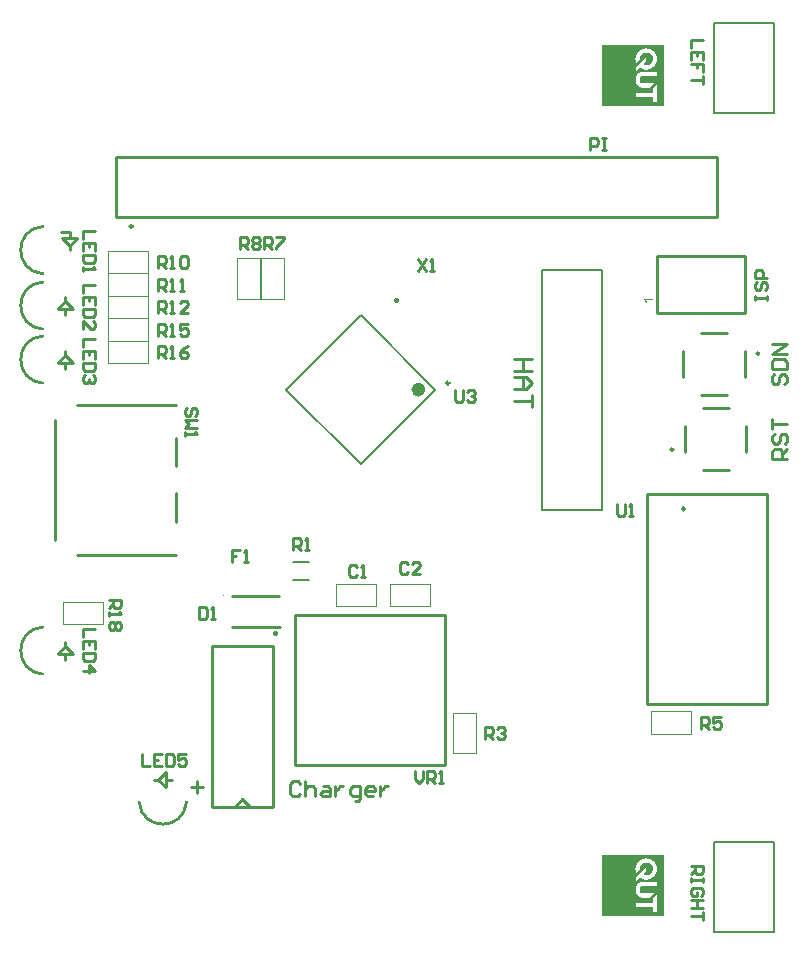
<source format=gto>
G04 Layer_Color=65535*
%FSLAX25Y25*%
%MOIN*%
G70*
G01*
G75*
%ADD28C,0.01000*%
%ADD48C,0.00787*%
%ADD49C,0.00394*%
%ADD50C,0.02362*%
%ADD51C,0.00984*%
%ADD52C,0.00020*%
G36*
X207000Y169785D02*
X204501D01*
X204505Y169781D01*
X204524Y169758D01*
X204551Y169730D01*
X204584Y169684D01*
X204625Y169633D01*
X204672Y169568D01*
X204722Y169494D01*
X204773Y169411D01*
Y169407D01*
X204778Y169402D01*
X204796Y169374D01*
X204819Y169328D01*
X204847Y169273D01*
X204879Y169208D01*
X204912Y169139D01*
X204944Y169069D01*
X204972Y169000D01*
X204593D01*
Y169005D01*
X204584Y169014D01*
X204579Y169032D01*
X204565Y169055D01*
X204551Y169083D01*
X204533Y169115D01*
X204487Y169194D01*
X204436Y169286D01*
X204371Y169379D01*
X204297Y169476D01*
X204219Y169573D01*
X204214Y169578D01*
X204209Y169582D01*
X204196Y169596D01*
X204182Y169615D01*
X204136Y169656D01*
X204080Y169711D01*
X204015Y169767D01*
X203942Y169827D01*
X203868Y169878D01*
X203789Y169924D01*
Y170178D01*
X207000D01*
Y169785D01*
D02*
G37*
D28*
X3509Y60859D02*
G03*
X3509Y45141I491J-7859D01*
G01*
Y194359D02*
G03*
X3509Y178641I491J-7859D01*
G01*
Y175859D02*
G03*
X3509Y160141I491J-7859D01*
G01*
Y157859D02*
G03*
X3509Y142141I491J-7859D01*
G01*
X35641Y2509D02*
G03*
X51359Y2509I7859J491D01*
G01*
X217500Y100236D02*
G03*
X217500Y100236I-500J0D01*
G01*
X213622Y119976D02*
G03*
X213622Y119976I-394J0D01*
G01*
X242165Y152024D02*
G03*
X242165Y152024I-394J0D01*
G01*
X33500Y194394D02*
G03*
X33500Y194394I-500J0D01*
G01*
X59764Y996D02*
Y54500D01*
X80236D01*
Y996D02*
Y54500D01*
X59764Y996D02*
X80236D01*
X67496D02*
X70000Y3500D01*
X72504Y996D01*
X11000Y54500D02*
X13500Y52000D01*
X8500D02*
X11000Y54500D01*
X8500Y52000D02*
X13500D01*
X11000Y54500D02*
Y56000D01*
Y50000D02*
Y52000D01*
X12500Y190500D02*
Y192500D01*
Y186500D02*
Y188000D01*
X10000Y190500D02*
X15000D01*
X12500Y188000D02*
X15000Y190500D01*
X10000D02*
X12500Y188000D01*
X9500Y192500D02*
X12500D01*
X208276Y165374D02*
X237508D01*
Y184665D01*
X208276D02*
X237508D01*
X208276Y165374D02*
Y184665D01*
X11000Y169500D02*
X13500Y167000D01*
X8500D02*
X11000Y169500D01*
X8500Y167000D02*
X13500D01*
X11000Y169500D02*
Y171000D01*
Y165000D02*
Y167000D01*
Y151500D02*
X13500Y149000D01*
X8500D02*
X11000Y151500D01*
X8500Y149000D02*
X13500D01*
X11000Y151500D02*
Y153000D01*
Y147000D02*
Y149000D01*
X42000Y10000D02*
X44500Y12500D01*
X42000Y10000D02*
X44500Y7500D01*
Y12500D01*
X40500Y10000D02*
X42000D01*
X44500D02*
X46500D01*
X137500Y15000D02*
Y65000D01*
X87500D02*
X137500D01*
X87500Y15000D02*
X137500D01*
X87500D02*
Y65000D01*
X66700Y60700D02*
X82400D01*
X66600Y71300D02*
X82300D01*
X48000Y96000D02*
Y105500D01*
Y114500D02*
Y124000D01*
X15000Y135000D02*
X48000D01*
X7500Y90000D02*
Y130000D01*
X15000Y85000D02*
X48000D01*
X205000Y105236D02*
X245000D01*
Y35236D02*
Y105236D01*
X205000Y35236D02*
X245000D01*
X205000D02*
Y105236D01*
X223465Y133756D02*
X232126D01*
X223465Y113284D02*
X232126D01*
X217559Y119189D02*
Y127850D01*
X238032Y119189D02*
Y127850D01*
X222874Y138244D02*
X231535D01*
X222874Y158716D02*
X231535D01*
X237441Y144150D02*
Y152811D01*
X216968Y144150D02*
Y152811D01*
X27784Y217394D02*
X228177D01*
X27784Y197394D02*
Y217394D01*
Y197394D02*
X228177D01*
Y217394D01*
X89332Y8665D02*
X88499Y9498D01*
X86833D01*
X86000Y8665D01*
Y5333D01*
X86833Y4500D01*
X88499D01*
X89332Y5333D01*
X90998Y9498D02*
Y4500D01*
Y6999D01*
X91831Y7832D01*
X93498D01*
X94331Y6999D01*
Y4500D01*
X96830Y7832D02*
X98496D01*
X99329Y6999D01*
Y4500D01*
X96830D01*
X95997Y5333D01*
X96830Y6166D01*
X99329D01*
X100995Y7832D02*
Y4500D01*
Y6166D01*
X101828Y6999D01*
X102661Y7832D01*
X103494D01*
X107660Y2834D02*
X108493D01*
X109326Y3667D01*
Y7832D01*
X106827D01*
X105993Y6999D01*
Y5333D01*
X106827Y4500D01*
X109326D01*
X113491D02*
X111825D01*
X110992Y5333D01*
Y6999D01*
X111825Y7832D01*
X113491D01*
X114324Y6999D01*
Y6166D01*
X110992D01*
X115990Y7832D02*
Y4500D01*
Y6166D01*
X116823Y6999D01*
X117656Y7832D01*
X118490D01*
X80500Y58500D02*
Y59166D01*
X81166D01*
Y58500D01*
X80500D01*
X25500Y70000D02*
X29499D01*
Y68001D01*
X28832Y67334D01*
X27499D01*
X26833Y68001D01*
Y70000D01*
Y68667D02*
X25500Y67334D01*
Y66001D02*
Y64668D01*
Y65335D01*
X29499D01*
X28832Y66001D01*
Y62669D02*
X29499Y62003D01*
Y60670D01*
X28832Y60003D01*
X28166D01*
X27499Y60670D01*
X26833Y60003D01*
X26166D01*
X25500Y60670D01*
Y62003D01*
X26166Y62669D01*
X26833D01*
X27499Y62003D01*
X28166Y62669D01*
X28832D01*
X27499Y62003D02*
Y60670D01*
X20999Y60294D02*
X17000D01*
Y57628D01*
X20999Y53629D02*
Y56295D01*
X17000D01*
Y53629D01*
X18999Y56295D02*
Y54962D01*
X20999Y52296D02*
X17000D01*
Y50297D01*
X17666Y49630D01*
X20332D01*
X20999Y50297D01*
Y52296D01*
X17000Y46298D02*
X20999D01*
X18999Y48298D01*
Y45632D01*
X69166Y86499D02*
X66500D01*
Y84499D01*
X67833D01*
X66500D01*
Y82500D01*
X70499D02*
X71832D01*
X71165D01*
Y86499D01*
X70499Y85832D01*
X121000Y169500D02*
Y170167D01*
X121667D01*
Y169500D01*
X121000D01*
X128500Y183499D02*
X131166Y179500D01*
Y183499D02*
X128500Y179500D01*
X132499D02*
X133832D01*
X133165D01*
Y183499D01*
X132499Y182832D01*
X241001Y169994D02*
Y171327D01*
Y170660D01*
X245000D01*
Y169994D01*
Y171327D01*
X241668Y175992D02*
X241001Y175325D01*
Y173992D01*
X241668Y173326D01*
X242334D01*
X243001Y173992D01*
Y175325D01*
X243667Y175992D01*
X244334D01*
X245000Y175325D01*
Y173992D01*
X244334Y173326D01*
X245000Y177325D02*
X241001D01*
Y179324D01*
X241668Y179990D01*
X243001D01*
X243667Y179324D01*
Y177325D01*
X41900Y150494D02*
Y154492D01*
X43899D01*
X44566Y153826D01*
Y152493D01*
X43899Y151827D01*
X41900D01*
X43233D02*
X44566Y150494D01*
X45899D02*
X47232D01*
X46565D01*
Y154492D01*
X45899Y153826D01*
X51897Y154492D02*
X50564Y153826D01*
X49231Y152493D01*
Y151160D01*
X49897Y150494D01*
X51230D01*
X51897Y151160D01*
Y151827D01*
X51230Y152493D01*
X49231D01*
X41900Y157994D02*
Y161992D01*
X43899D01*
X44566Y161326D01*
Y159993D01*
X43899Y159327D01*
X41900D01*
X43233D02*
X44566Y157994D01*
X45899D02*
X47232D01*
X46565D01*
Y161992D01*
X45899Y161326D01*
X51897Y161992D02*
X49231D01*
Y159993D01*
X50564Y160660D01*
X51230D01*
X51897Y159993D01*
Y158660D01*
X51230Y157994D01*
X49897D01*
X49231Y158660D01*
X20999Y157000D02*
X17000D01*
Y154334D01*
X20999Y150336D02*
Y153001D01*
X17000D01*
Y150336D01*
X18999Y153001D02*
Y151668D01*
X20999Y149003D02*
X17000D01*
Y147003D01*
X17666Y146337D01*
X20332D01*
X20999Y147003D01*
Y149003D01*
X20332Y145004D02*
X20999Y144337D01*
Y143005D01*
X20332Y142338D01*
X19666D01*
X18999Y143005D01*
Y143671D01*
Y143005D01*
X18333Y142338D01*
X17666D01*
X17000Y143005D01*
Y144337D01*
X17666Y145004D01*
X20999Y175000D02*
X17000D01*
Y172334D01*
X20999Y168335D02*
Y171001D01*
X17000D01*
Y168335D01*
X18999Y171001D02*
Y169668D01*
X20999Y167003D02*
X17000D01*
Y165003D01*
X17666Y164337D01*
X20332D01*
X20999Y165003D01*
Y167003D01*
X17000Y160338D02*
Y163004D01*
X19666Y160338D01*
X20332D01*
X20999Y161004D01*
Y162337D01*
X20332Y163004D01*
X36500Y18499D02*
Y14500D01*
X39166D01*
X43165Y18499D02*
X40499D01*
Y14500D01*
X43165D01*
X40499Y16499D02*
X41832D01*
X44497Y18499D02*
Y14500D01*
X46497D01*
X47163Y15167D01*
Y17832D01*
X46497Y18499D01*
X44497D01*
X51162D02*
X48496D01*
Y16499D01*
X49829Y17166D01*
X50495D01*
X51162Y16499D01*
Y15167D01*
X50495Y14500D01*
X49163D01*
X48496Y15167D01*
X20999Y193000D02*
X17000D01*
Y190334D01*
X20999Y186336D02*
Y189001D01*
X17000D01*
Y186336D01*
X18999Y189001D02*
Y187668D01*
X20999Y185003D02*
X17000D01*
Y183003D01*
X17666Y182337D01*
X20332D01*
X20999Y183003D01*
Y185003D01*
X17000Y181004D02*
Y179671D01*
Y180337D01*
X20999D01*
X20332Y181004D01*
X55500Y67499D02*
Y63500D01*
X57499D01*
X58166Y64166D01*
Y66832D01*
X57499Y67499D01*
X55500D01*
X59499Y63500D02*
X60832D01*
X60165D01*
Y67499D01*
X59499Y66832D01*
X41900Y172994D02*
Y176992D01*
X43899D01*
X44566Y176326D01*
Y174993D01*
X43899Y174327D01*
X41900D01*
X43233D02*
X44566Y172994D01*
X45899D02*
X47232D01*
X46565D01*
Y176992D01*
X45899Y176326D01*
X49231Y172994D02*
X50564D01*
X49897D01*
Y176992D01*
X49231Y176326D01*
X41900Y180494D02*
Y184492D01*
X43899D01*
X44566Y183826D01*
Y182493D01*
X43899Y181827D01*
X41900D01*
X43233D02*
X44566Y180494D01*
X45899D02*
X47232D01*
X46565D01*
Y184492D01*
X45899Y183826D01*
X49231D02*
X49897Y184492D01*
X51230D01*
X51897Y183826D01*
Y181160D01*
X51230Y180494D01*
X49897D01*
X49231Y181160D01*
Y183826D01*
X41900Y165494D02*
Y169492D01*
X43899D01*
X44566Y168826D01*
Y167493D01*
X43899Y166827D01*
X41900D01*
X43233D02*
X44566Y165494D01*
X45899D02*
X47232D01*
X46565D01*
Y169492D01*
X45899Y168826D01*
X51897Y165494D02*
X49231D01*
X51897Y168159D01*
Y168826D01*
X51230Y169492D01*
X49897D01*
X49231Y168826D01*
X69094Y186894D02*
Y190892D01*
X71093D01*
X71759Y190226D01*
Y188893D01*
X71093Y188227D01*
X69094D01*
X70427D02*
X71759Y186894D01*
X73092Y190226D02*
X73759Y190892D01*
X75092D01*
X75758Y190226D01*
Y189559D01*
X75092Y188893D01*
X75758Y188227D01*
Y187560D01*
X75092Y186894D01*
X73759D01*
X73092Y187560D01*
Y188227D01*
X73759Y188893D01*
X73092Y189559D01*
Y190226D01*
X73759Y188893D02*
X75092D01*
X77094Y186894D02*
Y190892D01*
X79093D01*
X79760Y190226D01*
Y188893D01*
X79093Y188227D01*
X77094D01*
X78427D02*
X79760Y186894D01*
X81092Y190892D02*
X83758D01*
Y190226D01*
X81092Y187560D01*
Y186894D01*
X87000Y86500D02*
Y90499D01*
X88999D01*
X89666Y89832D01*
Y88499D01*
X88999Y87833D01*
X87000D01*
X88333D02*
X89666Y86500D01*
X90999D02*
X92332D01*
X91665D01*
Y90499D01*
X90999Y89832D01*
X141000Y139999D02*
Y136667D01*
X141666Y136000D01*
X142999D01*
X143666Y136667D01*
Y139999D01*
X144999Y139332D02*
X145665Y139999D01*
X146998D01*
X147664Y139332D01*
Y138666D01*
X146998Y137999D01*
X146332D01*
X146998D01*
X147664Y137333D01*
Y136667D01*
X146998Y136000D01*
X145665D01*
X144999Y136667D01*
X150900Y23494D02*
Y27492D01*
X152899D01*
X153566Y26826D01*
Y25493D01*
X152899Y24827D01*
X150900D01*
X152233D02*
X153566Y23494D01*
X154899Y26826D02*
X155565Y27492D01*
X156898D01*
X157564Y26826D01*
Y26160D01*
X156898Y25493D01*
X156232D01*
X156898D01*
X157564Y24827D01*
Y24160D01*
X156898Y23494D01*
X155565D01*
X154899Y24160D01*
X127500Y12999D02*
Y10333D01*
X128833Y9000D01*
X130166Y10333D01*
Y12999D01*
X131499Y9000D02*
Y12999D01*
X133498D01*
X134165Y12332D01*
Y10999D01*
X133498Y10333D01*
X131499D01*
X132832D02*
X134165Y9000D01*
X135497D02*
X136830D01*
X136164D01*
Y12999D01*
X135497Y12332D01*
X186000Y220000D02*
Y223999D01*
X187999D01*
X188666Y223332D01*
Y221999D01*
X187999Y221333D01*
X186000D01*
X189999Y223999D02*
X191332D01*
X190665D01*
Y220000D01*
X189999D01*
X191332D01*
X247335Y145126D02*
X246502Y144293D01*
Y142627D01*
X247335Y141794D01*
X248168D01*
X249001Y142627D01*
Y144293D01*
X249834Y145126D01*
X250667D01*
X251500Y144293D01*
Y142627D01*
X250667Y141794D01*
X246502Y146792D02*
X251500D01*
Y149291D01*
X250667Y150124D01*
X247335D01*
X246502Y149291D01*
Y146792D01*
X251500Y151790D02*
X246502D01*
X251500Y155123D01*
X246502D01*
X251700Y116894D02*
X246702D01*
Y119393D01*
X247535Y120226D01*
X249201D01*
X250034Y119393D01*
Y116894D01*
Y118560D02*
X251700Y120226D01*
X247535Y125224D02*
X246702Y124391D01*
Y122725D01*
X247535Y121892D01*
X248368D01*
X249201Y122725D01*
Y124391D01*
X250034Y125224D01*
X250867D01*
X251700Y124391D01*
Y122725D01*
X250867Y121892D01*
X246702Y126891D02*
Y130223D01*
Y128557D01*
X251700D01*
X219700Y-18806D02*
X223699D01*
Y-20806D01*
X223032Y-21472D01*
X221699D01*
X221033Y-20806D01*
Y-18806D01*
Y-20139D02*
X219700Y-21472D01*
X223699Y-22805D02*
Y-24138D01*
Y-23471D01*
X219700D01*
Y-22805D01*
Y-24138D01*
X223032Y-28803D02*
X223699Y-28137D01*
Y-26804D01*
X223032Y-26137D01*
X220366D01*
X219700Y-26804D01*
Y-28137D01*
X220366Y-28803D01*
X221699D01*
Y-27470D01*
X223699Y-30136D02*
X219700D01*
X221699D01*
Y-32802D01*
X223699D01*
X219700D01*
X223699Y-34135D02*
Y-36801D01*
Y-35468D01*
X219700D01*
X223699Y256394D02*
X219700D01*
Y253728D01*
X223699Y249729D02*
Y252395D01*
X219700D01*
Y249729D01*
X221699Y252395D02*
Y251062D01*
X223699Y245730D02*
Y248396D01*
X221699D01*
Y247063D01*
Y248396D01*
X219700D01*
X223699Y244398D02*
Y241732D01*
Y243065D01*
X219700D01*
X166598Y150194D02*
X160600D01*
X163599D01*
Y146195D01*
X166598D01*
X160600D01*
Y144196D02*
X164599D01*
X166598Y142196D01*
X164599Y140197D01*
X160600D01*
X163599D01*
Y144196D01*
X166598Y138198D02*
Y134199D01*
Y136198D01*
X160600D01*
X195000Y101999D02*
Y98666D01*
X195667Y98000D01*
X196999D01*
X197666Y98666D01*
Y101999D01*
X198999Y98000D02*
X200332D01*
X199665D01*
Y101999D01*
X198999Y101332D01*
X222900Y26994D02*
Y30992D01*
X224899D01*
X225566Y30326D01*
Y28993D01*
X224899Y28327D01*
X222900D01*
X224233D02*
X225566Y26994D01*
X229564Y30992D02*
X226899D01*
Y28993D01*
X228232Y29660D01*
X228898D01*
X229564Y28993D01*
Y27660D01*
X228898Y26994D01*
X227565D01*
X226899Y27660D01*
X108166Y80832D02*
X107499Y81499D01*
X106167D01*
X105500Y80832D01*
Y78166D01*
X106167Y77500D01*
X107499D01*
X108166Y78166D01*
X109499Y77500D02*
X110832D01*
X110165D01*
Y81499D01*
X109499Y80832D01*
X54332Y131334D02*
X54999Y132001D01*
Y133334D01*
X54332Y134000D01*
X53666D01*
X52999Y133334D01*
Y132001D01*
X52333Y131334D01*
X51666D01*
X51000Y132001D01*
Y133334D01*
X51666Y134000D01*
X54999Y130001D02*
X51000D01*
X52333Y128668D01*
X51000Y127336D01*
X54999D01*
X51000Y126003D02*
Y124670D01*
Y125336D01*
X54999D01*
X54332Y126003D01*
X125366Y81726D02*
X124699Y82392D01*
X123366D01*
X122700Y81726D01*
Y79060D01*
X123366Y78394D01*
X124699D01*
X125366Y79060D01*
X129365Y78394D02*
X126699D01*
X129365Y81059D01*
Y81726D01*
X128698Y82392D01*
X127365D01*
X126699Y81726D01*
X53000Y7499D02*
X56999D01*
X54999Y9498D02*
Y5500D01*
D48*
X227126Y-10827D02*
X247126D01*
X227126Y-40827D02*
X247126D01*
X227126D02*
Y-10827D01*
X247126Y-40827D02*
Y-10827D01*
Y-29993D02*
Y-10827D01*
X86941Y76449D02*
X92059D01*
X86941Y82551D02*
X92059D01*
X170000Y100000D02*
Y180000D01*
X190000Y100000D02*
Y180000D01*
X170000Y100000D02*
X190000D01*
X170000Y180000D02*
X190000D01*
X227126Y232087D02*
Y251253D01*
Y232087D02*
Y262087D01*
X247126Y232087D02*
Y262087D01*
X227126D02*
X247126D01*
X227126Y232087D02*
X247126D01*
X84723Y140000D02*
X109500Y164777D01*
Y115223D02*
X134277Y140000D01*
X84723D02*
X109500Y115223D01*
Y164777D02*
X134277Y140000D01*
D49*
X63673Y71315D02*
G03*
X63673Y71315I-197J0D01*
G01*
X10307Y61760D02*
Y69240D01*
Y61760D02*
X23693D01*
Y69240D01*
X10307D02*
X23693D01*
X38693Y178760D02*
Y186240D01*
X25307D02*
X38693D01*
X25307Y178760D02*
X38693D01*
X25307D02*
Y186240D01*
X38693Y163760D02*
Y171240D01*
X25307D02*
X38693D01*
X25307Y163760D02*
X38693D01*
X25307D02*
Y171240D01*
X38693Y171260D02*
Y178740D01*
X25307D02*
X38693D01*
X25307Y171260D02*
X38693D01*
X25307D02*
Y178740D01*
Y156260D02*
Y163740D01*
Y156260D02*
X38693D01*
Y163740D01*
X25307D02*
X38693D01*
X25307Y148760D02*
Y156240D01*
Y148760D02*
X38693D01*
Y156240D01*
X25307D02*
X38693D01*
X101307Y67760D02*
X114693D01*
X101307D02*
Y75240D01*
X114693D01*
Y67760D02*
Y75240D01*
X206307Y25260D02*
X219693D01*
X206307D02*
Y32740D01*
X219693D01*
Y25260D02*
Y32740D01*
X68260Y170307D02*
X75740D01*
Y183693D01*
X68260D02*
X75740D01*
X68260Y170307D02*
Y183693D01*
X76260Y170307D02*
X83740D01*
Y183693D01*
X76260D02*
X83740D01*
X76260Y170307D02*
Y183693D01*
X140260Y32193D02*
X147740D01*
X140260Y18807D02*
Y32193D01*
Y18807D02*
X147740D01*
Y32193D01*
X119307Y75240D02*
X132693D01*
Y67760D02*
Y75240D01*
X119307Y67760D02*
X132693D01*
X119307D02*
Y75240D01*
D50*
X129890Y140000D02*
G03*
X129890Y140000I-1181J0D01*
G01*
D51*
X139014Y142157D02*
G03*
X139014Y142157I-492J0D01*
G01*
D52*
X190160Y235000D02*
Y255000D01*
X190080Y235000D02*
Y255000D01*
X190280Y235000D02*
Y255000D01*
X190320Y235000D02*
Y255000D01*
X190520Y235000D02*
Y255000D01*
X190680Y235000D02*
Y255000D01*
X190640Y235000D02*
Y255000D01*
X190540Y235000D02*
Y255000D01*
X190660Y235000D02*
Y255000D01*
X190220Y235000D02*
Y255000D01*
X190240Y235000D02*
Y255000D01*
X190120Y235000D02*
Y255000D01*
X190060Y235000D02*
Y255000D01*
X190560Y235000D02*
Y255000D01*
X190300Y235000D02*
Y255000D01*
X190620Y235000D02*
Y255000D01*
X190440Y235000D02*
Y255000D01*
X190140Y235000D02*
Y255000D01*
X190500Y235000D02*
Y255000D01*
X190600Y235000D02*
Y255000D01*
X190580Y235000D02*
Y255000D01*
X190200Y235000D02*
Y255000D01*
X190460Y235000D02*
Y255000D01*
X190340Y235000D02*
Y255000D01*
X190100Y235000D02*
Y255000D01*
X190400Y235000D02*
Y255000D01*
X190380Y235000D02*
Y255000D01*
X190420Y235000D02*
Y255000D01*
X190480Y235000D02*
Y255000D01*
X190260Y235000D02*
Y255000D01*
X190180Y235000D02*
Y255000D01*
X190040Y235000D02*
Y255000D01*
X190360Y235000D02*
Y255000D01*
X201880Y248680D02*
Y249360D01*
Y253020D02*
Y255000D01*
X201900Y235000D02*
Y237380D01*
Y239240D02*
Y240940D01*
X201860Y235000D02*
Y237380D01*
X201840Y248640D02*
Y249320D01*
X201860Y252980D02*
Y255000D01*
Y245820D02*
Y246660D01*
X201840Y252960D02*
Y255000D01*
X201860Y239240D02*
Y240980D01*
X201880Y239240D02*
Y240960D01*
X201840Y239240D02*
Y240980D01*
X201880Y235000D02*
Y237380D01*
X201840Y245800D02*
Y246640D01*
X201860Y248660D02*
Y249340D01*
X201880Y245840D02*
Y246680D01*
X201840Y235000D02*
Y237380D01*
X207640Y241680D02*
Y242300D01*
X207520Y252520D02*
Y255000D01*
X207640Y235000D02*
Y235940D01*
X207520Y246200D02*
Y248140D01*
X207620Y252380D02*
Y255000D01*
X207520Y242420D02*
Y244400D01*
X207620Y246200D02*
Y248280D01*
X207640Y242420D02*
Y244400D01*
X207520Y235000D02*
Y235940D01*
X207640Y246200D02*
Y248320D01*
X207540Y241580D02*
Y242200D01*
X207620Y242420D02*
Y244400D01*
X207640Y252340D02*
Y255000D01*
X207620Y235000D02*
Y235940D01*
X207560Y241600D02*
Y242220D01*
Y235000D02*
Y235940D01*
X207540Y242420D02*
Y244400D01*
X207660Y242420D02*
Y244400D01*
Y235000D02*
Y235940D01*
X207540Y246200D02*
Y248180D01*
Y252500D02*
Y255000D01*
X207660Y241700D02*
Y242320D01*
X207580Y235000D02*
Y235940D01*
Y241620D02*
Y242240D01*
X207540Y235000D02*
Y235940D01*
X207660Y246200D02*
Y248360D01*
X207460Y246200D02*
Y248060D01*
X207480Y246200D02*
Y248100D01*
Y235000D02*
Y235940D01*
X207460Y252600D02*
Y255000D01*
X207560Y252460D02*
Y255000D01*
X207580Y252440D02*
Y255000D01*
X207520Y241560D02*
Y242180D01*
X207500Y252540D02*
Y255000D01*
X207620Y241660D02*
Y242280D01*
X207460Y242420D02*
Y244400D01*
Y241500D02*
Y242120D01*
X207480Y242420D02*
Y244400D01*
X207560Y242420D02*
Y244400D01*
X207580Y242420D02*
Y244400D01*
X207560Y246200D02*
Y248200D01*
X207480Y241520D02*
Y242140D01*
X207580Y246200D02*
Y248220D01*
X207600Y252400D02*
Y255000D01*
X207500Y246200D02*
Y248120D01*
Y241540D02*
Y242160D01*
X207600Y246200D02*
Y248260D01*
Y242420D02*
Y244400D01*
X207500Y235000D02*
Y235940D01*
Y242420D02*
Y244400D01*
X207600Y241640D02*
Y242260D01*
X207480Y252580D02*
Y255000D01*
X207600Y235000D02*
Y235940D01*
X202340Y253380D02*
Y255000D01*
X202080Y245960D02*
Y246880D01*
X202100Y248900D02*
Y249580D01*
X202400Y249160D02*
Y249860D01*
X202080Y235000D02*
Y237380D01*
X202200Y235000D02*
Y237380D01*
X201920Y253060D02*
Y255000D01*
X202360Y235000D02*
Y237380D01*
X202420Y243300D02*
Y243480D01*
X201920Y248740D02*
Y249380D01*
X202420Y235000D02*
Y237380D01*
X202440Y235000D02*
Y237380D01*
X201940Y248760D02*
Y249420D01*
X201980Y245900D02*
Y246780D01*
X201960Y235000D02*
Y237380D01*
Y245880D02*
Y246760D01*
X201940Y245880D02*
Y246740D01*
X201960Y248780D02*
Y249440D01*
X201940Y253080D02*
Y255000D01*
X201960Y253100D02*
Y255000D01*
X201980Y235000D02*
Y237380D01*
X202120Y253220D02*
Y255000D01*
X201960Y239240D02*
Y240900D01*
X202420Y246100D02*
Y247180D01*
X202440Y249200D02*
Y249900D01*
X201920Y235000D02*
Y237380D01*
X202060Y253180D02*
Y255000D01*
X201920Y239240D02*
Y240920D01*
X201900Y253040D02*
Y255000D01*
Y245840D02*
Y246700D01*
X202400Y253420D02*
Y255000D01*
X201900Y248720D02*
Y249380D01*
X202440Y243060D02*
Y243740D01*
X202340Y246080D02*
Y247140D01*
X202080Y239240D02*
Y240860D01*
X202300Y249100D02*
Y249760D01*
X202100Y253220D02*
Y255000D01*
X202120Y248920D02*
Y249600D01*
X202200Y253280D02*
Y255000D01*
X202300Y235000D02*
Y237380D01*
X202260Y239240D02*
Y240780D01*
X202240Y239240D02*
Y240780D01*
X202200Y239240D02*
Y240800D01*
X202280Y246040D02*
Y247080D01*
Y239240D02*
Y240780D01*
X202400Y246100D02*
Y247180D01*
X202100Y245960D02*
Y246900D01*
X202080Y248880D02*
Y249560D01*
X202100Y239240D02*
Y240840D01*
Y235000D02*
Y237380D01*
X202340Y249140D02*
Y249800D01*
X202180Y235000D02*
Y237380D01*
X202040Y245940D02*
Y246840D01*
Y253160D02*
Y255000D01*
X202400Y235000D02*
Y237380D01*
X202020Y253140D02*
Y255000D01*
X202000Y239240D02*
Y240900D01*
X201980Y248780D02*
Y249460D01*
X202000Y245900D02*
Y246800D01*
X201980Y253120D02*
Y255000D01*
X202000Y235000D02*
Y237380D01*
Y248800D02*
Y249480D01*
X202160Y248960D02*
Y249640D01*
X202000Y253120D02*
Y255000D01*
X202140Y239240D02*
Y240840D01*
X202020Y245920D02*
Y246820D01*
Y248820D02*
Y249500D01*
Y239240D02*
Y240880D01*
Y235000D02*
Y237380D01*
X202440Y246100D02*
Y247180D01*
X201940Y239240D02*
Y240920D01*
X201980Y239240D02*
Y240900D01*
X202420Y253440D02*
Y255000D01*
X202440Y239240D02*
Y240720D01*
X201940Y235000D02*
Y237380D01*
X202420Y239240D02*
Y240720D01*
X201920Y245860D02*
Y246720D01*
X202660Y253580D02*
Y255000D01*
X202740Y242500D02*
Y244320D01*
X202660Y249420D02*
Y250980D01*
X202760Y249520D02*
Y251240D01*
X202680Y239240D02*
Y240660D01*
X202880Y242440D02*
Y244380D01*
Y235000D02*
Y237380D01*
X202040Y235000D02*
Y237380D01*
X202260Y249060D02*
Y249720D01*
X202080Y253200D02*
Y255000D01*
X202700Y239240D02*
Y240660D01*
Y246180D02*
Y247040D01*
Y242520D02*
Y244280D01*
X202880Y239240D02*
Y240640D01*
X202680Y253600D02*
Y255000D01*
X202660Y235000D02*
Y237380D01*
X202720Y249480D02*
Y251140D01*
X202680Y235000D02*
Y237380D01*
X202860Y253680D02*
Y255000D01*
X202760Y239240D02*
Y240660D01*
X202860Y242440D02*
Y244380D01*
X202660Y242560D02*
Y244260D01*
X202380Y249160D02*
Y249840D01*
X202040Y239240D02*
Y240880D01*
X202360Y253400D02*
Y255000D01*
X202380Y253420D02*
Y255000D01*
X202120Y235000D02*
Y237380D01*
X202340Y239240D02*
Y240740D01*
X202120Y239240D02*
Y240840D01*
X202140Y253240D02*
Y255000D01*
X202380Y235000D02*
Y237380D01*
X202060Y235000D02*
Y237380D01*
X202360Y239240D02*
Y240740D01*
X202200Y249000D02*
Y249660D01*
X202320Y235000D02*
Y237380D01*
X202220Y253300D02*
Y255000D01*
X202420Y249180D02*
Y249880D01*
X202320Y253380D02*
Y255000D01*
Y246060D02*
Y247120D01*
X202400Y239240D02*
Y240740D01*
X202300Y246060D02*
Y247100D01*
Y253360D02*
Y255000D01*
Y239240D02*
Y240760D01*
X202820Y249560D02*
Y251360D01*
X202180Y239240D02*
Y240820D01*
X202060Y239240D02*
Y240860D01*
X202160Y253260D02*
Y255000D01*
X202220Y246020D02*
Y247020D01*
X202740Y235000D02*
Y237380D01*
X202640Y253580D02*
Y255000D01*
X202860Y239240D02*
Y240640D01*
X202840Y242440D02*
Y244360D01*
X202820Y253660D02*
Y255000D01*
X202720Y242500D02*
Y244300D01*
X202660Y246160D02*
Y247060D01*
X202700Y235000D02*
Y237380D01*
X202740Y239240D02*
Y240660D01*
X202720Y246180D02*
Y247020D01*
Y253620D02*
Y255000D01*
X202660Y239240D02*
Y240660D01*
X202160Y235000D02*
Y237380D01*
X202880Y253700D02*
Y255000D01*
X202640Y249400D02*
Y250920D01*
X202720Y239240D02*
Y240660D01*
X202120Y245980D02*
Y246920D01*
X202820Y239240D02*
Y240640D01*
X202720Y235000D02*
Y237380D01*
X202620Y242600D02*
Y244200D01*
X202320Y249120D02*
Y249780D01*
X202160Y239240D02*
Y240820D01*
X202180Y253280D02*
Y255000D01*
X202360Y249140D02*
Y249820D01*
X202160Y246000D02*
Y246960D01*
X202040Y248840D02*
Y249520D01*
X202360Y246080D02*
Y247160D01*
X202180Y248980D02*
Y249660D01*
X202220Y239240D02*
Y240800D01*
X202200Y246020D02*
Y247000D01*
X202240Y249040D02*
Y249700D01*
X202380Y246080D02*
Y247180D01*
X202240Y246040D02*
Y247040D01*
X202260Y235000D02*
Y237380D01*
X202220Y235000D02*
Y237380D01*
X202240Y253320D02*
Y255000D01*
X202440Y253460D02*
Y255000D01*
X202480Y249240D02*
Y249940D01*
X202460Y235000D02*
Y237380D01*
Y242940D02*
Y243840D01*
Y239240D02*
Y240720D01*
Y246120D02*
Y247180D01*
Y253460D02*
Y255000D01*
Y249220D02*
Y249920D01*
X202480Y239240D02*
Y240700D01*
Y235000D02*
Y237380D01*
Y242880D02*
Y243920D01*
X202500Y242820D02*
Y243980D01*
Y235000D02*
Y237380D01*
X202480Y246120D02*
Y247160D01*
X202540Y242720D02*
Y244080D01*
X202480Y253480D02*
Y255000D01*
X202260Y253340D02*
Y255000D01*
X202500Y239240D02*
Y240700D01*
X202520Y235000D02*
Y237380D01*
X202500Y249260D02*
Y249960D01*
X202520Y249280D02*
Y249960D01*
Y242760D02*
Y244040D01*
Y246140D02*
Y247140D01*
X202540Y239240D02*
Y240700D01*
Y235000D02*
Y237380D01*
Y246140D02*
Y247120D01*
X202600Y250060D02*
Y250740D01*
X202540Y249300D02*
Y249980D01*
X202560Y249320D02*
Y250000D01*
Y235000D02*
Y237380D01*
X202540Y253520D02*
Y255000D01*
X202580Y239240D02*
Y240680D01*
X202560Y239240D02*
Y240680D01*
Y242680D02*
Y244120D01*
Y246140D02*
Y247120D01*
X202620Y239240D02*
Y240680D01*
X202560Y253520D02*
Y255000D01*
X202580Y235000D02*
Y237380D01*
Y246140D02*
Y247100D01*
Y242660D02*
Y244160D01*
X202600Y246160D02*
Y247080D01*
X202580Y250160D02*
Y250600D01*
X202620Y235000D02*
Y237380D01*
X202580Y249340D02*
Y250020D01*
X202620Y246160D02*
Y247080D01*
X202640Y246160D02*
Y247060D01*
X202180Y246000D02*
Y246980D01*
X202700Y253600D02*
Y255000D01*
X202600Y253540D02*
Y255000D01*
X202340Y235000D02*
Y237380D01*
X202140Y245980D02*
Y246940D01*
Y248940D02*
Y249620D01*
X202060Y245940D02*
Y246860D01*
Y248860D02*
Y249540D01*
X202140Y235000D02*
Y237380D01*
X202500Y253480D02*
Y255000D01*
X202380Y239240D02*
Y240740D01*
X202240Y235000D02*
Y237380D01*
X202280Y249080D02*
Y249740D01*
X202500Y246120D02*
Y247140D01*
X202520Y239240D02*
Y240700D01*
Y253500D02*
Y255000D01*
X202620Y249380D02*
Y250840D01*
Y253560D02*
Y255000D01*
X202640Y235000D02*
Y237380D01*
X202900Y235000D02*
Y237380D01*
X202280Y235000D02*
Y237380D01*
X202320Y239240D02*
Y240760D01*
X202600Y242620D02*
Y244180D01*
Y235000D02*
Y237380D01*
X202740Y253620D02*
Y255000D01*
X202580Y253540D02*
Y255000D01*
X202600Y239240D02*
Y240680D01*
X202280Y253340D02*
Y255000D01*
X202740Y249500D02*
Y251200D01*
X202600Y249360D02*
Y250040D01*
X202260Y246040D02*
Y247060D01*
X202640Y242580D02*
Y244240D01*
X202740Y246180D02*
Y247020D01*
X202220Y249020D02*
Y249680D01*
X202640Y239240D02*
Y240660D01*
X202780Y246180D02*
Y247000D01*
Y242480D02*
Y244340D01*
Y249520D02*
Y251280D01*
X202760Y235000D02*
Y237380D01*
X202840Y246200D02*
Y246960D01*
X202680Y242540D02*
Y244280D01*
X202800Y235000D02*
Y237380D01*
X202820Y246180D02*
Y246980D01*
X202680Y246180D02*
Y247040D01*
X202800Y246180D02*
Y246980D01*
X202840Y235000D02*
Y237380D01*
Y239240D02*
Y240640D01*
X202800Y253660D02*
Y255000D01*
Y249540D02*
Y251320D01*
X202760Y246180D02*
Y247000D01*
X202780Y235000D02*
Y237380D01*
X202800Y239240D02*
Y240640D01*
X202820Y235000D02*
Y237380D01*
X202800Y242460D02*
Y244340D01*
X202780Y253640D02*
Y255000D01*
X202860Y235000D02*
Y237380D01*
X202840Y249580D02*
Y251380D01*
Y253680D02*
Y255000D01*
X202760Y253640D02*
Y255000D01*
X202780Y239240D02*
Y240640D01*
X202880Y246200D02*
Y246940D01*
X202820Y242460D02*
Y244360D01*
X202860Y246200D02*
Y246960D01*
Y249600D02*
Y251420D01*
X202700Y249460D02*
Y251100D01*
X202880Y249620D02*
Y251460D01*
X202680Y249440D02*
Y251040D01*
X202760Y242480D02*
Y244320D01*
X205820Y246200D02*
Y246840D01*
X205900Y239240D02*
Y240680D01*
X205880Y253800D02*
Y255000D01*
X205820Y239240D02*
Y240640D01*
X205960Y249020D02*
Y251740D01*
X205860Y235000D02*
Y237380D01*
X205920Y242420D02*
Y244400D01*
X205940Y235000D02*
Y237380D01*
X205800Y248880D02*
Y251900D01*
X205920Y246200D02*
Y246880D01*
X205840Y246200D02*
Y246860D01*
X205920Y248980D02*
Y251780D01*
X205880Y246200D02*
Y246860D01*
X205940Y239240D02*
Y240700D01*
X205960Y253760D02*
Y255000D01*
X205820Y248900D02*
Y251880D01*
X205900Y242420D02*
Y244400D01*
X205880Y242420D02*
Y244400D01*
X205860Y248940D02*
Y251840D01*
X205940Y242420D02*
Y244400D01*
X205860Y253800D02*
Y255000D01*
X205840Y253800D02*
Y255000D01*
Y235000D02*
Y237380D01*
X205860Y246200D02*
Y246860D01*
X205960Y239240D02*
Y240720D01*
X205920Y235000D02*
Y237380D01*
X205800Y253820D02*
Y255000D01*
X205820Y242420D02*
Y244400D01*
X205900Y246200D02*
Y246880D01*
X205840Y242420D02*
Y244400D01*
X205960Y242420D02*
Y244400D01*
X205940Y246200D02*
Y246900D01*
X205800Y246200D02*
Y246840D01*
X205940Y249000D02*
Y251760D01*
X205900Y235000D02*
Y237380D01*
X205820Y253820D02*
Y255000D01*
X205980Y235000D02*
Y237380D01*
X205900Y253780D02*
Y255000D01*
X205840Y248920D02*
Y251860D01*
X205880Y235000D02*
Y237380D01*
Y248940D02*
Y251820D01*
X205860Y242420D02*
Y244400D01*
X205960Y235000D02*
Y237380D01*
X205940Y253760D02*
Y255000D01*
X205920Y253780D02*
Y255000D01*
X205960Y246200D02*
Y246900D01*
X205860Y239240D02*
Y240640D01*
X205880Y239240D02*
Y240660D01*
X205840Y239240D02*
Y240640D01*
X205820Y235000D02*
Y237380D01*
X205920Y239240D02*
Y240700D01*
X205900Y248960D02*
Y251800D01*
X194600Y235000D02*
Y255000D01*
X194820Y235000D02*
Y255000D01*
X194300Y235000D02*
Y255000D01*
X194780Y235000D02*
Y255000D01*
X194580Y235000D02*
Y255000D01*
X194560Y235000D02*
Y255000D01*
X194760Y235000D02*
Y255000D01*
X194800Y235000D02*
Y255000D01*
X194340Y235000D02*
Y255000D01*
X194160Y235000D02*
Y255000D01*
X194680Y235000D02*
Y255000D01*
X194860Y235000D02*
Y255000D01*
X199420Y235000D02*
Y255000D01*
X194400Y235000D02*
Y255000D01*
X194880Y235000D02*
Y255000D01*
X194620Y235000D02*
Y255000D01*
X194460Y235000D02*
Y255000D01*
X194720Y235000D02*
Y255000D01*
X194900Y235000D02*
Y255000D01*
X194380Y235000D02*
Y255000D01*
X198660Y235000D02*
Y255000D01*
X194840Y235000D02*
Y255000D01*
X194660Y235000D02*
Y255000D01*
X194360Y235000D02*
Y255000D01*
X194640Y235000D02*
Y255000D01*
X194520Y235000D02*
Y255000D01*
X194920Y235000D02*
Y255000D01*
X198200Y235000D02*
Y255000D01*
X194260Y235000D02*
Y255000D01*
X194740Y235000D02*
Y255000D01*
X194700Y235000D02*
Y255000D01*
X194480Y235000D02*
Y255000D01*
X194500Y235000D02*
Y255000D01*
X194420Y235000D02*
Y255000D01*
X194280Y235000D02*
Y255000D01*
X194440Y235000D02*
Y255000D01*
X194540Y235000D02*
Y255000D01*
X194000Y235000D02*
Y255000D01*
X198940Y235000D02*
Y255000D01*
X199520Y235000D02*
Y255000D01*
X193980Y235000D02*
Y255000D01*
X195060Y235000D02*
Y255000D01*
X198040Y235000D02*
Y255000D01*
X198620Y235000D02*
Y255000D01*
X194100Y235000D02*
Y255000D01*
X199720Y235000D02*
Y255000D01*
X199220Y235000D02*
Y255000D01*
X199940Y235000D02*
Y255000D01*
X199800Y235000D02*
Y255000D01*
X199740Y235000D02*
Y255000D01*
X199900Y235000D02*
Y255000D01*
X199280Y235000D02*
Y255000D01*
X198860Y235000D02*
Y255000D01*
X199960Y235000D02*
Y255000D01*
X199920Y235000D02*
Y255000D01*
X198920Y235000D02*
Y255000D01*
X199560Y235000D02*
Y255000D01*
X198820Y235000D02*
Y255000D01*
X199320Y235000D02*
Y255000D01*
X199840Y235000D02*
Y255000D01*
X194020Y235000D02*
Y255000D01*
X194120Y235000D02*
Y255000D01*
X199440Y235000D02*
Y255000D01*
X199180Y235000D02*
Y255000D01*
X199300Y235000D02*
Y255000D01*
X199980Y235000D02*
Y255000D01*
X198800Y235000D02*
Y255000D01*
X199340Y235000D02*
Y255000D01*
X199540Y235000D02*
Y255000D01*
X198700Y235000D02*
Y255000D01*
X198760Y235000D02*
Y255000D01*
X194140Y235000D02*
Y255000D01*
X199680Y235000D02*
Y255000D01*
X199380Y235000D02*
Y255000D01*
X199860Y235000D02*
Y255000D01*
X198380Y235000D02*
Y255000D01*
X198460Y235000D02*
Y255000D01*
X198420Y235000D02*
Y255000D01*
X198440Y235000D02*
Y255000D01*
X198480Y235000D02*
Y255000D01*
X198500Y235000D02*
Y255000D01*
X198520Y235000D02*
Y255000D01*
X198540Y235000D02*
Y255000D01*
X198400Y235000D02*
Y255000D01*
X198560Y235000D02*
Y255000D01*
X198580Y235000D02*
Y255000D01*
X199580Y235000D02*
Y255000D01*
X198600Y235000D02*
Y255000D01*
X195000Y235000D02*
Y255000D01*
X195240Y235000D02*
Y255000D01*
X199760Y235000D02*
Y255000D01*
X199820Y235000D02*
Y255000D01*
X194320Y235000D02*
Y255000D01*
X199600Y235000D02*
Y255000D01*
X199780Y235000D02*
Y255000D01*
X199880Y235000D02*
Y255000D01*
X194180Y235000D02*
Y255000D01*
X198780Y235000D02*
Y255000D01*
X199200Y235000D02*
Y255000D01*
X194200Y235000D02*
Y255000D01*
X199400Y235000D02*
Y255000D01*
X195020Y235000D02*
Y255000D01*
X198640Y235000D02*
Y255000D01*
X195040Y235000D02*
Y255000D01*
X194240Y235000D02*
Y255000D01*
X194980Y235000D02*
Y255000D01*
X198980Y235000D02*
Y255000D01*
X199660Y235000D02*
Y255000D01*
X195260Y235000D02*
Y255000D01*
X199640Y235000D02*
Y255000D01*
X194960Y235000D02*
Y255000D01*
X195220Y235000D02*
Y255000D01*
X195300Y235000D02*
Y255000D01*
X194060Y235000D02*
Y255000D01*
X194080Y235000D02*
Y255000D01*
X195320Y235000D02*
Y255000D01*
X195280Y235000D02*
Y255000D01*
X195340Y235000D02*
Y255000D01*
X199260Y235000D02*
Y255000D01*
X198680Y235000D02*
Y255000D01*
X199360Y235000D02*
Y255000D01*
X199240Y235000D02*
Y255000D01*
X198960Y235000D02*
Y255000D01*
X198900Y235000D02*
Y255000D01*
X198840Y235000D02*
Y255000D01*
X199080Y235000D02*
Y255000D01*
X199000Y235000D02*
Y255000D01*
X199620Y235000D02*
Y255000D01*
X199020Y235000D02*
Y255000D01*
X199040Y235000D02*
Y255000D01*
X199100Y235000D02*
Y255000D01*
X199060Y235000D02*
Y255000D01*
X199480Y235000D02*
Y255000D01*
X199700Y235000D02*
Y255000D01*
X199500Y235000D02*
Y255000D01*
X199160Y235000D02*
Y255000D01*
X194040Y235000D02*
Y255000D01*
X199140Y235000D02*
Y255000D01*
X199120Y235000D02*
Y255000D01*
X198720Y235000D02*
Y255000D01*
X198880Y235000D02*
Y255000D01*
X199460Y235000D02*
Y255000D01*
X195200Y235000D02*
Y255000D01*
X194220Y235000D02*
Y255000D01*
X196800Y235000D02*
Y255000D01*
X195460Y235000D02*
Y255000D01*
X196900Y235000D02*
Y255000D01*
X196820Y235000D02*
Y255000D01*
X196840Y235000D02*
Y255000D01*
X196860Y235000D02*
Y255000D01*
X196880Y235000D02*
Y255000D01*
X196920Y235000D02*
Y255000D01*
X196940Y235000D02*
Y255000D01*
X196960Y235000D02*
Y255000D01*
X197000Y235000D02*
Y255000D01*
X196980Y235000D02*
Y255000D01*
X197100Y235000D02*
Y255000D01*
X197020Y235000D02*
Y255000D01*
X197040Y235000D02*
Y255000D01*
X195780Y235000D02*
Y255000D01*
X197080Y235000D02*
Y255000D01*
X197060Y235000D02*
Y255000D01*
X197220Y235000D02*
Y255000D01*
X197120Y235000D02*
Y255000D01*
X197160Y235000D02*
Y255000D01*
X197140Y235000D02*
Y255000D01*
X197180Y235000D02*
Y255000D01*
X197240Y235000D02*
Y255000D01*
X197200Y235000D02*
Y255000D01*
X195800Y235000D02*
Y255000D01*
X198740Y235000D02*
Y255000D01*
X195960Y235000D02*
Y255000D01*
X195440Y235000D02*
Y255000D01*
X195820Y235000D02*
Y255000D01*
X195860Y235000D02*
Y255000D01*
X195840Y235000D02*
Y255000D01*
X195400Y235000D02*
Y255000D01*
X195880Y235000D02*
Y255000D01*
X195900Y235000D02*
Y255000D01*
X196000Y235000D02*
Y255000D01*
X195940Y235000D02*
Y255000D01*
X195920Y235000D02*
Y255000D01*
X195980Y235000D02*
Y255000D01*
X196040Y235000D02*
Y255000D01*
X196020Y235000D02*
Y255000D01*
X196060Y235000D02*
Y255000D01*
X197280Y235000D02*
Y255000D01*
X196080Y235000D02*
Y255000D01*
X195380Y235000D02*
Y255000D01*
X195180Y235000D02*
Y255000D01*
X195160Y235000D02*
Y255000D01*
X195100Y235000D02*
Y255000D01*
X195120Y235000D02*
Y255000D01*
X195140Y235000D02*
Y255000D01*
X195360Y235000D02*
Y255000D01*
X196740Y235000D02*
Y255000D01*
X196760Y235000D02*
Y255000D01*
X196720Y235000D02*
Y255000D01*
X197340Y235000D02*
Y255000D01*
X195520Y235000D02*
Y255000D01*
X195540Y235000D02*
Y255000D01*
X197300Y235000D02*
Y255000D01*
X197260Y235000D02*
Y255000D01*
X196120Y235000D02*
Y255000D01*
X195760Y235000D02*
Y255000D01*
X196100Y235000D02*
Y255000D01*
X195500Y235000D02*
Y255000D01*
X198340Y235000D02*
Y255000D01*
X195600Y235000D02*
Y255000D01*
X195560Y235000D02*
Y255000D01*
X195720Y235000D02*
Y255000D01*
X195580Y235000D02*
Y255000D01*
X195620Y235000D02*
Y255000D01*
X195640Y235000D02*
Y255000D01*
X196700Y235000D02*
Y255000D01*
X195660Y235000D02*
Y255000D01*
X195700Y235000D02*
Y255000D01*
X195480Y235000D02*
Y255000D01*
X198360Y235000D02*
Y255000D01*
X197460Y235000D02*
Y255000D01*
X195680Y235000D02*
Y255000D01*
X195740Y235000D02*
Y255000D01*
X196200Y235000D02*
Y255000D01*
X196280Y235000D02*
Y255000D01*
X195420Y235000D02*
Y255000D01*
X196140Y235000D02*
Y255000D01*
X196160Y235000D02*
Y255000D01*
X196180Y235000D02*
Y255000D01*
X196220Y235000D02*
Y255000D01*
X196260Y235000D02*
Y255000D01*
X196240Y235000D02*
Y255000D01*
X196560Y235000D02*
Y255000D01*
X196300Y235000D02*
Y255000D01*
X196340Y235000D02*
Y255000D01*
X196320Y235000D02*
Y255000D01*
X196400Y235000D02*
Y255000D01*
X196360Y235000D02*
Y255000D01*
X196380Y235000D02*
Y255000D01*
X196540Y235000D02*
Y255000D01*
X196440Y235000D02*
Y255000D01*
X196420Y235000D02*
Y255000D01*
X196460Y235000D02*
Y255000D01*
X196500Y235000D02*
Y255000D01*
X196520Y235000D02*
Y255000D01*
X196480Y235000D02*
Y255000D01*
X196580Y235000D02*
Y255000D01*
X194940Y235000D02*
Y255000D01*
X196680Y235000D02*
Y255000D01*
X196620Y235000D02*
Y255000D01*
X196600Y235000D02*
Y255000D01*
X196640Y235000D02*
Y255000D01*
X196660Y235000D02*
Y255000D01*
X196780Y235000D02*
Y255000D01*
X197320Y235000D02*
Y255000D01*
X197360Y235000D02*
Y255000D01*
X195080Y235000D02*
Y255000D01*
X197400Y235000D02*
Y255000D01*
X197380Y235000D02*
Y255000D01*
X197760Y235000D02*
Y255000D01*
X198320Y235000D02*
Y255000D01*
X198260Y235000D02*
Y255000D01*
X198080Y235000D02*
Y255000D01*
X198220Y235000D02*
Y255000D01*
X198240Y235000D02*
Y255000D01*
X198300Y235000D02*
Y255000D01*
X198100Y235000D02*
Y255000D01*
X198280Y235000D02*
Y255000D01*
X198120Y235000D02*
Y255000D01*
X197780Y235000D02*
Y255000D01*
X198140Y235000D02*
Y255000D01*
X198160Y235000D02*
Y255000D01*
X198180Y235000D02*
Y255000D01*
X198060Y235000D02*
Y255000D01*
X197840Y235000D02*
Y255000D01*
X198020Y235000D02*
Y255000D01*
X198000Y235000D02*
Y255000D01*
X197920Y235000D02*
Y255000D01*
X197940Y235000D02*
Y255000D01*
X197960Y235000D02*
Y255000D01*
X197980Y235000D02*
Y255000D01*
X197900Y235000D02*
Y255000D01*
X197700Y235000D02*
Y255000D01*
X197860Y235000D02*
Y255000D01*
X197820Y235000D02*
Y255000D01*
X197720Y235000D02*
Y255000D01*
X197880Y235000D02*
Y255000D01*
X197800Y235000D02*
Y255000D01*
X197580Y235000D02*
Y255000D01*
X197740Y235000D02*
Y255000D01*
X197480Y235000D02*
Y255000D01*
X197600Y235000D02*
Y255000D01*
X197520Y235000D02*
Y255000D01*
X197680Y235000D02*
Y255000D01*
X197660Y235000D02*
Y255000D01*
X197620Y235000D02*
Y255000D01*
X197640Y235000D02*
Y255000D01*
X197540Y235000D02*
Y255000D01*
X197560Y235000D02*
Y255000D01*
X197440Y235000D02*
Y255000D01*
X197420Y235000D02*
Y255000D01*
X197500Y235000D02*
Y255000D01*
X200960Y244660D02*
Y245800D01*
Y247820D02*
Y248960D01*
X201000Y244760D02*
Y245820D01*
X200960Y251700D02*
Y255000D01*
Y235000D02*
Y237380D01*
X200980Y235000D02*
Y237380D01*
Y239240D02*
Y242060D01*
Y247840D02*
Y248920D01*
X201000Y239240D02*
Y242000D01*
X200980Y244720D02*
Y245820D01*
Y251740D02*
Y255000D01*
X201000Y247860D02*
Y248880D01*
X201020Y244820D02*
Y245840D01*
X201000Y251800D02*
Y255000D01*
X201020Y235000D02*
Y237380D01*
Y239240D02*
Y241960D01*
X201000Y235000D02*
Y237380D01*
X201040Y235000D02*
Y237380D01*
X201020Y247880D02*
Y248840D01*
Y251840D02*
Y255000D01*
X200940Y251660D02*
Y255000D01*
X201040Y239240D02*
Y241920D01*
Y244860D02*
Y245860D01*
X201060Y235000D02*
Y237380D01*
X201500Y235000D02*
Y237380D01*
X201360Y248180D02*
Y248900D01*
X201060Y244900D02*
Y245880D01*
X201280Y235000D02*
Y237380D01*
X201400Y239240D02*
Y241380D01*
X201420Y235000D02*
Y237380D01*
X201400Y245420D02*
Y246220D01*
Y252480D02*
Y255000D01*
Y248220D02*
Y248940D01*
Y235000D02*
Y237380D01*
X201380Y252460D02*
Y255000D01*
Y248200D02*
Y248920D01*
Y239240D02*
Y241400D01*
Y245380D02*
Y246200D01*
X201340Y252400D02*
Y255000D01*
X201380Y235000D02*
Y237380D01*
X201360Y235000D02*
Y237380D01*
Y252440D02*
Y255000D01*
Y239240D02*
Y241420D01*
X201440Y235000D02*
Y237380D01*
X201280Y245260D02*
Y246100D01*
Y248100D02*
Y248820D01*
X201260Y252280D02*
Y255000D01*
X201280Y239240D02*
Y241520D01*
X201260Y245240D02*
Y246080D01*
Y248080D02*
Y248800D01*
Y239240D02*
Y241540D01*
Y235000D02*
Y237380D01*
X201240Y252240D02*
Y255000D01*
Y248060D02*
Y248800D01*
Y245200D02*
Y246060D01*
Y239240D02*
Y241580D01*
Y235000D02*
Y237380D01*
X201220Y235000D02*
Y237380D01*
Y252220D02*
Y255000D01*
X201180Y235000D02*
Y237380D01*
X201220Y248040D02*
Y248780D01*
Y245180D02*
Y246040D01*
Y239240D02*
Y241600D01*
X201200Y248020D02*
Y248760D01*
Y252180D02*
Y255000D01*
Y239240D02*
Y241640D01*
Y245140D02*
Y246020D01*
Y235000D02*
Y237380D01*
X201180Y252160D02*
Y255000D01*
Y245100D02*
Y246000D01*
Y248000D02*
Y248740D01*
X201160Y252120D02*
Y255000D01*
X201180Y239240D02*
Y241660D01*
X201160Y245080D02*
Y245980D01*
Y248000D02*
Y248720D01*
Y239240D02*
Y241700D01*
Y235000D02*
Y237380D01*
X201140Y252080D02*
Y255000D01*
Y247980D02*
Y248700D01*
Y245040D02*
Y245960D01*
Y239240D02*
Y241720D01*
Y235000D02*
Y237380D01*
X201100Y235000D02*
Y237380D01*
X201120Y252040D02*
Y255000D01*
Y247980D02*
Y248680D01*
Y245000D02*
Y245940D01*
Y239240D02*
Y241760D01*
Y235000D02*
Y237380D01*
X201100Y252000D02*
Y255000D01*
Y247960D02*
Y248700D01*
Y244980D02*
Y245920D01*
Y239240D02*
Y241800D01*
X201080Y251960D02*
Y255000D01*
Y247940D02*
Y248720D01*
Y244940D02*
Y245900D01*
Y239240D02*
Y241840D01*
Y235000D02*
Y237380D01*
X201060Y251920D02*
Y255000D01*
X201040Y247900D02*
Y248800D01*
X201060Y247920D02*
Y248760D01*
X201420Y239240D02*
Y241360D01*
X201340Y248160D02*
Y248880D01*
X201360Y245360D02*
Y246180D01*
X201340Y245340D02*
Y246160D01*
X201420Y245440D02*
Y246240D01*
X201340Y239240D02*
Y241440D01*
X200940Y235000D02*
Y237380D01*
X201340Y235000D02*
Y237380D01*
X201040Y251880D02*
Y255000D01*
X201320Y252380D02*
Y255000D01*
Y248140D02*
Y248860D01*
Y239240D02*
Y241460D01*
Y245320D02*
Y246140D01*
Y235000D02*
Y237380D01*
X201300Y235000D02*
Y237380D01*
Y252340D02*
Y255000D01*
X201280Y252320D02*
Y255000D01*
X201300Y248120D02*
Y248840D01*
Y245280D02*
Y246120D01*
Y239240D02*
Y241500D01*
X201060Y239240D02*
Y241880D01*
X201420Y248240D02*
Y248960D01*
X201440Y239240D02*
Y241320D01*
X201480Y252600D02*
Y255000D01*
Y248300D02*
Y249000D01*
Y245500D02*
Y246300D01*
Y239240D02*
Y241280D01*
Y235000D02*
Y237380D01*
X201460Y252560D02*
Y255000D01*
Y248280D02*
Y248980D01*
Y245480D02*
Y246280D01*
Y239240D02*
Y241300D01*
Y235000D02*
Y237380D01*
X201440Y252540D02*
Y255000D01*
Y248260D02*
Y248980D01*
Y245460D02*
Y246260D01*
X201420Y252520D02*
Y255000D01*
X201600Y239240D02*
Y241180D01*
X200200Y235000D02*
Y255000D01*
X200960Y239240D02*
Y242080D01*
X201500Y252620D02*
Y255000D01*
X200940Y239240D02*
Y242140D01*
Y244620D02*
Y245780D01*
X201540Y245560D02*
Y246360D01*
X201560Y235000D02*
Y237380D01*
X201540Y248360D02*
Y249060D01*
X201560Y245580D02*
Y246380D01*
Y239240D02*
Y241200D01*
X201720Y239240D02*
Y241080D01*
X200920Y247780D02*
Y249060D01*
X201540Y252660D02*
Y255000D01*
X201700Y252820D02*
Y255000D01*
X201560Y248380D02*
Y249080D01*
X201540Y235000D02*
Y237380D01*
X200020Y235000D02*
Y255000D01*
X201540Y239240D02*
Y241220D01*
X201560Y252680D02*
Y255000D01*
X201700Y248500D02*
Y249180D01*
X201660Y239240D02*
Y241120D01*
X201820Y248620D02*
Y249300D01*
Y235000D02*
Y237380D01*
X201760Y239240D02*
Y241040D01*
X201580Y248380D02*
Y249100D01*
X201640Y235000D02*
Y237380D01*
X201680Y252800D02*
Y255000D01*
X201780Y248580D02*
Y249260D01*
Y239240D02*
Y241040D01*
Y245740D02*
Y246580D01*
Y235000D02*
Y237380D01*
X201820Y245780D02*
Y246620D01*
X201740Y248540D02*
Y249220D01*
X201820Y239240D02*
Y241000D01*
X201620Y235000D02*
Y237380D01*
X201600Y248400D02*
Y249120D01*
X201620Y239240D02*
Y241160D01*
X201740Y245720D02*
Y246540D01*
X201760Y235000D02*
Y237380D01*
X201740Y252860D02*
Y255000D01*
X201780Y252900D02*
Y255000D01*
X201600Y252720D02*
Y255000D01*
X201680Y245680D02*
Y246500D01*
Y235000D02*
Y237380D01*
X201520Y245540D02*
Y246340D01*
X201800Y252920D02*
Y255000D01*
X201680Y248480D02*
Y249160D01*
X201620Y252740D02*
Y255000D01*
X200440Y235000D02*
Y255000D01*
X201500Y245520D02*
Y246320D01*
X200040Y235000D02*
Y255000D01*
X200500Y235000D02*
Y255000D01*
X201680Y239240D02*
Y241100D01*
X201700Y235000D02*
Y237380D01*
X201660Y245660D02*
Y246480D01*
Y248460D02*
Y249160D01*
X201520Y239240D02*
Y241240D01*
X200940Y247800D02*
Y249000D01*
X201520Y235000D02*
Y237380D01*
X201580Y252720D02*
Y255000D01*
Y239240D02*
Y241180D01*
X201640Y252760D02*
Y255000D01*
X201580Y235000D02*
Y237380D01*
X201500Y248320D02*
Y249020D01*
X201520Y252640D02*
Y255000D01*
X201720Y248520D02*
Y249200D01*
X201580Y245600D02*
Y246400D01*
X201760Y252880D02*
Y255000D01*
X201700Y239240D02*
Y241080D01*
X201800Y239240D02*
Y241020D01*
X201760Y248560D02*
Y249240D01*
Y245740D02*
Y246560D01*
X201660Y252780D02*
Y255000D01*
X201500Y239240D02*
Y241260D01*
X201720Y252840D02*
Y255000D01*
X201520Y248340D02*
Y249040D01*
X201720Y245700D02*
Y246520D01*
Y235000D02*
Y237380D01*
X201640Y239240D02*
Y241140D01*
X201740Y235000D02*
Y237380D01*
X201620Y245640D02*
Y246440D01*
Y248420D02*
Y249120D01*
X201640Y245660D02*
Y246460D01*
X201800Y248600D02*
Y249280D01*
Y245760D02*
Y246600D01*
Y235000D02*
Y237380D01*
X201640Y248440D02*
Y249140D01*
X200180Y235000D02*
Y255000D01*
X200120Y235000D02*
Y255000D01*
X200140Y235000D02*
Y255000D01*
X200100Y235000D02*
Y255000D01*
X200160Y235000D02*
Y255000D01*
X200600Y235000D02*
Y255000D01*
X200580Y235000D02*
Y255000D01*
X200560Y235000D02*
Y255000D01*
X200540Y235000D02*
Y255000D01*
X200520Y235000D02*
Y255000D01*
X200220Y235000D02*
Y255000D01*
X200260Y235000D02*
Y255000D01*
X200240Y235000D02*
Y255000D01*
X201740Y239240D02*
Y241060D01*
X200000Y235000D02*
Y255000D01*
X201700Y245680D02*
Y246520D01*
X201600Y245620D02*
Y246420D01*
X201660Y235000D02*
Y237380D01*
X200080Y235000D02*
Y255000D01*
X200340Y235000D02*
Y255000D01*
X200420Y235000D02*
Y255000D01*
X200920Y251600D02*
Y255000D01*
X201820Y252940D02*
Y255000D01*
X201600Y235000D02*
Y237380D01*
X200320Y235000D02*
Y255000D01*
X200460Y235000D02*
Y255000D01*
X200280Y235000D02*
Y255000D01*
X200700Y235000D02*
Y250120D01*
X200680Y235000D02*
Y255000D01*
X200720Y235000D02*
Y249900D01*
Y250820D02*
Y255000D01*
X200640Y235000D02*
Y255000D01*
X200740Y243620D02*
Y249760D01*
X200700Y250640D02*
Y255000D01*
X200620Y235000D02*
Y255000D01*
X200740Y235000D02*
Y243120D01*
X200660Y235000D02*
Y255000D01*
X200480Y235000D02*
Y255000D01*
X200300Y235000D02*
Y255000D01*
X200740Y250960D02*
Y255000D01*
X200060Y235000D02*
Y255000D01*
X200860Y244380D02*
Y245700D01*
Y239240D02*
Y242380D01*
X200760Y243860D02*
Y249640D01*
X200860Y235000D02*
Y237380D01*
X200760Y235000D02*
Y242900D01*
X200840Y244300D02*
Y245680D01*
X200820Y235000D02*
Y242540D01*
X200800Y235000D02*
Y242640D01*
X200820Y244220D02*
Y249360D01*
X200800Y251240D02*
Y255000D01*
Y244120D02*
Y249440D01*
X200840Y235000D02*
Y242460D01*
X200400Y235000D02*
Y255000D01*
X200360Y235000D02*
Y255000D01*
X200780Y251160D02*
Y255000D01*
X200760Y251060D02*
Y255000D01*
X200820Y251320D02*
Y255000D01*
X200780Y235000D02*
Y242760D01*
X200380Y235000D02*
Y255000D01*
X200780Y244000D02*
Y249540D01*
X200900Y247760D02*
Y249120D01*
X200840Y247700D02*
Y249280D01*
X200860Y247720D02*
Y249220D01*
X200920Y244560D02*
Y245760D01*
Y235000D02*
Y237380D01*
X200900Y244500D02*
Y245740D01*
X200840Y251380D02*
Y255000D01*
X200880Y239240D02*
Y242300D01*
Y235000D02*
Y237380D01*
X200860Y251440D02*
Y255000D01*
X200920Y239240D02*
Y242180D01*
X200900Y251540D02*
Y255000D01*
X200880Y247740D02*
Y249160D01*
Y251520D02*
Y255000D01*
X200900Y239240D02*
Y242240D01*
X200880Y244460D02*
Y245720D01*
X200900Y235000D02*
Y237380D01*
X205660Y248780D02*
Y252000D01*
Y253860D02*
Y255000D01*
Y235000D02*
Y237380D01*
X205640Y253860D02*
Y255000D01*
X205660Y242420D02*
Y244400D01*
Y246200D02*
Y246780D01*
Y239240D02*
Y240640D01*
X205640Y248760D02*
Y252000D01*
Y246200D02*
Y246780D01*
Y239240D02*
Y240640D01*
Y242420D02*
Y244400D01*
Y235000D02*
Y237380D01*
X205620Y253880D02*
Y255000D01*
X205600Y253880D02*
Y255000D01*
X205620Y248740D02*
Y252020D01*
Y246200D02*
Y246780D01*
Y242420D02*
Y244400D01*
Y239240D02*
Y240640D01*
Y235000D02*
Y237380D01*
X205600Y239240D02*
Y240640D01*
Y248740D02*
Y252040D01*
Y235000D02*
Y237380D01*
Y246200D02*
Y246780D01*
Y242420D02*
Y244400D01*
X205040Y239240D02*
Y240640D01*
X205580Y235000D02*
Y237380D01*
Y248720D02*
Y252040D01*
Y253880D02*
Y255000D01*
Y246200D02*
Y246780D01*
Y242420D02*
Y244400D01*
X205040Y235000D02*
Y237380D01*
X205580Y239240D02*
Y240640D01*
X205560Y253900D02*
Y255000D01*
Y246200D02*
Y246760D01*
Y248700D02*
Y252060D01*
Y242420D02*
Y244400D01*
Y239240D02*
Y240640D01*
Y235000D02*
Y237380D01*
X205540Y253900D02*
Y255000D01*
X204920Y235000D02*
Y237380D01*
X204880Y242420D02*
Y244400D01*
Y246200D02*
Y246620D01*
X205540Y242420D02*
Y244400D01*
X204840Y254040D02*
Y255000D01*
X204900Y246200D02*
Y246620D01*
X205420Y248620D02*
Y252140D01*
Y253940D02*
Y255000D01*
X205440Y246200D02*
Y246740D01*
Y235000D02*
Y237380D01*
Y239240D02*
Y240640D01*
Y253920D02*
Y255000D01*
X205400Y253940D02*
Y255000D01*
X205440Y242420D02*
Y244400D01*
Y248640D02*
Y252120D01*
X205400Y248600D02*
Y252160D01*
X204980Y239240D02*
Y240640D01*
X205540Y246200D02*
Y246760D01*
Y239240D02*
Y240640D01*
X205400Y239240D02*
Y240640D01*
X205460Y235000D02*
Y237380D01*
X205500Y239240D02*
Y240640D01*
X204980Y242420D02*
Y244400D01*
X205420Y235000D02*
Y237380D01*
X205000Y235000D02*
Y237380D01*
X205420Y239240D02*
Y240640D01*
Y246200D02*
Y246720D01*
X205460Y239240D02*
Y240640D01*
X205420Y242420D02*
Y244400D01*
X205500Y235000D02*
Y237380D01*
X205020Y242420D02*
Y244400D01*
X204980Y254020D02*
Y255000D01*
Y246200D02*
Y246640D01*
Y248460D02*
Y252300D01*
X205020Y246200D02*
Y246640D01*
Y239240D02*
Y240640D01*
X205520Y239240D02*
Y240640D01*
X205020Y235000D02*
Y237380D01*
X205000Y254020D02*
Y255000D01*
Y248460D02*
Y252280D01*
Y246200D02*
Y246640D01*
X205500Y246200D02*
Y246760D01*
X205480Y246200D02*
Y246740D01*
X205520Y242420D02*
Y244400D01*
X205500Y248680D02*
Y252100D01*
X205520Y248680D02*
Y252080D01*
Y235000D02*
Y237380D01*
Y253900D02*
Y255000D01*
Y246200D02*
Y246760D01*
X205540Y235000D02*
Y237380D01*
X205500Y242420D02*
Y244400D01*
X205480Y253920D02*
Y255000D01*
X205000Y239240D02*
Y240640D01*
Y242420D02*
Y244400D01*
X205500Y253900D02*
Y255000D01*
X205480Y242420D02*
Y244400D01*
Y235000D02*
Y237380D01*
X205460Y246200D02*
Y246740D01*
X205480Y248660D02*
Y252100D01*
Y239240D02*
Y240640D01*
X205400Y242420D02*
Y244400D01*
X205380Y248600D02*
Y252160D01*
X205460Y242420D02*
Y244400D01*
Y248640D02*
Y252120D01*
Y253920D02*
Y255000D01*
X205400Y246200D02*
Y246720D01*
X205380Y246200D02*
Y246720D01*
Y242420D02*
Y244400D01*
Y253940D02*
Y255000D01*
X205400Y235000D02*
Y237380D01*
X205040Y242420D02*
Y244400D01*
Y248480D02*
Y252280D01*
X205240Y246200D02*
Y246680D01*
X205040Y246200D02*
Y246640D01*
X205060Y239240D02*
Y240640D01*
X205040Y254000D02*
Y255000D01*
X205060Y235000D02*
Y237380D01*
Y248480D02*
Y252280D01*
X205080Y239240D02*
Y240640D01*
X205060Y242420D02*
Y244400D01*
X205080Y246200D02*
Y246660D01*
X205060Y254000D02*
Y255000D01*
Y246200D02*
Y246660D01*
X205080Y235000D02*
Y237380D01*
Y248480D02*
Y252260D01*
Y242420D02*
Y244400D01*
X205100Y254000D02*
Y255000D01*
X205080Y254000D02*
Y255000D01*
X205100Y239240D02*
Y240640D01*
Y235000D02*
Y237380D01*
X204880Y248440D02*
Y252320D01*
X205100Y242420D02*
Y244400D01*
Y248500D02*
Y252260D01*
Y246200D02*
Y246660D01*
X205120Y248500D02*
Y252260D01*
Y235000D02*
Y237380D01*
Y242420D02*
Y244400D01*
Y239240D02*
Y240640D01*
Y254000D02*
Y255000D01*
Y246200D02*
Y246660D01*
X205220Y235000D02*
Y237380D01*
X205140Y235000D02*
Y237380D01*
Y242420D02*
Y244400D01*
Y239240D02*
Y240640D01*
Y254000D02*
Y255000D01*
Y246200D02*
Y246660D01*
X205220Y239240D02*
Y240640D01*
X205140Y248500D02*
Y252260D01*
X205160Y235000D02*
Y237380D01*
Y239240D02*
Y240640D01*
Y242420D02*
Y244400D01*
X205380Y235000D02*
Y237380D01*
X205160Y246200D02*
Y246660D01*
X205180Y242420D02*
Y244400D01*
X205160Y248520D02*
Y252240D01*
Y253980D02*
Y255000D01*
X205180Y235000D02*
Y237380D01*
X205200Y246200D02*
Y246680D01*
X205180Y239240D02*
Y240640D01*
Y246200D02*
Y246680D01*
Y248520D02*
Y252240D01*
Y253980D02*
Y255000D01*
X205200Y239240D02*
Y240640D01*
Y242420D02*
Y244400D01*
Y248520D02*
Y252240D01*
Y235000D02*
Y237380D01*
Y253980D02*
Y255000D01*
X205240Y239240D02*
Y240640D01*
X205220Y242420D02*
Y244400D01*
Y246200D02*
Y246680D01*
Y248540D02*
Y252220D01*
X205240Y235000D02*
Y237380D01*
X205220Y253980D02*
Y255000D01*
X205260Y246200D02*
Y246700D01*
Y239240D02*
Y240640D01*
X205240Y248540D02*
Y252220D01*
Y253980D02*
Y255000D01*
Y242420D02*
Y244400D01*
X205260Y235000D02*
Y237380D01*
X205280Y235000D02*
Y237380D01*
X205260Y242420D02*
Y244400D01*
X205280Y239240D02*
Y240640D01*
X205260Y248540D02*
Y252220D01*
X205280Y242420D02*
Y244400D01*
X205260Y253960D02*
Y255000D01*
X205300Y239240D02*
Y240640D01*
X205280Y246200D02*
Y246700D01*
Y248560D02*
Y252200D01*
Y253960D02*
Y255000D01*
X205300Y235000D02*
Y237380D01*
Y242420D02*
Y244400D01*
Y246200D02*
Y246700D01*
Y248560D02*
Y252200D01*
X205340Y239240D02*
Y240640D01*
X205320Y242420D02*
Y244400D01*
X205300Y253960D02*
Y255000D01*
X205320Y235000D02*
Y237380D01*
Y246200D02*
Y246700D01*
Y239240D02*
Y240640D01*
X205340Y242420D02*
Y244400D01*
X205320Y253960D02*
Y255000D01*
X205360Y253940D02*
Y255000D01*
X204880Y235000D02*
Y237380D01*
X204860Y242420D02*
Y244400D01*
X204900Y254020D02*
Y255000D01*
X204880Y239240D02*
Y240640D01*
X204840Y246200D02*
Y246620D01*
X205720Y242420D02*
Y244400D01*
Y239240D02*
Y240640D01*
Y235000D02*
Y237380D01*
X205020Y254020D02*
Y255000D01*
X205700Y253860D02*
Y255000D01*
X205020Y248480D02*
Y252280D01*
X205700Y248800D02*
Y251960D01*
Y246200D02*
Y246800D01*
Y235000D02*
Y237380D01*
Y242420D02*
Y244400D01*
Y239240D02*
Y240640D01*
X205680Y248780D02*
Y251980D01*
Y253860D02*
Y255000D01*
X205360Y248580D02*
Y252180D01*
X205680Y246200D02*
Y246800D01*
Y242420D02*
Y244400D01*
Y239240D02*
Y240640D01*
Y235000D02*
Y237380D01*
X205360Y246200D02*
Y246720D01*
Y242420D02*
Y244400D01*
Y239240D02*
Y240640D01*
Y235000D02*
Y237380D01*
X205340Y253960D02*
Y255000D01*
Y246200D02*
Y246700D01*
Y248580D02*
Y252180D01*
X205380Y239240D02*
Y240640D01*
X205340Y235000D02*
Y237380D01*
X205320Y248580D02*
Y252180D01*
X204960Y254020D02*
Y255000D01*
Y246200D02*
Y246640D01*
Y248460D02*
Y252300D01*
X204860Y235000D02*
Y237380D01*
X204960Y242420D02*
Y244400D01*
Y239240D02*
Y240640D01*
Y235000D02*
Y237380D01*
X204940Y254020D02*
Y255000D01*
Y248460D02*
Y252300D01*
Y246200D02*
Y246640D01*
X204920Y254020D02*
Y255000D01*
X204940Y242420D02*
Y244400D01*
Y235000D02*
Y237380D01*
Y239240D02*
Y240640D01*
X204920Y246200D02*
Y246640D01*
Y248460D02*
Y252300D01*
X205540Y248700D02*
Y252060D01*
X204920Y242420D02*
Y244400D01*
Y239240D02*
Y240640D01*
X204980Y235000D02*
Y237380D01*
X204880Y254020D02*
Y255000D01*
X204900Y248440D02*
Y252300D01*
X204840Y242420D02*
Y244400D01*
X204860Y239240D02*
Y240640D01*
X204900Y235000D02*
Y237380D01*
X204840Y248440D02*
Y252320D01*
X204860Y246200D02*
Y246620D01*
Y254040D02*
Y255000D01*
X204900Y242420D02*
Y244400D01*
Y239240D02*
Y240640D01*
X204860Y248440D02*
Y252320D01*
X204240Y239240D02*
Y240640D01*
Y248440D02*
Y248980D01*
Y242420D02*
Y244400D01*
Y246200D02*
Y246600D01*
Y235000D02*
Y237380D01*
Y250920D02*
Y252320D01*
X204260Y235000D02*
Y237380D01*
Y242420D02*
Y244400D01*
Y239240D02*
Y240640D01*
X204220Y250900D02*
Y252320D01*
X204260Y246200D02*
Y246600D01*
X204240Y254040D02*
Y255000D01*
X204260Y248440D02*
Y249000D01*
X204280Y242420D02*
Y244400D01*
X204260Y250960D02*
Y252320D01*
Y254040D02*
Y255000D01*
X204280Y235000D02*
Y237380D01*
Y239240D02*
Y240640D01*
Y250980D02*
Y252320D01*
Y246200D02*
Y246600D01*
Y254040D02*
Y255000D01*
Y248440D02*
Y249020D01*
X204300Y235000D02*
Y237380D01*
Y242420D02*
Y244400D01*
Y248440D02*
Y249040D01*
Y246200D02*
Y246600D01*
Y251000D02*
Y252320D01*
Y239240D02*
Y240640D01*
X204320Y235000D02*
Y237380D01*
Y239240D02*
Y240640D01*
X204660Y239240D02*
Y240640D01*
X204320Y242420D02*
Y244400D01*
Y246200D02*
Y246600D01*
X204660Y235000D02*
Y237380D01*
X204220Y248440D02*
Y248960D01*
Y254040D02*
Y255000D01*
X204520Y242420D02*
Y244400D01*
X204500Y248420D02*
Y252340D01*
X204560Y242420D02*
Y244400D01*
X204520Y246200D02*
Y246600D01*
Y248420D02*
Y252340D01*
X204540Y239240D02*
Y240640D01*
X204520Y254040D02*
Y255000D01*
X204540Y248420D02*
Y252340D01*
Y242420D02*
Y244400D01*
X204560Y239240D02*
Y240640D01*
Y235000D02*
Y237380D01*
X204540Y246200D02*
Y246600D01*
Y254040D02*
Y255000D01*
X204560Y246200D02*
Y246600D01*
X204600Y235000D02*
Y237380D01*
X204580Y235000D02*
Y237380D01*
Y239240D02*
Y240640D01*
X204560Y254040D02*
Y255000D01*
X204580Y246200D02*
Y246600D01*
Y242420D02*
Y244400D01*
Y248420D02*
Y252340D01*
X204560Y248420D02*
Y252340D01*
X204580Y254040D02*
Y255000D01*
X204600Y239240D02*
Y240640D01*
Y246200D02*
Y246600D01*
Y242420D02*
Y244400D01*
Y248420D02*
Y252340D01*
Y254040D02*
Y255000D01*
X204620Y235000D02*
Y237380D01*
Y239240D02*
Y240640D01*
Y242420D02*
Y244400D01*
Y246200D02*
Y246600D01*
Y248420D02*
Y252340D01*
Y254040D02*
Y255000D01*
X204540Y235000D02*
Y237380D01*
X204640Y254040D02*
Y255000D01*
Y235000D02*
Y237380D01*
X203900Y242420D02*
Y244400D01*
X204640Y239240D02*
Y240640D01*
X204440Y235000D02*
Y237380D01*
X204640Y242420D02*
Y244400D01*
Y246200D02*
Y246600D01*
Y248420D02*
Y252340D01*
X203940Y239240D02*
Y240640D01*
X203920Y235000D02*
Y237380D01*
X203940Y235000D02*
Y237380D01*
X203920Y254000D02*
Y255000D01*
Y250620D02*
Y252240D01*
Y248520D02*
Y248660D01*
Y242420D02*
Y244400D01*
Y239240D02*
Y240640D01*
Y246200D02*
Y246640D01*
X204440Y239240D02*
Y240640D01*
Y242420D02*
Y244400D01*
X203900Y254000D02*
Y255000D01*
X204440Y248420D02*
Y252340D01*
Y246200D02*
Y246600D01*
Y254040D02*
Y255000D01*
X204460Y235000D02*
Y237380D01*
Y239240D02*
Y240640D01*
Y242420D02*
Y244400D01*
Y246200D02*
Y246600D01*
Y248420D02*
Y252340D01*
Y254040D02*
Y255000D01*
X204480Y239240D02*
Y240640D01*
X203940Y250640D02*
Y252260D01*
X204480Y242420D02*
Y244400D01*
Y248420D02*
Y252340D01*
X204080Y248480D02*
Y248820D01*
Y250760D02*
Y252300D01*
X204160Y248460D02*
Y248900D01*
Y242420D02*
Y244400D01*
Y246200D02*
Y246600D01*
Y239240D02*
Y240640D01*
Y235000D02*
Y237380D01*
X204140Y254020D02*
Y255000D01*
Y250820D02*
Y252300D01*
Y248460D02*
Y248880D01*
Y242420D02*
Y244400D01*
Y246200D02*
Y246620D01*
Y239240D02*
Y240640D01*
X204120Y254020D02*
Y255000D01*
X204180Y235000D02*
Y237380D01*
X204080Y246200D02*
Y246620D01*
X204060Y254020D02*
Y255000D01*
X204080Y242420D02*
Y244400D01*
Y235000D02*
Y237380D01*
Y239240D02*
Y240640D01*
X204040Y246200D02*
Y246620D01*
X204060Y250740D02*
Y252280D01*
Y248480D02*
Y248800D01*
Y246200D02*
Y246620D01*
Y242420D02*
Y244400D01*
Y239240D02*
Y240640D01*
X204040Y248480D02*
Y248780D01*
X204060Y235000D02*
Y237380D01*
X204040Y250720D02*
Y252280D01*
Y254020D02*
Y255000D01*
Y239240D02*
Y240640D01*
X204680Y242420D02*
Y244400D01*
X204660Y242420D02*
Y244400D01*
X204020Y254020D02*
Y255000D01*
X204040Y235000D02*
Y237380D01*
X204020Y250700D02*
Y252280D01*
Y246200D02*
Y246620D01*
Y248480D02*
Y248760D01*
X204000Y239240D02*
Y240640D01*
X204020Y239240D02*
Y240640D01*
Y242420D02*
Y244400D01*
Y235000D02*
Y237380D01*
X204000Y254020D02*
Y255000D01*
Y250680D02*
Y252280D01*
Y248500D02*
Y248740D01*
Y246200D02*
Y246620D01*
Y235000D02*
Y237380D01*
Y242420D02*
Y244400D01*
X203980Y254000D02*
Y255000D01*
Y248500D02*
Y248720D01*
Y250660D02*
Y252260D01*
Y246200D02*
Y246620D01*
Y242420D02*
Y244400D01*
Y239240D02*
Y240640D01*
Y235000D02*
Y237380D01*
X203960Y254000D02*
Y255000D01*
Y250660D02*
Y252260D01*
Y246200D02*
Y246640D01*
Y248500D02*
Y248700D01*
Y242420D02*
Y244400D01*
Y239240D02*
Y240640D01*
Y235000D02*
Y237380D01*
X203940Y248520D02*
Y248680D01*
Y254000D02*
Y255000D01*
X203900Y248520D02*
Y248640D01*
X203940Y246200D02*
Y246640D01*
Y242420D02*
Y244400D01*
X203900Y250600D02*
Y252240D01*
X204500Y242420D02*
Y244400D01*
Y239240D02*
Y240640D01*
Y235000D02*
Y237380D01*
X204480Y254040D02*
Y255000D01*
X204140Y235000D02*
Y237380D01*
X204120Y248460D02*
Y248860D01*
Y250800D02*
Y252300D01*
X204180Y239240D02*
Y240640D01*
X204120Y246200D02*
Y246620D01*
Y242420D02*
Y244400D01*
X204100Y248460D02*
Y248840D01*
X204120Y239240D02*
Y240640D01*
Y235000D02*
Y237380D01*
X204100Y254020D02*
Y255000D01*
Y250780D02*
Y252300D01*
Y246200D02*
Y246620D01*
X204040Y242420D02*
Y244400D01*
X204100Y242420D02*
Y244400D01*
Y235000D02*
Y237380D01*
Y239240D02*
Y240640D01*
X204080Y254020D02*
Y255000D01*
X203900Y246200D02*
Y246640D01*
X204480Y246200D02*
Y246600D01*
X204180Y242420D02*
Y244400D01*
X204480Y235000D02*
Y237380D01*
X204180Y248460D02*
Y248920D01*
Y246200D02*
Y246600D01*
Y250860D02*
Y252320D01*
X204200Y235000D02*
Y237380D01*
X204220Y242420D02*
Y244400D01*
Y239240D02*
Y240640D01*
Y235000D02*
Y237380D01*
X204200Y250880D02*
Y252320D01*
Y254040D02*
Y255000D01*
Y248440D02*
Y248940D01*
Y246200D02*
Y246600D01*
Y242420D02*
Y244400D01*
Y239240D02*
Y240640D01*
X204180Y254040D02*
Y255000D01*
X204160Y250840D02*
Y252300D01*
Y254040D02*
Y255000D01*
X204220Y246200D02*
Y246600D01*
X204500Y254040D02*
Y255000D01*
X204520Y235000D02*
Y237380D01*
X204680Y239240D02*
Y240640D01*
X204520Y239240D02*
Y240640D01*
X204400Y235000D02*
Y237380D01*
X204420Y246200D02*
Y246600D01*
Y242420D02*
Y244400D01*
X204340Y235000D02*
Y237380D01*
Y239240D02*
Y240640D01*
X204380Y242420D02*
Y244400D01*
X204360Y246200D02*
Y246600D01*
Y248420D02*
Y249100D01*
X204820Y235000D02*
Y237380D01*
X204360Y254040D02*
Y255000D01*
Y235000D02*
Y237380D01*
X204320Y251020D02*
Y252340D01*
X204360Y242420D02*
Y244400D01*
X204820Y239240D02*
Y240640D01*
X204340Y254040D02*
Y255000D01*
X204380Y235000D02*
Y237380D01*
X204800Y254040D02*
Y255000D01*
X204380Y239240D02*
Y240640D01*
X204360Y239240D02*
Y240640D01*
X204800Y242420D02*
Y244400D01*
X204760Y254040D02*
Y255000D01*
X204780Y246200D02*
Y246620D01*
Y239240D02*
Y240640D01*
X204380Y254040D02*
Y255000D01*
X204780Y235000D02*
Y237380D01*
X204800Y239240D02*
Y240640D01*
X204780Y248440D02*
Y252320D01*
X204360Y251040D02*
Y252340D01*
X204380Y251060D02*
Y252340D01*
X204740Y239240D02*
Y240640D01*
Y254040D02*
Y255000D01*
Y235000D02*
Y237380D01*
X204720Y239240D02*
Y240640D01*
X204760Y246200D02*
Y246620D01*
Y239240D02*
Y240640D01*
X204740Y246200D02*
Y246620D01*
X204760Y248440D02*
Y252340D01*
X204780Y242420D02*
Y244400D01*
X204760Y242420D02*
Y244400D01*
X204680Y246200D02*
Y246600D01*
X204760Y235000D02*
Y237380D01*
X204740Y248420D02*
Y252340D01*
X204720Y242420D02*
Y244400D01*
X204800Y235000D02*
Y237380D01*
X204780Y254040D02*
Y255000D01*
X204720Y248420D02*
Y252340D01*
Y246200D02*
Y246620D01*
X204820Y248440D02*
Y252320D01*
X204400Y239240D02*
Y240640D01*
X204700Y254040D02*
Y255000D01*
X204380Y248420D02*
Y249120D01*
X204800Y246200D02*
Y246620D01*
X204420Y254040D02*
Y255000D01*
X204720Y254040D02*
Y255000D01*
X204320Y248440D02*
Y249060D01*
X204680Y235000D02*
Y237380D01*
X204300Y254040D02*
Y255000D01*
X204820Y246200D02*
Y246620D01*
X204660Y254040D02*
Y255000D01*
Y248420D02*
Y252340D01*
X204420Y235000D02*
Y237380D01*
Y248420D02*
Y252340D01*
X204820Y254040D02*
Y255000D01*
X204320Y254040D02*
Y255000D01*
X204660Y246200D02*
Y246600D01*
X204400Y254040D02*
Y255000D01*
X204700Y248420D02*
Y252340D01*
X204340Y246200D02*
Y246600D01*
X204380Y246200D02*
Y246600D01*
X204800Y248440D02*
Y252320D01*
X204820Y242420D02*
Y244400D01*
X204400Y248420D02*
Y252340D01*
X204700Y242420D02*
Y244400D01*
X204680Y254040D02*
Y255000D01*
X204500Y246200D02*
Y246600D01*
X204700Y239240D02*
Y240640D01*
X204420Y239240D02*
Y240640D01*
X204700Y235000D02*
Y237380D01*
X204340Y242420D02*
Y244400D01*
X204400Y242420D02*
Y244400D01*
X204340Y251040D02*
Y252340D01*
Y248440D02*
Y249080D01*
X204400Y246200D02*
Y246600D01*
X204700Y246200D02*
Y246600D01*
X204720Y235000D02*
Y237380D01*
X204680Y248420D02*
Y252340D01*
X204740Y242420D02*
Y244400D01*
X203680Y250380D02*
Y252160D01*
X203780Y242420D02*
Y244400D01*
X203760Y242420D02*
Y244400D01*
Y239240D02*
Y240640D01*
Y235000D02*
Y237380D01*
X203740Y239240D02*
Y240640D01*
Y235000D02*
Y237380D01*
Y253960D02*
Y255000D01*
Y250440D02*
Y252180D01*
Y246200D02*
Y246680D01*
Y242420D02*
Y244400D01*
X203720Y253960D02*
Y255000D01*
Y250420D02*
Y252160D01*
Y235000D02*
Y237380D01*
X203780Y235000D02*
Y237380D01*
X203700Y250400D02*
Y252160D01*
X203680Y253960D02*
Y255000D01*
X203700Y246200D02*
Y246680D01*
X203860Y248540D02*
Y248620D01*
X203820Y250520D02*
Y252220D01*
X203840Y235000D02*
Y237380D01*
X203700Y242420D02*
Y244400D01*
Y239240D02*
Y240640D01*
Y235000D02*
Y237380D01*
X203900Y239240D02*
Y240640D01*
X203860Y246200D02*
Y246660D01*
X203900Y235000D02*
Y237380D01*
X203880Y254000D02*
Y255000D01*
X203860Y253980D02*
Y255000D01*
X203880Y235000D02*
Y237380D01*
Y250580D02*
Y252240D01*
Y248540D02*
Y248620D01*
Y242420D02*
Y244400D01*
Y246200D02*
Y246640D01*
X202900Y239240D02*
Y240640D01*
X203880Y239240D02*
Y240640D01*
X203300Y235000D02*
Y237380D01*
X203280Y250020D02*
Y251900D01*
Y253860D02*
Y255000D01*
Y242420D02*
Y244400D01*
Y246200D02*
Y246780D01*
Y239240D02*
Y240640D01*
X203260Y246200D02*
Y246780D01*
Y250000D02*
Y251880D01*
Y235000D02*
Y237380D01*
Y239240D02*
Y240640D01*
X203240Y253840D02*
Y255000D01*
Y249980D02*
Y251860D01*
X203220Y249960D02*
Y251840D01*
X203240Y246200D02*
Y246800D01*
Y239240D02*
Y240640D01*
Y242420D02*
Y244400D01*
Y235000D02*
Y237380D01*
X203220Y253840D02*
Y255000D01*
Y246200D02*
Y246800D01*
Y239240D02*
Y240640D01*
Y235000D02*
Y237380D01*
X203200Y253840D02*
Y255000D01*
Y249940D02*
Y251840D01*
X203220Y242420D02*
Y244400D01*
X203180Y239240D02*
Y240640D01*
X203160Y253820D02*
Y255000D01*
X203180Y235000D02*
Y237380D01*
X203140Y253820D02*
Y255000D01*
X203180Y246200D02*
Y246820D01*
X203320Y250060D02*
Y251940D01*
X203180Y242420D02*
Y244400D01*
X203320Y242420D02*
Y244400D01*
Y235000D02*
Y237380D01*
Y246200D02*
Y246780D01*
Y239240D02*
Y240640D01*
X203300Y253860D02*
Y255000D01*
X203720Y239240D02*
Y240640D01*
Y246200D02*
Y246680D01*
X203700Y253960D02*
Y255000D01*
X203720Y242420D02*
Y244400D01*
X203760Y253980D02*
Y255000D01*
Y250460D02*
Y252180D01*
X203780Y246200D02*
Y246660D01*
X203300Y246200D02*
Y246780D01*
X202980Y235000D02*
Y237380D01*
X203120Y239240D02*
Y240640D01*
X203020Y242420D02*
Y244400D01*
X202940Y253720D02*
Y255000D01*
X203020Y253760D02*
Y255000D01*
X203040Y235000D02*
Y237380D01*
X203120Y235000D02*
Y237380D01*
X203000Y246200D02*
Y246900D01*
X203780Y239240D02*
Y240640D01*
X203300Y250040D02*
Y251920D01*
X203020Y235000D02*
Y237380D01*
X202980Y253740D02*
Y255000D01*
Y249720D02*
Y251580D01*
Y246200D02*
Y246900D01*
X203020Y249760D02*
Y251620D01*
X202960Y239240D02*
Y240640D01*
Y242420D02*
Y244400D01*
X203180Y253820D02*
Y255000D01*
X203800Y235000D02*
Y237380D01*
Y239240D02*
Y240640D01*
X203780Y250480D02*
Y252200D01*
Y253980D02*
Y255000D01*
X203820Y253980D02*
Y255000D01*
Y246200D02*
Y246660D01*
Y242420D02*
Y244400D01*
Y235000D02*
Y237380D01*
Y239240D02*
Y240640D01*
X203840Y242420D02*
Y244400D01*
X203800Y250500D02*
Y252200D01*
X203160Y242420D02*
Y244400D01*
X203200Y239240D02*
Y240640D01*
X203280Y235000D02*
Y237380D01*
X203360Y235000D02*
Y237380D01*
X203260Y253860D02*
Y255000D01*
X203160Y246200D02*
Y246820D01*
X203260Y242420D02*
Y244400D01*
X203160Y249900D02*
Y251800D01*
X203300Y239240D02*
Y240640D01*
Y242420D02*
Y244400D01*
X203160Y239240D02*
Y240640D01*
X203800Y246200D02*
Y246660D01*
Y242420D02*
Y244400D01*
Y253980D02*
Y255000D01*
X203200Y235000D02*
Y237380D01*
X203060Y235000D02*
Y237380D01*
X203180Y249920D02*
Y251820D01*
X203200Y246200D02*
Y246820D01*
X203040Y249780D02*
Y251640D01*
X203360Y239240D02*
Y240640D01*
X203040Y253760D02*
Y255000D01*
X203160Y235000D02*
Y237380D01*
X203040Y246200D02*
Y246880D01*
X203200Y242420D02*
Y244400D01*
X203360Y242420D02*
Y244400D01*
X203120Y249880D02*
Y251760D01*
X203000Y235000D02*
Y237380D01*
Y242420D02*
Y244400D01*
Y239240D02*
Y240640D01*
X202940Y246200D02*
Y246920D01*
Y242420D02*
Y244380D01*
Y249680D02*
Y251520D01*
X203020Y239240D02*
Y240640D01*
X203840Y246200D02*
Y246660D01*
Y239240D02*
Y240640D01*
Y253980D02*
Y255000D01*
Y250540D02*
Y252220D01*
X203860Y235000D02*
Y237380D01*
Y239240D02*
Y240640D01*
Y242420D02*
Y244400D01*
Y250560D02*
Y252220D01*
X203760Y246200D02*
Y246680D01*
X203560Y239240D02*
Y240640D01*
X203680Y242420D02*
Y244400D01*
X203580Y246200D02*
Y246720D01*
Y235000D02*
Y237380D01*
X203560Y253920D02*
Y255000D01*
X203580Y239240D02*
Y240640D01*
Y250300D02*
Y252100D01*
Y242420D02*
Y244400D01*
X203560Y250280D02*
Y252100D01*
X203600Y239240D02*
Y240640D01*
X203580Y253940D02*
Y255000D01*
X203600Y242420D02*
Y244400D01*
Y250320D02*
Y252120D01*
Y246200D02*
Y246700D01*
Y253940D02*
Y255000D01*
X203620Y242420D02*
Y244400D01*
Y239240D02*
Y240640D01*
X203560Y235000D02*
Y237380D01*
X203620Y235000D02*
Y237380D01*
Y250340D02*
Y252120D01*
Y246200D02*
Y246700D01*
Y253940D02*
Y255000D01*
X203640Y246200D02*
Y246700D01*
Y235000D02*
Y237380D01*
Y242420D02*
Y244400D01*
Y239240D02*
Y240640D01*
Y250340D02*
Y252140D01*
Y253940D02*
Y255000D01*
X203660Y239240D02*
Y240640D01*
Y246200D02*
Y246700D01*
Y242420D02*
Y244400D01*
Y250360D02*
Y252140D01*
Y235000D02*
Y237380D01*
Y253940D02*
Y255000D01*
X203680Y235000D02*
Y237380D01*
X203560Y246200D02*
Y246720D01*
X203680Y239240D02*
Y240640D01*
X203540Y253920D02*
Y255000D01*
X203600Y235000D02*
Y237380D01*
X203560Y242420D02*
Y244400D01*
X203540Y250280D02*
Y252080D01*
X203420Y239240D02*
Y240640D01*
Y242420D02*
Y244400D01*
X203540Y239240D02*
Y240640D01*
X203440Y235000D02*
Y237380D01*
X203420Y253880D02*
Y255000D01*
Y250160D02*
Y252000D01*
X203520Y250260D02*
Y252060D01*
X203420Y246200D02*
Y246760D01*
X203540Y235000D02*
Y237380D01*
X202900Y242440D02*
Y244380D01*
X203520Y253920D02*
Y255000D01*
X203680Y246200D02*
Y246680D01*
X203540Y246200D02*
Y246720D01*
X203400Y253880D02*
Y255000D01*
X203420Y235000D02*
Y237380D01*
X203400Y246200D02*
Y246760D01*
Y242420D02*
Y244400D01*
Y239240D02*
Y240640D01*
X203380Y253880D02*
Y255000D01*
X203400Y235000D02*
Y237380D01*
X203380Y250120D02*
Y251980D01*
X203360Y253860D02*
Y255000D01*
X203380Y246200D02*
Y246760D01*
X203360Y250100D02*
Y251960D01*
X203380Y242420D02*
Y244400D01*
Y239240D02*
Y240640D01*
Y235000D02*
Y237380D01*
X203460Y235000D02*
Y237380D01*
X203360Y246200D02*
Y246780D01*
X203540Y242420D02*
Y244400D01*
X203440Y253900D02*
Y255000D01*
Y250180D02*
Y252020D01*
X203460Y250200D02*
Y252020D01*
X203480Y235000D02*
Y237380D01*
X203440Y246200D02*
Y246760D01*
X203460Y239240D02*
Y240640D01*
X203440Y242420D02*
Y244400D01*
X203480Y250220D02*
Y252040D01*
X203460Y253900D02*
Y255000D01*
X203480Y239240D02*
Y240640D01*
Y242420D02*
Y244400D01*
Y246200D02*
Y246740D01*
Y253900D02*
Y255000D01*
X203500Y235000D02*
Y237380D01*
Y239240D02*
Y240640D01*
Y242420D02*
Y244400D01*
Y246200D02*
Y246740D01*
X203460Y246200D02*
Y246740D01*
Y242420D02*
Y244400D01*
X203520Y235000D02*
Y237380D01*
Y239240D02*
Y240640D01*
X203500Y253900D02*
Y255000D01*
X203520Y242420D02*
Y244400D01*
X203500Y250240D02*
Y252060D01*
X203440Y239240D02*
Y240640D01*
X203400Y250140D02*
Y251980D01*
X203320Y253860D02*
Y255000D01*
X203520Y246200D02*
Y246720D01*
X203340Y250080D02*
Y251940D01*
Y235000D02*
Y237380D01*
X202960Y246200D02*
Y246920D01*
X203340Y242420D02*
Y244400D01*
Y246200D02*
Y246780D01*
Y239240D02*
Y240640D01*
Y253860D02*
Y255000D01*
X202960Y249700D02*
Y251540D01*
X202980Y239240D02*
Y240640D01*
X203000Y253740D02*
Y255000D01*
X202940Y235000D02*
Y237380D01*
X202960Y253720D02*
Y255000D01*
X202940Y239240D02*
Y240640D01*
X202920Y235000D02*
Y237380D01*
X203060Y246200D02*
Y246880D01*
Y239240D02*
Y240640D01*
X203120Y253800D02*
Y255000D01*
X202960Y235000D02*
Y237380D01*
X203100Y253800D02*
Y255000D01*
X203140Y246200D02*
Y246840D01*
X203080Y253780D02*
Y255000D01*
X202920Y239240D02*
Y240640D01*
X203100Y235000D02*
Y237380D01*
Y239240D02*
Y240640D01*
X202920Y242420D02*
Y244380D01*
X203080Y235000D02*
Y237380D01*
X203040Y242420D02*
Y244400D01*
X202980Y242420D02*
Y244400D01*
X203120Y246200D02*
Y246840D01*
X203060Y249800D02*
Y251660D01*
X203040Y239240D02*
Y240640D01*
X202920Y246200D02*
Y246940D01*
X203100Y242420D02*
Y244400D01*
X203140Y242420D02*
Y244400D01*
X203000Y249740D02*
Y251600D01*
X203140Y239240D02*
Y240640D01*
X203060Y253780D02*
Y255000D01*
X203080Y249840D02*
Y251700D01*
X202900Y246200D02*
Y246940D01*
X203080Y239240D02*
Y240640D01*
Y242420D02*
Y244400D01*
X203120Y242420D02*
Y244400D01*
X203140Y249900D02*
Y251780D01*
X203080Y246200D02*
Y246860D01*
X202900Y249640D02*
Y251480D01*
X203020Y246200D02*
Y246880D01*
X202920Y249660D02*
Y251500D01*
Y253720D02*
Y255000D01*
X203100Y249860D02*
Y251720D01*
X203060Y242420D02*
Y244400D01*
X203100Y246200D02*
Y246840D01*
X203140Y235000D02*
Y237380D01*
X202900Y253700D02*
Y255000D01*
X207820Y252040D02*
Y255000D01*
X207680Y241720D02*
Y242340D01*
X207660Y252320D02*
Y255000D01*
X207680Y235000D02*
Y235940D01*
X208040Y235000D02*
Y235940D01*
X208020Y251540D02*
Y255000D01*
X207820Y246200D02*
Y248620D01*
X207840Y235000D02*
Y235940D01*
Y246200D02*
Y248660D01*
X208040Y246200D02*
Y249180D01*
X207840Y241880D02*
Y244400D01*
X207860Y241900D02*
Y244400D01*
Y235000D02*
Y235940D01*
X208040Y242080D02*
Y244400D01*
Y251480D02*
Y255000D01*
X207840Y252000D02*
Y255000D01*
X207680Y242420D02*
Y244400D01*
X207860Y246200D02*
Y248740D01*
X208020Y246200D02*
Y249120D01*
Y242060D02*
Y244400D01*
X207820Y235000D02*
Y235940D01*
Y241860D02*
Y244400D01*
X208020Y235000D02*
Y235940D01*
X207800Y252080D02*
Y255000D01*
X208000Y251600D02*
Y255000D01*
X207800Y246200D02*
Y248600D01*
X208000Y246200D02*
Y249080D01*
X207800Y241820D02*
Y244400D01*
X208000Y242040D02*
Y244400D01*
X207800Y235000D02*
Y235940D01*
X208000Y235000D02*
Y235940D01*
X207780Y252120D02*
Y255000D01*
X207980Y251660D02*
Y255000D01*
X207780Y246200D02*
Y248560D01*
X207980Y246200D02*
Y249020D01*
X207780Y241820D02*
Y244400D01*
X207980Y242020D02*
Y244400D01*
X207780Y235000D02*
Y235940D01*
X207980Y235000D02*
Y235940D01*
X207760Y252140D02*
Y255000D01*
X207960Y251700D02*
Y255000D01*
X207760Y246200D02*
Y248520D01*
X207960Y246200D02*
Y248980D01*
X207760Y242420D02*
Y244400D01*
X207960Y242000D02*
Y244400D01*
X207760Y241800D02*
Y242400D01*
X207960Y235000D02*
Y235940D01*
X207760Y235000D02*
Y235940D01*
X207940Y251760D02*
Y255000D01*
X207740Y252180D02*
Y255000D01*
X207940Y246200D02*
Y248920D01*
X207740Y246200D02*
Y248480D01*
X207940Y241980D02*
Y244400D01*
X207740Y242420D02*
Y244400D01*
X207940Y235000D02*
Y235940D01*
X207740Y241780D02*
Y242400D01*
X207920Y251800D02*
Y255000D01*
X207740Y235000D02*
Y235940D01*
X207920Y246200D02*
Y248880D01*
X207720Y252220D02*
Y255000D01*
X207920Y241960D02*
Y244400D01*
X207720Y246200D02*
Y248440D01*
X207920Y235000D02*
Y235940D01*
X207720Y242420D02*
Y244400D01*
X207900Y251840D02*
Y255000D01*
X207720Y241760D02*
Y242380D01*
X207900Y246200D02*
Y248840D01*
X207720Y235000D02*
Y235940D01*
X207900Y241940D02*
Y244400D01*
X207700Y252240D02*
Y255000D01*
X207900Y235000D02*
Y235940D01*
X207700Y246200D02*
Y248420D01*
X207880Y251900D02*
Y255000D01*
X207700Y242420D02*
Y244400D01*
X207880Y246200D02*
Y248800D01*
X207700Y241740D02*
Y242360D01*
X207880Y241920D02*
Y244400D01*
X207700Y235000D02*
Y235940D01*
X207880Y235000D02*
Y235940D01*
X207680Y252280D02*
Y255000D01*
X207860Y251940D02*
Y255000D01*
X207680Y246200D02*
Y248380D01*
X205760Y242420D02*
Y244400D01*
X205720Y248820D02*
Y251960D01*
Y246200D02*
Y246800D01*
Y253860D02*
Y255000D01*
X205760Y246200D02*
Y246820D01*
Y253840D02*
Y255000D01*
Y248840D02*
Y251920D01*
X205740Y235000D02*
Y237380D01*
Y239240D02*
Y240640D01*
X205780Y239240D02*
Y240640D01*
Y242420D02*
Y244400D01*
X205740Y242420D02*
Y244400D01*
Y246200D02*
Y246820D01*
X205780Y246200D02*
Y246840D01*
Y248860D02*
Y251900D01*
X205740Y248820D02*
Y251940D01*
X205760Y235000D02*
Y237380D01*
X205780Y253840D02*
Y255000D01*
X205800Y235000D02*
Y237380D01*
X205760Y239240D02*
Y240640D01*
X205800Y239240D02*
Y240640D01*
Y242420D02*
Y244400D01*
X205780Y235000D02*
Y237380D01*
X205740Y253840D02*
Y255000D01*
X204840Y239240D02*
Y240640D01*
Y235000D02*
Y237380D01*
X208060Y235000D02*
Y235940D01*
Y242100D02*
Y244400D01*
Y246200D02*
Y249240D01*
Y251420D02*
Y255000D01*
X208080Y235000D02*
Y235940D01*
Y242100D02*
Y244400D01*
Y246200D02*
Y249300D01*
Y251360D02*
Y255000D01*
X208100Y235000D02*
Y235940D01*
Y242120D02*
Y244400D01*
Y246200D02*
Y249380D01*
Y251280D02*
Y255000D01*
X208120Y235000D02*
Y235940D01*
Y242140D02*
Y244400D01*
Y246200D02*
Y249460D01*
Y251200D02*
Y255000D01*
X208140Y235000D02*
Y235940D01*
Y242160D02*
Y244400D01*
Y246200D02*
Y249540D01*
Y251120D02*
Y255000D01*
X208160Y235000D02*
Y235940D01*
Y242180D02*
Y244400D01*
Y246200D02*
Y249660D01*
Y251020D02*
Y255000D01*
X208180Y235000D02*
Y235940D01*
Y242200D02*
Y244400D01*
Y246200D02*
Y249760D01*
Y250900D02*
Y255000D01*
X208200Y235000D02*
Y249920D01*
Y250740D02*
Y255000D01*
X208220Y235000D02*
Y250140D01*
Y250520D02*
Y255000D01*
X208240Y235000D02*
Y255000D01*
X208260Y235000D02*
Y255000D01*
X208280Y235000D02*
Y255000D01*
X208300Y235000D02*
Y255000D01*
X208320Y235000D02*
Y255000D01*
X208340Y235000D02*
Y255000D01*
X208360Y235000D02*
Y255000D01*
X208380Y235000D02*
Y255000D01*
X208400Y235000D02*
Y255000D01*
X208420Y235000D02*
Y255000D01*
X208440Y235000D02*
Y255000D01*
X208480Y235000D02*
Y255000D01*
X208500Y235000D02*
Y255000D01*
X208520Y235000D02*
Y255000D01*
X208540Y235000D02*
Y255000D01*
X208560Y235000D02*
Y255000D01*
X208580Y235000D02*
Y255000D01*
X208600Y235000D02*
Y255000D01*
X208620Y235000D02*
Y255000D01*
X208640Y235000D02*
Y255000D01*
X208660Y235000D02*
Y255000D01*
X208680Y235000D02*
Y255000D01*
X208700Y235000D02*
Y255000D01*
X208720Y235000D02*
Y255000D01*
X208740Y235000D02*
Y255000D01*
X208760Y235000D02*
Y255000D01*
X208780Y235000D02*
Y255000D01*
X208800Y235000D02*
Y255000D01*
X208820Y235000D02*
Y255000D01*
X208840Y235000D02*
Y255000D01*
X208860Y235000D02*
Y255000D01*
X208880Y235000D02*
Y255000D01*
X208900Y235000D02*
Y255000D01*
X208920Y235000D02*
Y255000D01*
X208940Y235000D02*
Y255000D01*
X208960Y235000D02*
Y255000D01*
X208980Y235000D02*
Y255000D01*
X209000Y235000D02*
Y255000D01*
X209020Y235000D02*
Y255000D01*
X209040Y235000D02*
Y255000D01*
X209060Y235000D02*
Y255000D01*
X209080Y235000D02*
Y255000D01*
X209100Y235000D02*
Y255000D01*
X209120Y235000D02*
Y255000D01*
X209140Y235000D02*
Y255000D01*
X209160Y235000D02*
Y255000D01*
X209180Y235000D02*
Y255000D01*
X209200Y235000D02*
Y255000D01*
X209220Y235000D02*
Y255000D01*
X209240Y235000D02*
Y255000D01*
X209260Y235000D02*
Y255000D01*
X209280Y235000D02*
Y255000D01*
X209300Y235000D02*
Y255000D01*
X209320Y235000D02*
Y255000D01*
X209340Y235000D02*
Y255000D01*
X209360Y235000D02*
Y255000D01*
X209380Y235000D02*
Y255000D01*
X209400Y235000D02*
Y255000D01*
X209420Y235000D02*
Y255000D01*
X209440Y235000D02*
Y255000D01*
X209460Y235000D02*
Y255000D01*
X209480Y235000D02*
Y255000D01*
X209500Y235000D02*
Y255000D01*
X209520Y235000D02*
Y255000D01*
X209540Y235000D02*
Y255000D01*
X209560Y235000D02*
Y255000D01*
X209580Y235000D02*
Y255000D01*
X209600Y235000D02*
Y255000D01*
X209620Y235000D02*
Y255000D01*
X209640Y235000D02*
Y255000D01*
X209660Y235000D02*
Y255000D01*
X209680Y235000D02*
Y255000D01*
X209700Y235000D02*
Y255000D01*
X209720Y235000D02*
Y255000D01*
X209740Y235000D02*
Y255000D01*
X209760Y235000D02*
Y255000D01*
X209780Y235000D02*
Y255000D01*
X209800Y235000D02*
Y255000D01*
X209820Y235000D02*
Y255000D01*
X209840Y235000D02*
Y255000D01*
X209860Y235000D02*
Y255000D01*
X209880Y235000D02*
Y255000D01*
X209900Y235000D02*
Y255000D01*
X209920Y235000D02*
Y255000D01*
X209940Y235000D02*
Y255000D01*
X209960Y235000D02*
Y255000D01*
X209980Y235000D02*
Y255000D01*
X210000Y235000D02*
Y255000D01*
X210020Y235000D02*
Y255000D01*
X210040Y235000D02*
Y255000D01*
X210060Y235000D02*
Y255000D01*
X208460Y235000D02*
Y255000D01*
X210140Y235000D02*
Y255000D01*
X210100Y235000D02*
Y255000D01*
X210120Y235000D02*
Y255000D01*
X210080Y235000D02*
Y255000D01*
X210160Y235000D02*
Y255000D01*
X192360Y235000D02*
Y255000D01*
X192800Y235000D02*
Y255000D01*
X190940Y235000D02*
Y255000D01*
X192700Y235000D02*
Y255000D01*
X193480Y235000D02*
Y255000D01*
X193680Y235000D02*
Y255000D01*
X191300Y235000D02*
Y255000D01*
X193040Y235000D02*
Y255000D01*
X191140Y235000D02*
Y255000D01*
X190960Y235000D02*
Y255000D01*
X191620Y235000D02*
Y255000D01*
X191720Y235000D02*
Y255000D01*
X191320Y235000D02*
Y255000D01*
X193960Y235000D02*
Y255000D01*
X192840Y235000D02*
Y255000D01*
X191600Y235000D02*
Y255000D01*
X191840Y235000D02*
Y255000D01*
X191220Y235000D02*
Y255000D01*
X191780Y235000D02*
Y255000D01*
X193780Y235000D02*
Y255000D01*
X191380Y235000D02*
Y255000D01*
X190720Y235000D02*
Y255000D01*
X192020Y235000D02*
Y255000D01*
X192420Y235000D02*
Y255000D01*
X193420Y235000D02*
Y255000D01*
X192900Y235000D02*
Y255000D01*
X192740Y235000D02*
Y255000D01*
X190700Y235000D02*
Y255000D01*
X192520Y235000D02*
Y255000D01*
X193700Y235000D02*
Y255000D01*
X191820Y235000D02*
Y255000D01*
X191560Y235000D02*
Y255000D01*
X193840Y235000D02*
Y255000D01*
X193620Y235000D02*
Y255000D01*
X192660Y235000D02*
Y255000D01*
X193080Y235000D02*
Y255000D01*
X191200Y235000D02*
Y255000D01*
X191400Y235000D02*
Y255000D01*
X193180Y235000D02*
Y255000D01*
X191260Y235000D02*
Y255000D01*
X192400Y235000D02*
Y255000D01*
X191740Y235000D02*
Y255000D01*
X192480Y235000D02*
Y255000D01*
X192720Y235000D02*
Y255000D01*
X190980Y235000D02*
Y255000D01*
X193520Y235000D02*
Y255000D01*
X191800Y235000D02*
Y255000D01*
X193640Y235000D02*
Y255000D01*
X192500Y235000D02*
Y255000D01*
X190760Y235000D02*
Y255000D01*
X191640Y235000D02*
Y255000D01*
X191480Y235000D02*
Y255000D01*
X191120Y235000D02*
Y255000D01*
X191420Y235000D02*
Y255000D01*
X192080Y235000D02*
Y255000D01*
X192160Y235000D02*
Y255000D01*
X192760Y235000D02*
Y255000D01*
X191040Y235000D02*
Y255000D01*
X190880Y235000D02*
Y255000D01*
X192440Y235000D02*
Y255000D01*
X193500Y235000D02*
Y255000D01*
X191860Y235000D02*
Y255000D01*
X193920Y235000D02*
Y255000D01*
X193240Y235000D02*
Y255000D01*
X192460Y235000D02*
Y255000D01*
X193020Y235000D02*
Y255000D01*
X191340Y235000D02*
Y255000D01*
X191580Y235000D02*
Y255000D01*
X193200Y235000D02*
Y255000D01*
X192200Y235000D02*
Y255000D01*
X192620Y235000D02*
Y255000D01*
X193540Y235000D02*
Y255000D01*
X192980Y235000D02*
Y255000D01*
X192040Y235000D02*
Y255000D01*
X191980Y235000D02*
Y255000D01*
X193340Y235000D02*
Y255000D01*
X193740Y235000D02*
Y255000D01*
X191440Y235000D02*
Y255000D01*
X191280Y235000D02*
Y255000D01*
X193100Y235000D02*
Y255000D01*
X193160Y235000D02*
Y255000D01*
X191060Y235000D02*
Y255000D01*
X193900Y235000D02*
Y255000D01*
X192880Y235000D02*
Y255000D01*
X192560Y235000D02*
Y255000D01*
X191700Y235000D02*
Y255000D01*
X192860Y235000D02*
Y255000D01*
X190840Y235000D02*
Y255000D01*
X190860Y235000D02*
Y255000D01*
X192820Y235000D02*
Y255000D01*
X193320Y235000D02*
Y255000D01*
X192060Y235000D02*
Y255000D01*
X193660Y235000D02*
Y255000D01*
X192920Y235000D02*
Y255000D01*
X193380Y235000D02*
Y255000D01*
X191880Y235000D02*
Y255000D01*
X191960Y235000D02*
Y255000D01*
X192940Y235000D02*
Y255000D01*
X193600Y235000D02*
Y255000D01*
X193260Y235000D02*
Y255000D01*
X193120Y235000D02*
Y255000D01*
X191520Y235000D02*
Y255000D01*
X192280Y235000D02*
Y255000D01*
X191020Y235000D02*
Y255000D01*
X193860Y235000D02*
Y255000D01*
X191500Y235000D02*
Y255000D01*
X192640Y235000D02*
Y255000D01*
X191940Y235000D02*
Y255000D01*
X191180Y235000D02*
Y255000D01*
X191000Y235000D02*
Y255000D01*
X192540Y235000D02*
Y255000D01*
X190740Y235000D02*
Y255000D01*
X192180Y235000D02*
Y255000D01*
X190780Y235000D02*
Y255000D01*
X191100Y235000D02*
Y255000D01*
X190900Y235000D02*
Y255000D01*
X192100Y235000D02*
Y255000D01*
X191540Y235000D02*
Y255000D01*
X192120Y235000D02*
Y255000D01*
X191920Y235000D02*
Y255000D01*
X191760Y235000D02*
Y255000D01*
X193820Y235000D02*
Y255000D01*
X192680Y235000D02*
Y255000D01*
X193400Y235000D02*
Y255000D01*
X193060Y235000D02*
Y255000D01*
X191360Y235000D02*
Y255000D01*
X193140Y235000D02*
Y255000D01*
X192780Y235000D02*
Y255000D01*
X193360Y235000D02*
Y255000D01*
X192240Y235000D02*
Y255000D01*
X191240Y235000D02*
Y255000D01*
X192380Y235000D02*
Y255000D01*
X191680Y235000D02*
Y255000D01*
X192220Y235000D02*
Y255000D01*
X193760Y235000D02*
Y255000D01*
X190920Y235000D02*
Y255000D01*
X192260Y235000D02*
Y255000D01*
X193280Y235000D02*
Y255000D01*
X193300Y235000D02*
Y255000D01*
X193880Y235000D02*
Y255000D01*
X191460Y235000D02*
Y255000D01*
X193580Y235000D02*
Y255000D01*
X191900Y235000D02*
Y255000D01*
X190800Y235000D02*
Y255000D01*
X192320Y235000D02*
Y255000D01*
X192580Y235000D02*
Y255000D01*
X193440Y235000D02*
Y255000D01*
X192000Y235000D02*
Y255000D01*
X192600Y235000D02*
Y255000D01*
X191080Y235000D02*
Y255000D01*
X192960Y235000D02*
Y255000D01*
X192340Y235000D02*
Y255000D01*
X192140Y235000D02*
Y255000D01*
X192300Y235000D02*
Y255000D01*
X193000Y235000D02*
Y255000D01*
X193560Y235000D02*
Y255000D01*
X191660Y235000D02*
Y255000D01*
X193940Y235000D02*
Y255000D01*
X190820Y235000D02*
Y255000D01*
X193460Y235000D02*
Y255000D01*
X193220Y235000D02*
Y255000D01*
X193720Y235000D02*
Y255000D01*
X193800Y235000D02*
Y255000D01*
X191160Y235000D02*
Y255000D01*
X206560Y246200D02*
Y247240D01*
X206180Y249280D02*
Y251480D01*
Y253660D02*
Y255000D01*
X206560Y253440D02*
Y255000D01*
X206200Y235000D02*
Y237380D01*
X206580Y235000D02*
Y235940D01*
X206200Y239240D02*
Y240940D01*
X206580Y240660D02*
Y241300D01*
X206200Y242420D02*
Y244400D01*
X206580Y242420D02*
Y244400D01*
X206200Y246200D02*
Y247020D01*
X206580Y246200D02*
Y247240D01*
X206200Y249320D02*
Y251480D01*
X206580Y253420D02*
Y255000D01*
X206200Y253640D02*
Y255000D01*
X206600Y235000D02*
Y235940D01*
X206220Y235000D02*
Y237380D01*
X206600Y240680D02*
Y241320D01*
X206220Y239240D02*
Y240960D01*
X206600Y242420D02*
Y244400D01*
X206220Y242420D02*
Y244400D01*
X206600Y246200D02*
Y247260D01*
X206220Y246200D02*
Y247020D01*
X206600Y253400D02*
Y255000D01*
X206220Y249340D02*
Y251440D01*
X206620Y235000D02*
Y235940D01*
X206220Y253640D02*
Y255000D01*
X206620Y240700D02*
Y241340D01*
X206240Y235000D02*
Y237380D01*
X206620Y242420D02*
Y244400D01*
X206240Y239240D02*
Y240980D01*
X206620Y246200D02*
Y247280D01*
X206240Y242420D02*
Y244400D01*
X206620Y253400D02*
Y255000D01*
X206240Y246200D02*
Y247040D01*
X206640Y235000D02*
Y235940D01*
X206240Y249380D02*
Y251420D01*
X206640Y240740D02*
Y241360D01*
X206240Y253620D02*
Y255000D01*
X206640Y242420D02*
Y244400D01*
X206260Y235000D02*
Y237380D01*
X206640Y246200D02*
Y247280D01*
X206260Y239240D02*
Y241000D01*
X206640Y253380D02*
Y255000D01*
X206260Y242420D02*
Y244400D01*
X206660Y235000D02*
Y235940D01*
X206260Y246200D02*
Y247060D01*
X206660Y240760D02*
Y241380D01*
X206260Y249420D02*
Y251380D01*
X206660Y242420D02*
Y244400D01*
X206260Y253620D02*
Y255000D01*
X206660Y246200D02*
Y247300D01*
X206280Y235000D02*
Y237380D01*
X206660Y253360D02*
Y255000D01*
X206280Y239240D02*
Y241020D01*
X206680Y235000D02*
Y235940D01*
X206280Y242420D02*
Y244400D01*
X206680Y240780D02*
Y241400D01*
X206280Y246200D02*
Y247060D01*
X206680Y242420D02*
Y244400D01*
X206280Y249440D02*
Y251360D01*
X206680Y246200D02*
Y247320D01*
X206280Y253600D02*
Y255000D01*
X206680Y253360D02*
Y255000D01*
X206300Y235000D02*
Y237380D01*
X206700Y235000D02*
Y235940D01*
X206300Y239240D02*
Y241020D01*
X206700Y240800D02*
Y241420D01*
X206300Y242420D02*
Y244400D01*
X206700Y242420D02*
Y244400D01*
X206300Y246200D02*
Y247080D01*
X206700Y246200D02*
Y247340D01*
X206300Y249480D02*
Y251320D01*
X206700Y253320D02*
Y255000D01*
X206300Y253600D02*
Y255000D01*
X206720Y235000D02*
Y235940D01*
X206320Y235000D02*
Y237380D01*
X206720Y240820D02*
Y241440D01*
X206320Y239240D02*
Y241040D01*
X206720Y242420D02*
Y244400D01*
X206320Y242420D02*
Y244400D01*
X206720Y246200D02*
Y247360D01*
X206320Y246200D02*
Y247080D01*
X206720Y253300D02*
Y255000D01*
X206320Y249520D02*
Y251280D01*
X206740Y235000D02*
Y235940D01*
X206320Y253580D02*
Y255000D01*
X206740Y240840D02*
Y241460D01*
X206340Y235000D02*
Y237380D01*
X206740Y242420D02*
Y244400D01*
X206340Y239240D02*
Y241060D01*
X206740Y246200D02*
Y247380D01*
X206340Y242420D02*
Y244400D01*
X206740Y253300D02*
Y255000D01*
X206340Y246200D02*
Y247100D01*
X206760Y235000D02*
Y235940D01*
X206340Y249560D02*
Y251240D01*
X206760Y240860D02*
Y241480D01*
X206340Y253580D02*
Y255000D01*
X206760Y242420D02*
Y244400D01*
X206360Y235000D02*
Y237380D01*
X206760Y246200D02*
Y247380D01*
X206360Y239240D02*
Y241080D01*
X206760Y253280D02*
Y255000D01*
X206360Y242420D02*
Y244400D01*
X206780Y235000D02*
Y235940D01*
X206360Y246200D02*
Y247100D01*
X206780Y240880D02*
Y241500D01*
X206360Y249620D02*
Y251200D01*
X206780Y242420D02*
Y244400D01*
X206360Y253560D02*
Y255000D01*
X206780Y246200D02*
Y247400D01*
X206380Y235000D02*
Y237380D01*
X206780Y253260D02*
Y255000D01*
X206380Y239240D02*
Y241100D01*
X206800Y235000D02*
Y235940D01*
X206380Y242420D02*
Y244400D01*
X206800Y240900D02*
Y241520D01*
X206380Y246200D02*
Y247120D01*
X206800Y242420D02*
Y244400D01*
X206380Y249660D02*
Y251160D01*
X206800Y246200D02*
Y247420D01*
X206380Y253540D02*
Y255000D01*
X206800Y253240D02*
Y255000D01*
X206400Y235000D02*
Y237380D01*
X206820Y235000D02*
Y235940D01*
X206400Y239240D02*
Y241120D01*
X206820Y240920D02*
Y241540D01*
X206400Y242420D02*
Y244400D01*
X206820Y242420D02*
Y244400D01*
X206400Y246200D02*
Y247140D01*
X206820Y246200D02*
Y247440D01*
X206400Y249720D02*
Y251100D01*
X206820Y253240D02*
Y255000D01*
X206400Y253540D02*
Y255000D01*
X206840Y235000D02*
Y235940D01*
X206420Y235000D02*
Y235940D01*
X206840Y240920D02*
Y241560D01*
X206420Y240500D02*
Y241140D01*
X206840Y242420D02*
Y244400D01*
X206420Y242420D02*
Y244400D01*
X206840Y246200D02*
Y247460D01*
X206420Y246200D02*
Y247140D01*
X206840Y253220D02*
Y255000D01*
X206420Y249760D02*
Y251040D01*
X206860Y235000D02*
Y235940D01*
X206420Y253520D02*
Y255000D01*
X206860Y240920D02*
Y241580D01*
X206440Y235000D02*
Y235940D01*
X206860Y242420D02*
Y244400D01*
X206440Y240520D02*
Y241160D01*
X206860Y246200D02*
Y247460D01*
X206440Y242420D02*
Y244400D01*
X206860Y253200D02*
Y255000D01*
X206440Y246200D02*
Y247160D01*
X206880Y235000D02*
Y235940D01*
X206440Y249820D02*
Y250980D01*
X206880Y240940D02*
Y241600D01*
X206440Y253520D02*
Y255000D01*
X206880Y242420D02*
Y244400D01*
X206460Y235000D02*
Y235940D01*
X206880Y246200D02*
Y247480D01*
X206460Y240540D02*
Y241180D01*
X206880Y253180D02*
Y255000D01*
X206460Y242420D02*
Y244400D01*
X206900Y235000D02*
Y235940D01*
X206460Y246200D02*
Y247160D01*
X206900Y240960D02*
Y241620D01*
X206460Y249900D02*
Y250920D01*
X206900Y242420D02*
Y244400D01*
X206460Y253500D02*
Y255000D01*
X206900Y246200D02*
Y247500D01*
X206480Y235000D02*
Y235940D01*
X206900Y253160D02*
Y255000D01*
X206480Y240560D02*
Y241200D01*
X206920Y235000D02*
Y235940D01*
X206480Y242420D02*
Y244400D01*
X206920Y240980D02*
Y241640D01*
X206480Y246200D02*
Y247180D01*
X206920Y242420D02*
Y244400D01*
X206480Y249980D02*
Y250840D01*
X206920Y246200D02*
Y247520D01*
X206480Y253480D02*
Y255000D01*
X206920Y253140D02*
Y255000D01*
X206500Y235000D02*
Y235940D01*
X206940Y235000D02*
Y235940D01*
X206500Y240580D02*
Y241220D01*
X206940Y241000D02*
Y241660D01*
X206500Y242420D02*
Y244400D01*
X206940Y242420D02*
Y244400D01*
X206500Y246200D02*
Y247200D01*
X206940Y246200D02*
Y247540D01*
X206500Y250100D02*
Y250740D01*
X206940Y253140D02*
Y255000D01*
X206500Y253480D02*
Y255000D01*
X206960Y235000D02*
Y235940D01*
X206520Y235000D02*
Y235940D01*
X206960Y241020D02*
Y241680D01*
X206520Y240600D02*
Y241240D01*
X206960Y242420D02*
Y244400D01*
X206520Y242420D02*
Y244400D01*
X206960Y246200D02*
Y247560D01*
X206520Y246200D02*
Y247200D01*
X206960Y253120D02*
Y255000D01*
X206520Y250260D02*
Y250580D01*
X206980Y235000D02*
Y235940D01*
X206520Y253460D02*
Y255000D01*
X206980Y241040D02*
Y241700D01*
X206540Y235000D02*
Y235940D01*
X206980Y242420D02*
Y244400D01*
X206540Y240620D02*
Y241260D01*
X206980Y246200D02*
Y247580D01*
X206540Y242420D02*
Y244400D01*
X206980Y253100D02*
Y255000D01*
X206540Y246200D02*
Y247220D01*
X207000Y235000D02*
Y235940D01*
X206540Y253440D02*
Y255000D01*
X207000Y241060D02*
Y241720D01*
X206560Y235000D02*
Y235940D01*
X207000Y242420D02*
Y244400D01*
X206560Y240640D02*
Y241280D01*
X207000Y246200D02*
Y247580D01*
X206560Y242420D02*
Y244400D01*
X207000Y253080D02*
Y255000D01*
X206080Y246200D02*
Y246960D01*
Y242420D02*
Y244400D01*
X206180Y246200D02*
Y247000D01*
X206080Y239240D02*
Y240840D01*
X206180Y242420D02*
Y244400D01*
X206080Y235000D02*
Y237380D01*
X206180Y239240D02*
Y240920D01*
X206060Y253720D02*
Y255000D01*
X206180Y235000D02*
Y237380D01*
X206060Y249140D02*
Y251640D01*
X206160Y253660D02*
Y255000D01*
X206060Y246200D02*
Y246940D01*
X206160Y249260D02*
Y251520D01*
X206060Y242420D02*
Y244400D01*
X206160Y246200D02*
Y247000D01*
X206060Y239240D02*
Y240820D01*
X206160Y242420D02*
Y244400D01*
X206060Y235000D02*
Y237380D01*
X206160Y239240D02*
Y240900D01*
X206040Y253720D02*
Y255000D01*
X206160Y235000D02*
Y237380D01*
X206040Y249120D02*
Y251660D01*
X206140Y253680D02*
Y255000D01*
X206040Y246200D02*
Y246940D01*
X206140Y249220D02*
Y251540D01*
X206040Y242420D02*
Y244400D01*
X206140Y246200D02*
Y246980D01*
X206040Y239240D02*
Y240800D01*
X206140Y242420D02*
Y244400D01*
X206040Y235000D02*
Y237380D01*
X206140Y239240D02*
Y240880D01*
X206020Y253740D02*
Y255000D01*
X206140Y235000D02*
Y237380D01*
X206020Y249100D02*
Y251680D01*
X206120Y253680D02*
Y255000D01*
X206020Y246200D02*
Y246940D01*
X206120Y249200D02*
Y251560D01*
X206020Y242420D02*
Y244400D01*
X206120Y246200D02*
Y246980D01*
X206020Y239240D02*
Y240780D01*
X206120Y242420D02*
Y244400D01*
X206020Y235000D02*
Y237380D01*
X206120Y239240D02*
Y240880D01*
X206000Y253740D02*
Y255000D01*
X206120Y235000D02*
Y237380D01*
X206000Y249080D02*
Y251700D01*
X206100Y253700D02*
Y255000D01*
X206000Y246200D02*
Y246920D01*
X206100Y249180D02*
Y251600D01*
X206000Y242420D02*
Y244400D01*
X206100Y246200D02*
Y246960D01*
X206000Y239240D02*
Y240760D01*
X206100Y242420D02*
Y244400D01*
X206000Y235000D02*
Y237380D01*
X206100Y239240D02*
Y240860D01*
X205980Y253760D02*
Y255000D01*
X206100Y235000D02*
Y237380D01*
X205980Y249040D02*
Y251720D01*
Y239240D02*
Y240740D01*
Y242420D02*
Y244400D01*
X206080Y249160D02*
Y251620D01*
X205980Y246200D02*
Y246920D01*
X206080Y253700D02*
Y255000D01*
X207280Y241340D02*
Y241980D01*
X207240Y241300D02*
Y241940D01*
Y246200D02*
Y247820D01*
X207040Y253040D02*
Y255000D01*
X207240Y242420D02*
Y244400D01*
X207020Y242420D02*
Y244400D01*
Y246200D02*
Y247600D01*
X207040Y246200D02*
Y247620D01*
X207260Y246200D02*
Y247840D01*
X207040Y242420D02*
Y244400D01*
X207260Y242420D02*
Y244400D01*
X207040Y241100D02*
Y241740D01*
X207260Y241320D02*
Y241960D01*
X207040Y235000D02*
Y235940D01*
X207260Y235000D02*
Y235940D01*
X207020Y253060D02*
Y255000D01*
Y235000D02*
Y235940D01*
Y241080D02*
Y241720D01*
X207120Y246200D02*
Y247700D01*
X207340Y246200D02*
Y247940D01*
X207320Y252760D02*
Y255000D01*
X207120Y242420D02*
Y244400D01*
X207280Y246200D02*
Y247880D01*
Y242420D02*
Y244400D01*
X207320Y241360D02*
Y242020D01*
X207300Y242420D02*
Y244400D01*
Y252780D02*
Y255000D01*
X207080Y242420D02*
Y244400D01*
X207300Y246200D02*
Y247900D01*
X207080Y253000D02*
Y255000D01*
Y246200D02*
Y247660D01*
X207440Y235000D02*
Y235940D01*
X207220Y235000D02*
Y235940D01*
X207440Y241480D02*
Y242100D01*
X207080Y235000D02*
Y235940D01*
X207320Y235000D02*
Y235940D01*
X207300Y241360D02*
Y242000D01*
X207080Y241140D02*
Y241780D01*
X207100Y235000D02*
Y235940D01*
X207200Y252880D02*
Y255000D01*
Y235000D02*
Y235940D01*
X207180Y252900D02*
Y255000D01*
X207320Y246200D02*
Y247920D01*
X207100Y242420D02*
Y244400D01*
X207400Y252680D02*
Y255000D01*
X207380Y241420D02*
Y242060D01*
X207420Y246200D02*
Y248020D01*
X207180Y246200D02*
Y247760D01*
X207140Y241200D02*
Y241840D01*
X207160Y241220D02*
Y241860D01*
X207380Y242420D02*
Y244400D01*
X207400Y241440D02*
Y242060D01*
X207180Y241240D02*
Y241880D01*
X207400Y242420D02*
Y244400D01*
X207200Y241260D02*
Y241900D01*
X207400Y246200D02*
Y248000D01*
X207180Y242420D02*
Y244400D01*
Y235000D02*
Y235940D01*
X207380Y235000D02*
Y235940D01*
X207140Y252940D02*
Y255000D01*
X207420Y241460D02*
Y242080D01*
Y242420D02*
Y244400D01*
X207160Y252920D02*
Y255000D01*
Y235000D02*
Y235940D01*
X207360Y235000D02*
Y235940D01*
X207120Y252960D02*
Y255000D01*
X207060Y253020D02*
Y255000D01*
X207100Y252980D02*
Y255000D01*
X207360Y246200D02*
Y247940D01*
X207320Y242420D02*
Y244400D01*
X207200Y246200D02*
Y247780D01*
X207100Y246200D02*
Y247680D01*
X207060Y241120D02*
Y241760D01*
X207240Y235000D02*
Y235940D01*
X207460Y235000D02*
Y235940D01*
X207340Y252720D02*
Y255000D01*
X207440Y252620D02*
Y255000D01*
X207280Y252800D02*
Y255000D01*
X207340Y235000D02*
Y235940D01*
X207140Y242420D02*
Y244400D01*
X207060Y246200D02*
Y247640D01*
X207220Y246200D02*
Y247800D01*
X207120Y235000D02*
Y235940D01*
X207360Y242420D02*
Y244400D01*
X207100Y241160D02*
Y241800D01*
X207420Y252660D02*
Y255000D01*
X207220Y241280D02*
Y241920D01*
X207200Y242420D02*
Y244400D01*
X207340Y241380D02*
Y242040D01*
X207120Y241180D02*
Y241820D01*
X207140Y235000D02*
Y235940D01*
X207340Y242420D02*
Y244400D01*
X207360Y241400D02*
Y242060D01*
X207060Y242420D02*
Y244400D01*
X207440Y242420D02*
Y244400D01*
X207300Y235000D02*
Y235940D01*
X207220Y242420D02*
Y244400D01*
Y252860D02*
Y255000D01*
X207440Y246200D02*
Y248040D01*
X207160Y242420D02*
Y244400D01*
X207380Y246200D02*
Y247960D01*
X207140Y246200D02*
Y247720D01*
X207360Y252720D02*
Y255000D01*
X207420Y235000D02*
Y235940D01*
X207380Y252700D02*
Y255000D01*
X207400Y235000D02*
Y235940D01*
X207160Y246200D02*
Y247740D01*
X207260Y252820D02*
Y255000D01*
X207280Y235000D02*
Y235940D01*
X207240Y252840D02*
Y255000D01*
X207060Y235000D02*
Y235940D01*
X190160Y-35000D02*
Y-15000D01*
X190080Y-35000D02*
Y-15000D01*
X190280Y-35000D02*
Y-15000D01*
X190320Y-35000D02*
Y-15000D01*
X190520Y-35000D02*
Y-15000D01*
X190680Y-35000D02*
Y-15000D01*
X190640Y-35000D02*
Y-15000D01*
X190540Y-35000D02*
Y-15000D01*
X190660Y-35000D02*
Y-15000D01*
X190220Y-35000D02*
Y-15000D01*
X190240Y-35000D02*
Y-15000D01*
X190120Y-35000D02*
Y-15000D01*
X190060Y-35000D02*
Y-15000D01*
X190560Y-35000D02*
Y-15000D01*
X190300Y-35000D02*
Y-15000D01*
X190620Y-35000D02*
Y-15000D01*
X190440Y-35000D02*
Y-15000D01*
X190140Y-35000D02*
Y-15000D01*
X190500Y-35000D02*
Y-15000D01*
X190600Y-35000D02*
Y-15000D01*
X190580Y-35000D02*
Y-15000D01*
X190200Y-35000D02*
Y-15000D01*
X190460Y-35000D02*
Y-15000D01*
X190340Y-35000D02*
Y-15000D01*
X190100Y-35000D02*
Y-15000D01*
X190400Y-35000D02*
Y-15000D01*
X190380Y-35000D02*
Y-15000D01*
X190420Y-35000D02*
Y-15000D01*
X190480Y-35000D02*
Y-15000D01*
X190260Y-35000D02*
Y-15000D01*
X190180Y-35000D02*
Y-15000D01*
X190040Y-35000D02*
Y-15000D01*
X190360Y-35000D02*
Y-15000D01*
X201880Y-21320D02*
Y-20640D01*
Y-16980D02*
Y-15000D01*
X201900Y-35000D02*
Y-32620D01*
Y-30760D02*
Y-29060D01*
X201860Y-35000D02*
Y-32620D01*
X201840Y-21360D02*
Y-20680D01*
X201860Y-17020D02*
Y-15000D01*
Y-24180D02*
Y-23340D01*
X201840Y-17040D02*
Y-15000D01*
X201860Y-30760D02*
Y-29020D01*
X201880Y-30760D02*
Y-29040D01*
X201840Y-30760D02*
Y-29020D01*
X201880Y-35000D02*
Y-32620D01*
X201840Y-24200D02*
Y-23360D01*
X201860Y-21340D02*
Y-20660D01*
X201880Y-24160D02*
Y-23320D01*
X201840Y-35000D02*
Y-32620D01*
X207640Y-28320D02*
Y-27700D01*
X207520Y-17480D02*
Y-15000D01*
X207640Y-35000D02*
Y-34060D01*
X207520Y-23800D02*
Y-21860D01*
X207620Y-17620D02*
Y-15000D01*
X207520Y-27580D02*
Y-25600D01*
X207620Y-23800D02*
Y-21720D01*
X207640Y-27580D02*
Y-25600D01*
X207520Y-35000D02*
Y-34060D01*
X207640Y-23800D02*
Y-21680D01*
X207540Y-28420D02*
Y-27800D01*
X207620Y-27580D02*
Y-25600D01*
X207640Y-17660D02*
Y-15000D01*
X207620Y-35000D02*
Y-34060D01*
X207560Y-28400D02*
Y-27780D01*
Y-35000D02*
Y-34060D01*
X207540Y-27580D02*
Y-25600D01*
X207660Y-27580D02*
Y-25600D01*
Y-35000D02*
Y-34060D01*
X207540Y-23800D02*
Y-21820D01*
Y-17500D02*
Y-15000D01*
X207660Y-28300D02*
Y-27680D01*
X207580Y-35000D02*
Y-34060D01*
Y-28380D02*
Y-27760D01*
X207540Y-35000D02*
Y-34060D01*
X207660Y-23800D02*
Y-21640D01*
X207460Y-23800D02*
Y-21940D01*
X207480Y-23800D02*
Y-21900D01*
Y-35000D02*
Y-34060D01*
X207460Y-17400D02*
Y-15000D01*
X207560Y-17540D02*
Y-15000D01*
X207580Y-17560D02*
Y-15000D01*
X207520Y-28440D02*
Y-27820D01*
X207500Y-17460D02*
Y-15000D01*
X207620Y-28340D02*
Y-27720D01*
X207460Y-27580D02*
Y-25600D01*
Y-28500D02*
Y-27880D01*
X207480Y-27580D02*
Y-25600D01*
X207560Y-27580D02*
Y-25600D01*
X207580Y-27580D02*
Y-25600D01*
X207560Y-23800D02*
Y-21800D01*
X207480Y-28480D02*
Y-27860D01*
X207580Y-23800D02*
Y-21780D01*
X207600Y-17600D02*
Y-15000D01*
X207500Y-23800D02*
Y-21880D01*
Y-28460D02*
Y-27840D01*
X207600Y-23800D02*
Y-21740D01*
Y-27580D02*
Y-25600D01*
X207500Y-35000D02*
Y-34060D01*
Y-27580D02*
Y-25600D01*
X207600Y-28360D02*
Y-27740D01*
X207480Y-17420D02*
Y-15000D01*
X207600Y-35000D02*
Y-34060D01*
X202340Y-16620D02*
Y-15000D01*
X202080Y-24040D02*
Y-23120D01*
X202100Y-21100D02*
Y-20420D01*
X202400Y-20840D02*
Y-20140D01*
X202080Y-35000D02*
Y-32620D01*
X202200Y-35000D02*
Y-32620D01*
X201920Y-16940D02*
Y-15000D01*
X202360Y-35000D02*
Y-32620D01*
X202420Y-26700D02*
Y-26520D01*
X201920Y-21260D02*
Y-20620D01*
X202420Y-35000D02*
Y-32620D01*
X202440Y-35000D02*
Y-32620D01*
X201940Y-21240D02*
Y-20580D01*
X201980Y-24100D02*
Y-23220D01*
X201960Y-35000D02*
Y-32620D01*
Y-24120D02*
Y-23240D01*
X201940Y-24120D02*
Y-23260D01*
X201960Y-21220D02*
Y-20560D01*
X201940Y-16920D02*
Y-15000D01*
X201960Y-16900D02*
Y-15000D01*
X201980Y-35000D02*
Y-32620D01*
X202120Y-16780D02*
Y-15000D01*
X201960Y-30760D02*
Y-29100D01*
X202420Y-23900D02*
Y-22820D01*
X202440Y-20800D02*
Y-20100D01*
X201920Y-35000D02*
Y-32620D01*
X202060Y-16820D02*
Y-15000D01*
X201920Y-30760D02*
Y-29080D01*
X201900Y-16960D02*
Y-15000D01*
Y-24160D02*
Y-23300D01*
X202400Y-16580D02*
Y-15000D01*
X201900Y-21280D02*
Y-20620D01*
X202440Y-26940D02*
Y-26260D01*
X202340Y-23920D02*
Y-22860D01*
X202080Y-30760D02*
Y-29140D01*
X202300Y-20900D02*
Y-20240D01*
X202100Y-16780D02*
Y-15000D01*
X202120Y-21080D02*
Y-20400D01*
X202200Y-16720D02*
Y-15000D01*
X202300Y-35000D02*
Y-32620D01*
X202260Y-30760D02*
Y-29220D01*
X202240Y-30760D02*
Y-29220D01*
X202200Y-30760D02*
Y-29200D01*
X202280Y-23960D02*
Y-22920D01*
Y-30760D02*
Y-29220D01*
X202400Y-23900D02*
Y-22820D01*
X202100Y-24040D02*
Y-23100D01*
X202080Y-21120D02*
Y-20440D01*
X202100Y-30760D02*
Y-29160D01*
Y-35000D02*
Y-32620D01*
X202340Y-20860D02*
Y-20200D01*
X202180Y-35000D02*
Y-32620D01*
X202040Y-24060D02*
Y-23160D01*
Y-16840D02*
Y-15000D01*
X202400Y-35000D02*
Y-32620D01*
X202020Y-16860D02*
Y-15000D01*
X202000Y-30760D02*
Y-29100D01*
X201980Y-21220D02*
Y-20540D01*
X202000Y-24100D02*
Y-23200D01*
X201980Y-16880D02*
Y-15000D01*
X202000Y-35000D02*
Y-32620D01*
Y-21200D02*
Y-20520D01*
X202160Y-21040D02*
Y-20360D01*
X202000Y-16880D02*
Y-15000D01*
X202140Y-30760D02*
Y-29160D01*
X202020Y-24080D02*
Y-23180D01*
Y-21180D02*
Y-20500D01*
Y-30760D02*
Y-29120D01*
Y-35000D02*
Y-32620D01*
X202440Y-23900D02*
Y-22820D01*
X201940Y-30760D02*
Y-29080D01*
X201980Y-30760D02*
Y-29100D01*
X202420Y-16560D02*
Y-15000D01*
X202440Y-30760D02*
Y-29280D01*
X201940Y-35000D02*
Y-32620D01*
X202420Y-30760D02*
Y-29280D01*
X201920Y-24140D02*
Y-23280D01*
X202660Y-16420D02*
Y-15000D01*
X202740Y-27500D02*
Y-25680D01*
X202660Y-20580D02*
Y-19020D01*
X202760Y-20480D02*
Y-18760D01*
X202680Y-30760D02*
Y-29340D01*
X202880Y-27560D02*
Y-25620D01*
Y-35000D02*
Y-32620D01*
X202040Y-35000D02*
Y-32620D01*
X202260Y-20940D02*
Y-20280D01*
X202080Y-16800D02*
Y-15000D01*
X202700Y-30760D02*
Y-29340D01*
Y-23820D02*
Y-22960D01*
Y-27480D02*
Y-25720D01*
X202880Y-30760D02*
Y-29360D01*
X202680Y-16400D02*
Y-15000D01*
X202660Y-35000D02*
Y-32620D01*
X202720Y-20520D02*
Y-18860D01*
X202680Y-35000D02*
Y-32620D01*
X202860Y-16320D02*
Y-15000D01*
X202760Y-30760D02*
Y-29340D01*
X202860Y-27560D02*
Y-25620D01*
X202660Y-27440D02*
Y-25740D01*
X202380Y-20840D02*
Y-20160D01*
X202040Y-30760D02*
Y-29120D01*
X202360Y-16600D02*
Y-15000D01*
X202380Y-16580D02*
Y-15000D01*
X202120Y-35000D02*
Y-32620D01*
X202340Y-30760D02*
Y-29260D01*
X202120Y-30760D02*
Y-29160D01*
X202140Y-16760D02*
Y-15000D01*
X202380Y-35000D02*
Y-32620D01*
X202060Y-35000D02*
Y-32620D01*
X202360Y-30760D02*
Y-29260D01*
X202200Y-21000D02*
Y-20340D01*
X202320Y-35000D02*
Y-32620D01*
X202220Y-16700D02*
Y-15000D01*
X202420Y-20820D02*
Y-20120D01*
X202320Y-16620D02*
Y-15000D01*
Y-23940D02*
Y-22880D01*
X202400Y-30760D02*
Y-29260D01*
X202300Y-23940D02*
Y-22900D01*
Y-16640D02*
Y-15000D01*
Y-30760D02*
Y-29240D01*
X202820Y-20440D02*
Y-18640D01*
X202180Y-30760D02*
Y-29180D01*
X202060Y-30760D02*
Y-29140D01*
X202160Y-16740D02*
Y-15000D01*
X202220Y-23980D02*
Y-22980D01*
X202740Y-35000D02*
Y-32620D01*
X202640Y-16420D02*
Y-15000D01*
X202860Y-30760D02*
Y-29360D01*
X202840Y-27560D02*
Y-25640D01*
X202820Y-16340D02*
Y-15000D01*
X202720Y-27500D02*
Y-25700D01*
X202660Y-23840D02*
Y-22940D01*
X202700Y-35000D02*
Y-32620D01*
X202740Y-30760D02*
Y-29340D01*
X202720Y-23820D02*
Y-22980D01*
Y-16380D02*
Y-15000D01*
X202660Y-30760D02*
Y-29340D01*
X202160Y-35000D02*
Y-32620D01*
X202880Y-16300D02*
Y-15000D01*
X202640Y-20600D02*
Y-19080D01*
X202720Y-30760D02*
Y-29340D01*
X202120Y-24020D02*
Y-23080D01*
X202820Y-30760D02*
Y-29360D01*
X202720Y-35000D02*
Y-32620D01*
X202620Y-27400D02*
Y-25800D01*
X202320Y-20880D02*
Y-20220D01*
X202160Y-30760D02*
Y-29180D01*
X202180Y-16720D02*
Y-15000D01*
X202360Y-20860D02*
Y-20180D01*
X202160Y-24000D02*
Y-23040D01*
X202040Y-21160D02*
Y-20480D01*
X202360Y-23920D02*
Y-22840D01*
X202180Y-21020D02*
Y-20340D01*
X202220Y-30760D02*
Y-29200D01*
X202200Y-23980D02*
Y-23000D01*
X202240Y-20960D02*
Y-20300D01*
X202380Y-23920D02*
Y-22820D01*
X202240Y-23960D02*
Y-22960D01*
X202260Y-35000D02*
Y-32620D01*
X202220Y-35000D02*
Y-32620D01*
X202240Y-16680D02*
Y-15000D01*
X202440Y-16540D02*
Y-15000D01*
X202480Y-20760D02*
Y-20060D01*
X202460Y-35000D02*
Y-32620D01*
Y-27060D02*
Y-26160D01*
Y-30760D02*
Y-29280D01*
Y-23880D02*
Y-22820D01*
Y-16540D02*
Y-15000D01*
Y-20780D02*
Y-20080D01*
X202480Y-30760D02*
Y-29300D01*
Y-35000D02*
Y-32620D01*
Y-27120D02*
Y-26080D01*
X202500Y-27180D02*
Y-26020D01*
Y-35000D02*
Y-32620D01*
X202480Y-23880D02*
Y-22840D01*
X202540Y-27280D02*
Y-25920D01*
X202480Y-16520D02*
Y-15000D01*
X202260Y-16660D02*
Y-15000D01*
X202500Y-30760D02*
Y-29300D01*
X202520Y-35000D02*
Y-32620D01*
X202500Y-20740D02*
Y-20040D01*
X202520Y-20720D02*
Y-20040D01*
Y-27240D02*
Y-25960D01*
Y-23860D02*
Y-22860D01*
X202540Y-30760D02*
Y-29300D01*
Y-35000D02*
Y-32620D01*
Y-23860D02*
Y-22880D01*
X202600Y-19940D02*
Y-19260D01*
X202540Y-20700D02*
Y-20020D01*
X202560Y-20680D02*
Y-20000D01*
Y-35000D02*
Y-32620D01*
X202540Y-16480D02*
Y-15000D01*
X202580Y-30760D02*
Y-29320D01*
X202560Y-30760D02*
Y-29320D01*
Y-27320D02*
Y-25880D01*
Y-23860D02*
Y-22880D01*
X202620Y-30760D02*
Y-29320D01*
X202560Y-16480D02*
Y-15000D01*
X202580Y-35000D02*
Y-32620D01*
Y-23860D02*
Y-22900D01*
Y-27340D02*
Y-25840D01*
X202600Y-23840D02*
Y-22920D01*
X202580Y-19840D02*
Y-19400D01*
X202620Y-35000D02*
Y-32620D01*
X202580Y-20660D02*
Y-19980D01*
X202620Y-23840D02*
Y-22920D01*
X202640Y-23840D02*
Y-22940D01*
X202180Y-24000D02*
Y-23020D01*
X202700Y-16400D02*
Y-15000D01*
X202600Y-16460D02*
Y-15000D01*
X202340Y-35000D02*
Y-32620D01*
X202140Y-24020D02*
Y-23060D01*
Y-21060D02*
Y-20380D01*
X202060Y-24060D02*
Y-23140D01*
Y-21140D02*
Y-20460D01*
X202140Y-35000D02*
Y-32620D01*
X202500Y-16520D02*
Y-15000D01*
X202380Y-30760D02*
Y-29260D01*
X202240Y-35000D02*
Y-32620D01*
X202280Y-20920D02*
Y-20260D01*
X202500Y-23880D02*
Y-22860D01*
X202520Y-30760D02*
Y-29300D01*
Y-16500D02*
Y-15000D01*
X202620Y-20620D02*
Y-19160D01*
Y-16440D02*
Y-15000D01*
X202640Y-35000D02*
Y-32620D01*
X202900Y-35000D02*
Y-32620D01*
X202280Y-35000D02*
Y-32620D01*
X202320Y-30760D02*
Y-29240D01*
X202600Y-27380D02*
Y-25820D01*
Y-35000D02*
Y-32620D01*
X202740Y-16380D02*
Y-15000D01*
X202580Y-16460D02*
Y-15000D01*
X202600Y-30760D02*
Y-29320D01*
X202280Y-16660D02*
Y-15000D01*
X202740Y-20500D02*
Y-18800D01*
X202600Y-20640D02*
Y-19960D01*
X202260Y-23960D02*
Y-22940D01*
X202640Y-27420D02*
Y-25760D01*
X202740Y-23820D02*
Y-22980D01*
X202220Y-20980D02*
Y-20320D01*
X202640Y-30760D02*
Y-29340D01*
X202780Y-23820D02*
Y-23000D01*
Y-27520D02*
Y-25660D01*
Y-20480D02*
Y-18720D01*
X202760Y-35000D02*
Y-32620D01*
X202840Y-23800D02*
Y-23040D01*
X202680Y-27460D02*
Y-25720D01*
X202800Y-35000D02*
Y-32620D01*
X202820Y-23820D02*
Y-23020D01*
X202680Y-23820D02*
Y-22960D01*
X202800Y-23820D02*
Y-23020D01*
X202840Y-35000D02*
Y-32620D01*
Y-30760D02*
Y-29360D01*
X202800Y-16340D02*
Y-15000D01*
Y-20460D02*
Y-18680D01*
X202760Y-23820D02*
Y-23000D01*
X202780Y-35000D02*
Y-32620D01*
X202800Y-30760D02*
Y-29360D01*
X202820Y-35000D02*
Y-32620D01*
X202800Y-27540D02*
Y-25660D01*
X202780Y-16360D02*
Y-15000D01*
X202860Y-35000D02*
Y-32620D01*
X202840Y-20420D02*
Y-18620D01*
Y-16320D02*
Y-15000D01*
X202760Y-16360D02*
Y-15000D01*
X202780Y-30760D02*
Y-29360D01*
X202880Y-23800D02*
Y-23060D01*
X202820Y-27540D02*
Y-25640D01*
X202860Y-23800D02*
Y-23040D01*
Y-20400D02*
Y-18580D01*
X202700Y-20540D02*
Y-18900D01*
X202880Y-20380D02*
Y-18540D01*
X202680Y-20560D02*
Y-18960D01*
X202760Y-27520D02*
Y-25680D01*
X205820Y-23800D02*
Y-23160D01*
X205900Y-30760D02*
Y-29320D01*
X205880Y-16200D02*
Y-15000D01*
X205820Y-30760D02*
Y-29360D01*
X205960Y-20980D02*
Y-18260D01*
X205860Y-35000D02*
Y-32620D01*
X205920Y-27580D02*
Y-25600D01*
X205940Y-35000D02*
Y-32620D01*
X205800Y-21120D02*
Y-18100D01*
X205920Y-23800D02*
Y-23120D01*
X205840Y-23800D02*
Y-23140D01*
X205920Y-21020D02*
Y-18220D01*
X205880Y-23800D02*
Y-23140D01*
X205940Y-30760D02*
Y-29300D01*
X205960Y-16240D02*
Y-15000D01*
X205820Y-21100D02*
Y-18120D01*
X205900Y-27580D02*
Y-25600D01*
X205880Y-27580D02*
Y-25600D01*
X205860Y-21060D02*
Y-18160D01*
X205940Y-27580D02*
Y-25600D01*
X205860Y-16200D02*
Y-15000D01*
X205840Y-16200D02*
Y-15000D01*
Y-35000D02*
Y-32620D01*
X205860Y-23800D02*
Y-23140D01*
X205960Y-30760D02*
Y-29280D01*
X205920Y-35000D02*
Y-32620D01*
X205800Y-16180D02*
Y-15000D01*
X205820Y-27580D02*
Y-25600D01*
X205900Y-23800D02*
Y-23120D01*
X205840Y-27580D02*
Y-25600D01*
X205960Y-27580D02*
Y-25600D01*
X205940Y-23800D02*
Y-23100D01*
X205800Y-23800D02*
Y-23160D01*
X205940Y-21000D02*
Y-18240D01*
X205900Y-35000D02*
Y-32620D01*
X205820Y-16180D02*
Y-15000D01*
X205980Y-35000D02*
Y-32620D01*
X205900Y-16220D02*
Y-15000D01*
X205840Y-21080D02*
Y-18140D01*
X205880Y-35000D02*
Y-32620D01*
Y-21060D02*
Y-18180D01*
X205860Y-27580D02*
Y-25600D01*
X205960Y-35000D02*
Y-32620D01*
X205940Y-16240D02*
Y-15000D01*
X205920Y-16220D02*
Y-15000D01*
X205960Y-23800D02*
Y-23100D01*
X205860Y-30760D02*
Y-29360D01*
X205880Y-30760D02*
Y-29340D01*
X205840Y-30760D02*
Y-29360D01*
X205820Y-35000D02*
Y-32620D01*
X205920Y-30760D02*
Y-29300D01*
X205900Y-21040D02*
Y-18200D01*
X194600Y-35000D02*
Y-15000D01*
X194820Y-35000D02*
Y-15000D01*
X194300Y-35000D02*
Y-15000D01*
X194780Y-35000D02*
Y-15000D01*
X194580Y-35000D02*
Y-15000D01*
X194560Y-35000D02*
Y-15000D01*
X194760Y-35000D02*
Y-15000D01*
X194800Y-35000D02*
Y-15000D01*
X194340Y-35000D02*
Y-15000D01*
X194160Y-35000D02*
Y-15000D01*
X194680Y-35000D02*
Y-15000D01*
X194860Y-35000D02*
Y-15000D01*
X199420Y-35000D02*
Y-15000D01*
X194400Y-35000D02*
Y-15000D01*
X194880Y-35000D02*
Y-15000D01*
X194620Y-35000D02*
Y-15000D01*
X194460Y-35000D02*
Y-15000D01*
X194720Y-35000D02*
Y-15000D01*
X194900Y-35000D02*
Y-15000D01*
X194380Y-35000D02*
Y-15000D01*
X198660Y-35000D02*
Y-15000D01*
X194840Y-35000D02*
Y-15000D01*
X194660Y-35000D02*
Y-15000D01*
X194360Y-35000D02*
Y-15000D01*
X194640Y-35000D02*
Y-15000D01*
X194520Y-35000D02*
Y-15000D01*
X194920Y-35000D02*
Y-15000D01*
X198200Y-35000D02*
Y-15000D01*
X194260Y-35000D02*
Y-15000D01*
X194740Y-35000D02*
Y-15000D01*
X194700Y-35000D02*
Y-15000D01*
X194480Y-35000D02*
Y-15000D01*
X194500Y-35000D02*
Y-15000D01*
X194420Y-35000D02*
Y-15000D01*
X194280Y-35000D02*
Y-15000D01*
X194440Y-35000D02*
Y-15000D01*
X194540Y-35000D02*
Y-15000D01*
X194000Y-35000D02*
Y-15000D01*
X198940Y-35000D02*
Y-15000D01*
X199520Y-35000D02*
Y-15000D01*
X193980Y-35000D02*
Y-15000D01*
X195060Y-35000D02*
Y-15000D01*
X198040Y-35000D02*
Y-15000D01*
X198620Y-35000D02*
Y-15000D01*
X194100Y-35000D02*
Y-15000D01*
X199720Y-35000D02*
Y-15000D01*
X199220Y-35000D02*
Y-15000D01*
X199940Y-35000D02*
Y-15000D01*
X199800Y-35000D02*
Y-15000D01*
X199740Y-35000D02*
Y-15000D01*
X199900Y-35000D02*
Y-15000D01*
X199280Y-35000D02*
Y-15000D01*
X198860Y-35000D02*
Y-15000D01*
X199960Y-35000D02*
Y-15000D01*
X199920Y-35000D02*
Y-15000D01*
X198920Y-35000D02*
Y-15000D01*
X199560Y-35000D02*
Y-15000D01*
X198820Y-35000D02*
Y-15000D01*
X199320Y-35000D02*
Y-15000D01*
X199840Y-35000D02*
Y-15000D01*
X194020Y-35000D02*
Y-15000D01*
X194120Y-35000D02*
Y-15000D01*
X199440Y-35000D02*
Y-15000D01*
X199180Y-35000D02*
Y-15000D01*
X199300Y-35000D02*
Y-15000D01*
X199980Y-35000D02*
Y-15000D01*
X198800Y-35000D02*
Y-15000D01*
X199340Y-35000D02*
Y-15000D01*
X199540Y-35000D02*
Y-15000D01*
X198700Y-35000D02*
Y-15000D01*
X198760Y-35000D02*
Y-15000D01*
X194140Y-35000D02*
Y-15000D01*
X199680Y-35000D02*
Y-15000D01*
X199380Y-35000D02*
Y-15000D01*
X199860Y-35000D02*
Y-15000D01*
X198380Y-35000D02*
Y-15000D01*
X198460Y-35000D02*
Y-15000D01*
X198420Y-35000D02*
Y-15000D01*
X198440Y-35000D02*
Y-15000D01*
X198480Y-35000D02*
Y-15000D01*
X198500Y-35000D02*
Y-15000D01*
X198520Y-35000D02*
Y-15000D01*
X198540Y-35000D02*
Y-15000D01*
X198400Y-35000D02*
Y-15000D01*
X198560Y-35000D02*
Y-15000D01*
X198580Y-35000D02*
Y-15000D01*
X199580Y-35000D02*
Y-15000D01*
X198600Y-35000D02*
Y-15000D01*
X195000Y-35000D02*
Y-15000D01*
X195240Y-35000D02*
Y-15000D01*
X199760Y-35000D02*
Y-15000D01*
X199820Y-35000D02*
Y-15000D01*
X194320Y-35000D02*
Y-15000D01*
X199600Y-35000D02*
Y-15000D01*
X199780Y-35000D02*
Y-15000D01*
X199880Y-35000D02*
Y-15000D01*
X194180Y-35000D02*
Y-15000D01*
X198780Y-35000D02*
Y-15000D01*
X199200Y-35000D02*
Y-15000D01*
X194200Y-35000D02*
Y-15000D01*
X199400Y-35000D02*
Y-15000D01*
X195020Y-35000D02*
Y-15000D01*
X198640Y-35000D02*
Y-15000D01*
X195040Y-35000D02*
Y-15000D01*
X194240Y-35000D02*
Y-15000D01*
X194980Y-35000D02*
Y-15000D01*
X198980Y-35000D02*
Y-15000D01*
X199660Y-35000D02*
Y-15000D01*
X195260Y-35000D02*
Y-15000D01*
X199640Y-35000D02*
Y-15000D01*
X194960Y-35000D02*
Y-15000D01*
X195220Y-35000D02*
Y-15000D01*
X195300Y-35000D02*
Y-15000D01*
X194060Y-35000D02*
Y-15000D01*
X194080Y-35000D02*
Y-15000D01*
X195320Y-35000D02*
Y-15000D01*
X195280Y-35000D02*
Y-15000D01*
X195340Y-35000D02*
Y-15000D01*
X199260Y-35000D02*
Y-15000D01*
X198680Y-35000D02*
Y-15000D01*
X199360Y-35000D02*
Y-15000D01*
X199240Y-35000D02*
Y-15000D01*
X198960Y-35000D02*
Y-15000D01*
X198900Y-35000D02*
Y-15000D01*
X198840Y-35000D02*
Y-15000D01*
X199080Y-35000D02*
Y-15000D01*
X199000Y-35000D02*
Y-15000D01*
X199620Y-35000D02*
Y-15000D01*
X199020Y-35000D02*
Y-15000D01*
X199040Y-35000D02*
Y-15000D01*
X199100Y-35000D02*
Y-15000D01*
X199060Y-35000D02*
Y-15000D01*
X199480Y-35000D02*
Y-15000D01*
X199700Y-35000D02*
Y-15000D01*
X199500Y-35000D02*
Y-15000D01*
X199160Y-35000D02*
Y-15000D01*
X194040Y-35000D02*
Y-15000D01*
X199140Y-35000D02*
Y-15000D01*
X199120Y-35000D02*
Y-15000D01*
X198720Y-35000D02*
Y-15000D01*
X198880Y-35000D02*
Y-15000D01*
X199460Y-35000D02*
Y-15000D01*
X195200Y-35000D02*
Y-15000D01*
X194220Y-35000D02*
Y-15000D01*
X196800Y-35000D02*
Y-15000D01*
X195460Y-35000D02*
Y-15000D01*
X196900Y-35000D02*
Y-15000D01*
X196820Y-35000D02*
Y-15000D01*
X196840Y-35000D02*
Y-15000D01*
X196860Y-35000D02*
Y-15000D01*
X196880Y-35000D02*
Y-15000D01*
X196920Y-35000D02*
Y-15000D01*
X196940Y-35000D02*
Y-15000D01*
X196960Y-35000D02*
Y-15000D01*
X197000Y-35000D02*
Y-15000D01*
X196980Y-35000D02*
Y-15000D01*
X197100Y-35000D02*
Y-15000D01*
X197020Y-35000D02*
Y-15000D01*
X197040Y-35000D02*
Y-15000D01*
X195780Y-35000D02*
Y-15000D01*
X197080Y-35000D02*
Y-15000D01*
X197060Y-35000D02*
Y-15000D01*
X197220Y-35000D02*
Y-15000D01*
X197120Y-35000D02*
Y-15000D01*
X197160Y-35000D02*
Y-15000D01*
X197140Y-35000D02*
Y-15000D01*
X197180Y-35000D02*
Y-15000D01*
X197240Y-35000D02*
Y-15000D01*
X197200Y-35000D02*
Y-15000D01*
X195800Y-35000D02*
Y-15000D01*
X198740Y-35000D02*
Y-15000D01*
X195960Y-35000D02*
Y-15000D01*
X195440Y-35000D02*
Y-15000D01*
X195820Y-35000D02*
Y-15000D01*
X195860Y-35000D02*
Y-15000D01*
X195840Y-35000D02*
Y-15000D01*
X195400Y-35000D02*
Y-15000D01*
X195880Y-35000D02*
Y-15000D01*
X195900Y-35000D02*
Y-15000D01*
X196000Y-35000D02*
Y-15000D01*
X195940Y-35000D02*
Y-15000D01*
X195920Y-35000D02*
Y-15000D01*
X195980Y-35000D02*
Y-15000D01*
X196040Y-35000D02*
Y-15000D01*
X196020Y-35000D02*
Y-15000D01*
X196060Y-35000D02*
Y-15000D01*
X197280Y-35000D02*
Y-15000D01*
X196080Y-35000D02*
Y-15000D01*
X195380Y-35000D02*
Y-15000D01*
X195180Y-35000D02*
Y-15000D01*
X195160Y-35000D02*
Y-15000D01*
X195100Y-35000D02*
Y-15000D01*
X195120Y-35000D02*
Y-15000D01*
X195140Y-35000D02*
Y-15000D01*
X195360Y-35000D02*
Y-15000D01*
X196740Y-35000D02*
Y-15000D01*
X196760Y-35000D02*
Y-15000D01*
X196720Y-35000D02*
Y-15000D01*
X197340Y-35000D02*
Y-15000D01*
X195520Y-35000D02*
Y-15000D01*
X195540Y-35000D02*
Y-15000D01*
X197300Y-35000D02*
Y-15000D01*
X197260Y-35000D02*
Y-15000D01*
X196120Y-35000D02*
Y-15000D01*
X195760Y-35000D02*
Y-15000D01*
X196100Y-35000D02*
Y-15000D01*
X195500Y-35000D02*
Y-15000D01*
X198340Y-35000D02*
Y-15000D01*
X195600Y-35000D02*
Y-15000D01*
X195560Y-35000D02*
Y-15000D01*
X195720Y-35000D02*
Y-15000D01*
X195580Y-35000D02*
Y-15000D01*
X195620Y-35000D02*
Y-15000D01*
X195640Y-35000D02*
Y-15000D01*
X196700Y-35000D02*
Y-15000D01*
X195660Y-35000D02*
Y-15000D01*
X195700Y-35000D02*
Y-15000D01*
X195480Y-35000D02*
Y-15000D01*
X198360Y-35000D02*
Y-15000D01*
X197460Y-35000D02*
Y-15000D01*
X195680Y-35000D02*
Y-15000D01*
X195740Y-35000D02*
Y-15000D01*
X196200Y-35000D02*
Y-15000D01*
X196280Y-35000D02*
Y-15000D01*
X195420Y-35000D02*
Y-15000D01*
X196140Y-35000D02*
Y-15000D01*
X196160Y-35000D02*
Y-15000D01*
X196180Y-35000D02*
Y-15000D01*
X196220Y-35000D02*
Y-15000D01*
X196260Y-35000D02*
Y-15000D01*
X196240Y-35000D02*
Y-15000D01*
X196560Y-35000D02*
Y-15000D01*
X196300Y-35000D02*
Y-15000D01*
X196340Y-35000D02*
Y-15000D01*
X196320Y-35000D02*
Y-15000D01*
X196400Y-35000D02*
Y-15000D01*
X196360Y-35000D02*
Y-15000D01*
X196380Y-35000D02*
Y-15000D01*
X196540Y-35000D02*
Y-15000D01*
X196440Y-35000D02*
Y-15000D01*
X196420Y-35000D02*
Y-15000D01*
X196460Y-35000D02*
Y-15000D01*
X196500Y-35000D02*
Y-15000D01*
X196520Y-35000D02*
Y-15000D01*
X196480Y-35000D02*
Y-15000D01*
X196580Y-35000D02*
Y-15000D01*
X194940Y-35000D02*
Y-15000D01*
X196680Y-35000D02*
Y-15000D01*
X196620Y-35000D02*
Y-15000D01*
X196600Y-35000D02*
Y-15000D01*
X196640Y-35000D02*
Y-15000D01*
X196660Y-35000D02*
Y-15000D01*
X196780Y-35000D02*
Y-15000D01*
X197320Y-35000D02*
Y-15000D01*
X197360Y-35000D02*
Y-15000D01*
X195080Y-35000D02*
Y-15000D01*
X197400Y-35000D02*
Y-15000D01*
X197380Y-35000D02*
Y-15000D01*
X197760Y-35000D02*
Y-15000D01*
X198320Y-35000D02*
Y-15000D01*
X198260Y-35000D02*
Y-15000D01*
X198080Y-35000D02*
Y-15000D01*
X198220Y-35000D02*
Y-15000D01*
X198240Y-35000D02*
Y-15000D01*
X198300Y-35000D02*
Y-15000D01*
X198100Y-35000D02*
Y-15000D01*
X198280Y-35000D02*
Y-15000D01*
X198120Y-35000D02*
Y-15000D01*
X197780Y-35000D02*
Y-15000D01*
X198140Y-35000D02*
Y-15000D01*
X198160Y-35000D02*
Y-15000D01*
X198180Y-35000D02*
Y-15000D01*
X198060Y-35000D02*
Y-15000D01*
X197840Y-35000D02*
Y-15000D01*
X198020Y-35000D02*
Y-15000D01*
X198000Y-35000D02*
Y-15000D01*
X197920Y-35000D02*
Y-15000D01*
X197940Y-35000D02*
Y-15000D01*
X197960Y-35000D02*
Y-15000D01*
X197980Y-35000D02*
Y-15000D01*
X197900Y-35000D02*
Y-15000D01*
X197700Y-35000D02*
Y-15000D01*
X197860Y-35000D02*
Y-15000D01*
X197820Y-35000D02*
Y-15000D01*
X197720Y-35000D02*
Y-15000D01*
X197880Y-35000D02*
Y-15000D01*
X197800Y-35000D02*
Y-15000D01*
X197580Y-35000D02*
Y-15000D01*
X197740Y-35000D02*
Y-15000D01*
X197480Y-35000D02*
Y-15000D01*
X197600Y-35000D02*
Y-15000D01*
X197520Y-35000D02*
Y-15000D01*
X197680Y-35000D02*
Y-15000D01*
X197660Y-35000D02*
Y-15000D01*
X197620Y-35000D02*
Y-15000D01*
X197640Y-35000D02*
Y-15000D01*
X197540Y-35000D02*
Y-15000D01*
X197560Y-35000D02*
Y-15000D01*
X197440Y-35000D02*
Y-15000D01*
X197420Y-35000D02*
Y-15000D01*
X197500Y-35000D02*
Y-15000D01*
X200960Y-25340D02*
Y-24200D01*
Y-22180D02*
Y-21040D01*
X201000Y-25240D02*
Y-24180D01*
X200960Y-18300D02*
Y-15000D01*
Y-35000D02*
Y-32620D01*
X200980Y-35000D02*
Y-32620D01*
Y-30760D02*
Y-27940D01*
Y-22160D02*
Y-21080D01*
X201000Y-30760D02*
Y-28000D01*
X200980Y-25280D02*
Y-24180D01*
Y-18260D02*
Y-15000D01*
X201000Y-22140D02*
Y-21120D01*
X201020Y-25180D02*
Y-24160D01*
X201000Y-18200D02*
Y-15000D01*
X201020Y-35000D02*
Y-32620D01*
Y-30760D02*
Y-28040D01*
X201000Y-35000D02*
Y-32620D01*
X201040Y-35000D02*
Y-32620D01*
X201020Y-22120D02*
Y-21160D01*
Y-18160D02*
Y-15000D01*
X200940Y-18340D02*
Y-15000D01*
X201040Y-30760D02*
Y-28080D01*
Y-25140D02*
Y-24140D01*
X201060Y-35000D02*
Y-32620D01*
X201500Y-35000D02*
Y-32620D01*
X201360Y-21820D02*
Y-21100D01*
X201060Y-25100D02*
Y-24120D01*
X201280Y-35000D02*
Y-32620D01*
X201400Y-30760D02*
Y-28620D01*
X201420Y-35000D02*
Y-32620D01*
X201400Y-24580D02*
Y-23780D01*
Y-17520D02*
Y-15000D01*
Y-21780D02*
Y-21060D01*
Y-35000D02*
Y-32620D01*
X201380Y-17540D02*
Y-15000D01*
Y-21800D02*
Y-21080D01*
Y-30760D02*
Y-28600D01*
Y-24620D02*
Y-23800D01*
X201340Y-17600D02*
Y-15000D01*
X201380Y-35000D02*
Y-32620D01*
X201360Y-35000D02*
Y-32620D01*
Y-17560D02*
Y-15000D01*
Y-30760D02*
Y-28580D01*
X201440Y-35000D02*
Y-32620D01*
X201280Y-24740D02*
Y-23900D01*
Y-21900D02*
Y-21180D01*
X201260Y-17720D02*
Y-15000D01*
X201280Y-30760D02*
Y-28480D01*
X201260Y-24760D02*
Y-23920D01*
Y-21920D02*
Y-21200D01*
Y-30760D02*
Y-28460D01*
Y-35000D02*
Y-32620D01*
X201240Y-17760D02*
Y-15000D01*
Y-21940D02*
Y-21200D01*
Y-24800D02*
Y-23940D01*
Y-30760D02*
Y-28420D01*
Y-35000D02*
Y-32620D01*
X201220Y-35000D02*
Y-32620D01*
Y-17780D02*
Y-15000D01*
X201180Y-35000D02*
Y-32620D01*
X201220Y-21960D02*
Y-21220D01*
Y-24820D02*
Y-23960D01*
Y-30760D02*
Y-28400D01*
X201200Y-21980D02*
Y-21240D01*
Y-17820D02*
Y-15000D01*
Y-30760D02*
Y-28360D01*
Y-24860D02*
Y-23980D01*
Y-35000D02*
Y-32620D01*
X201180Y-17840D02*
Y-15000D01*
Y-24900D02*
Y-24000D01*
Y-22000D02*
Y-21260D01*
X201160Y-17880D02*
Y-15000D01*
X201180Y-30760D02*
Y-28340D01*
X201160Y-24920D02*
Y-24020D01*
Y-22000D02*
Y-21280D01*
Y-30760D02*
Y-28300D01*
Y-35000D02*
Y-32620D01*
X201140Y-17920D02*
Y-15000D01*
Y-22020D02*
Y-21300D01*
Y-24960D02*
Y-24040D01*
Y-30760D02*
Y-28280D01*
Y-35000D02*
Y-32620D01*
X201100Y-35000D02*
Y-32620D01*
X201120Y-17960D02*
Y-15000D01*
Y-22020D02*
Y-21320D01*
Y-25000D02*
Y-24060D01*
Y-30760D02*
Y-28240D01*
Y-35000D02*
Y-32620D01*
X201100Y-18000D02*
Y-15000D01*
Y-22040D02*
Y-21300D01*
Y-25020D02*
Y-24080D01*
Y-30760D02*
Y-28200D01*
X201080Y-18040D02*
Y-15000D01*
Y-22060D02*
Y-21280D01*
Y-25060D02*
Y-24100D01*
Y-30760D02*
Y-28160D01*
Y-35000D02*
Y-32620D01*
X201060Y-18080D02*
Y-15000D01*
X201040Y-22100D02*
Y-21200D01*
X201060Y-22080D02*
Y-21240D01*
X201420Y-30760D02*
Y-28640D01*
X201340Y-21840D02*
Y-21120D01*
X201360Y-24640D02*
Y-23820D01*
X201340Y-24660D02*
Y-23840D01*
X201420Y-24560D02*
Y-23760D01*
X201340Y-30760D02*
Y-28560D01*
X200940Y-35000D02*
Y-32620D01*
X201340Y-35000D02*
Y-32620D01*
X201040Y-18120D02*
Y-15000D01*
X201320Y-17620D02*
Y-15000D01*
Y-21860D02*
Y-21140D01*
Y-30760D02*
Y-28540D01*
Y-24680D02*
Y-23860D01*
Y-35000D02*
Y-32620D01*
X201300Y-35000D02*
Y-32620D01*
Y-17660D02*
Y-15000D01*
X201280Y-17680D02*
Y-15000D01*
X201300Y-21880D02*
Y-21160D01*
Y-24720D02*
Y-23880D01*
Y-30760D02*
Y-28500D01*
X201060Y-30760D02*
Y-28120D01*
X201420Y-21760D02*
Y-21040D01*
X201440Y-30760D02*
Y-28680D01*
X201480Y-17400D02*
Y-15000D01*
Y-21700D02*
Y-21000D01*
Y-24500D02*
Y-23700D01*
Y-30760D02*
Y-28720D01*
Y-35000D02*
Y-32620D01*
X201460Y-17440D02*
Y-15000D01*
Y-21720D02*
Y-21020D01*
Y-24520D02*
Y-23720D01*
Y-30760D02*
Y-28700D01*
Y-35000D02*
Y-32620D01*
X201440Y-17460D02*
Y-15000D01*
Y-21740D02*
Y-21020D01*
Y-24540D02*
Y-23740D01*
X201420Y-17480D02*
Y-15000D01*
X201600Y-30760D02*
Y-28820D01*
X200200Y-35000D02*
Y-15000D01*
X200960Y-30760D02*
Y-27920D01*
X201500Y-17380D02*
Y-15000D01*
X200940Y-30760D02*
Y-27860D01*
Y-25380D02*
Y-24220D01*
X201540Y-24440D02*
Y-23640D01*
X201560Y-35000D02*
Y-32620D01*
X201540Y-21640D02*
Y-20940D01*
X201560Y-24420D02*
Y-23620D01*
Y-30760D02*
Y-28800D01*
X201720Y-30760D02*
Y-28920D01*
X200920Y-22220D02*
Y-20940D01*
X201540Y-17340D02*
Y-15000D01*
X201700Y-17180D02*
Y-15000D01*
X201560Y-21620D02*
Y-20920D01*
X201540Y-35000D02*
Y-32620D01*
X200020Y-35000D02*
Y-15000D01*
X201540Y-30760D02*
Y-28780D01*
X201560Y-17320D02*
Y-15000D01*
X201700Y-21500D02*
Y-20820D01*
X201660Y-30760D02*
Y-28880D01*
X201820Y-21380D02*
Y-20700D01*
Y-35000D02*
Y-32620D01*
X201760Y-30760D02*
Y-28960D01*
X201580Y-21620D02*
Y-20900D01*
X201640Y-35000D02*
Y-32620D01*
X201680Y-17200D02*
Y-15000D01*
X201780Y-21420D02*
Y-20740D01*
Y-30760D02*
Y-28960D01*
Y-24260D02*
Y-23420D01*
Y-35000D02*
Y-32620D01*
X201820Y-24220D02*
Y-23380D01*
X201740Y-21460D02*
Y-20780D01*
X201820Y-30760D02*
Y-29000D01*
X201620Y-35000D02*
Y-32620D01*
X201600Y-21600D02*
Y-20880D01*
X201620Y-30760D02*
Y-28840D01*
X201740Y-24280D02*
Y-23460D01*
X201760Y-35000D02*
Y-32620D01*
X201740Y-17140D02*
Y-15000D01*
X201780Y-17100D02*
Y-15000D01*
X201600Y-17280D02*
Y-15000D01*
X201680Y-24320D02*
Y-23500D01*
Y-35000D02*
Y-32620D01*
X201520Y-24460D02*
Y-23660D01*
X201800Y-17080D02*
Y-15000D01*
X201680Y-21520D02*
Y-20840D01*
X201620Y-17260D02*
Y-15000D01*
X200440Y-35000D02*
Y-15000D01*
X201500Y-24480D02*
Y-23680D01*
X200040Y-35000D02*
Y-15000D01*
X200500Y-35000D02*
Y-15000D01*
X201680Y-30760D02*
Y-28900D01*
X201700Y-35000D02*
Y-32620D01*
X201660Y-24340D02*
Y-23520D01*
Y-21540D02*
Y-20840D01*
X201520Y-30760D02*
Y-28760D01*
X200940Y-22200D02*
Y-21000D01*
X201520Y-35000D02*
Y-32620D01*
X201580Y-17280D02*
Y-15000D01*
Y-30760D02*
Y-28820D01*
X201640Y-17240D02*
Y-15000D01*
X201580Y-35000D02*
Y-32620D01*
X201500Y-21680D02*
Y-20980D01*
X201520Y-17360D02*
Y-15000D01*
X201720Y-21480D02*
Y-20800D01*
X201580Y-24400D02*
Y-23600D01*
X201760Y-17120D02*
Y-15000D01*
X201700Y-30760D02*
Y-28920D01*
X201800Y-30760D02*
Y-28980D01*
X201760Y-21440D02*
Y-20760D01*
Y-24260D02*
Y-23440D01*
X201660Y-17220D02*
Y-15000D01*
X201500Y-30760D02*
Y-28740D01*
X201720Y-17160D02*
Y-15000D01*
X201520Y-21660D02*
Y-20960D01*
X201720Y-24300D02*
Y-23480D01*
Y-35000D02*
Y-32620D01*
X201640Y-30760D02*
Y-28860D01*
X201740Y-35000D02*
Y-32620D01*
X201620Y-24360D02*
Y-23560D01*
Y-21580D02*
Y-20880D01*
X201640Y-24340D02*
Y-23540D01*
X201800Y-21400D02*
Y-20720D01*
Y-24240D02*
Y-23400D01*
Y-35000D02*
Y-32620D01*
X201640Y-21560D02*
Y-20860D01*
X200180Y-35000D02*
Y-15000D01*
X200120Y-35000D02*
Y-15000D01*
X200140Y-35000D02*
Y-15000D01*
X200100Y-35000D02*
Y-15000D01*
X200160Y-35000D02*
Y-15000D01*
X200600Y-35000D02*
Y-15000D01*
X200580Y-35000D02*
Y-15000D01*
X200560Y-35000D02*
Y-15000D01*
X200540Y-35000D02*
Y-15000D01*
X200520Y-35000D02*
Y-15000D01*
X200220Y-35000D02*
Y-15000D01*
X200260Y-35000D02*
Y-15000D01*
X200240Y-35000D02*
Y-15000D01*
X201740Y-30760D02*
Y-28940D01*
X200000Y-35000D02*
Y-15000D01*
X201700Y-24320D02*
Y-23480D01*
X201600Y-24380D02*
Y-23580D01*
X201660Y-35000D02*
Y-32620D01*
X200080Y-35000D02*
Y-15000D01*
X200340Y-35000D02*
Y-15000D01*
X200420Y-35000D02*
Y-15000D01*
X200920Y-18400D02*
Y-15000D01*
X201820Y-17060D02*
Y-15000D01*
X201600Y-35000D02*
Y-32620D01*
X200320Y-35000D02*
Y-15000D01*
X200460Y-35000D02*
Y-15000D01*
X200280Y-35000D02*
Y-15000D01*
X200700Y-35000D02*
Y-19880D01*
X200680Y-35000D02*
Y-15000D01*
X200720Y-35000D02*
Y-20100D01*
Y-19180D02*
Y-15000D01*
X200640Y-35000D02*
Y-15000D01*
X200740Y-26380D02*
Y-20240D01*
X200700Y-19360D02*
Y-15000D01*
X200620Y-35000D02*
Y-15000D01*
X200740Y-35000D02*
Y-26880D01*
X200660Y-35000D02*
Y-15000D01*
X200480Y-35000D02*
Y-15000D01*
X200300Y-35000D02*
Y-15000D01*
X200740Y-19040D02*
Y-15000D01*
X200060Y-35000D02*
Y-15000D01*
X200860Y-25620D02*
Y-24300D01*
Y-30760D02*
Y-27620D01*
X200760Y-26140D02*
Y-20360D01*
X200860Y-35000D02*
Y-32620D01*
X200760Y-35000D02*
Y-27100D01*
X200840Y-25700D02*
Y-24320D01*
X200820Y-35000D02*
Y-27460D01*
X200800Y-35000D02*
Y-27360D01*
X200820Y-25780D02*
Y-20640D01*
X200800Y-18760D02*
Y-15000D01*
Y-25880D02*
Y-20560D01*
X200840Y-35000D02*
Y-27540D01*
X200400Y-35000D02*
Y-15000D01*
X200360Y-35000D02*
Y-15000D01*
X200780Y-18840D02*
Y-15000D01*
X200760Y-18940D02*
Y-15000D01*
X200820Y-18680D02*
Y-15000D01*
X200780Y-35000D02*
Y-27240D01*
X200380Y-35000D02*
Y-15000D01*
X200780Y-26000D02*
Y-20460D01*
X200900Y-22240D02*
Y-20880D01*
X200840Y-22300D02*
Y-20720D01*
X200860Y-22280D02*
Y-20780D01*
X200920Y-25440D02*
Y-24240D01*
Y-35000D02*
Y-32620D01*
X200900Y-25500D02*
Y-24260D01*
X200840Y-18620D02*
Y-15000D01*
X200880Y-30760D02*
Y-27700D01*
Y-35000D02*
Y-32620D01*
X200860Y-18560D02*
Y-15000D01*
X200920Y-30760D02*
Y-27820D01*
X200900Y-18460D02*
Y-15000D01*
X200880Y-22260D02*
Y-20840D01*
Y-18480D02*
Y-15000D01*
X200900Y-30760D02*
Y-27760D01*
X200880Y-25540D02*
Y-24280D01*
X200900Y-35000D02*
Y-32620D01*
X205660Y-21220D02*
Y-18000D01*
Y-16140D02*
Y-15000D01*
Y-35000D02*
Y-32620D01*
X205640Y-16140D02*
Y-15000D01*
X205660Y-27580D02*
Y-25600D01*
Y-23800D02*
Y-23220D01*
Y-30760D02*
Y-29360D01*
X205640Y-21240D02*
Y-18000D01*
Y-23800D02*
Y-23220D01*
Y-30760D02*
Y-29360D01*
Y-27580D02*
Y-25600D01*
Y-35000D02*
Y-32620D01*
X205620Y-16120D02*
Y-15000D01*
X205600Y-16120D02*
Y-15000D01*
X205620Y-21260D02*
Y-17980D01*
Y-23800D02*
Y-23220D01*
Y-27580D02*
Y-25600D01*
Y-30760D02*
Y-29360D01*
Y-35000D02*
Y-32620D01*
X205600Y-30760D02*
Y-29360D01*
Y-21260D02*
Y-17960D01*
Y-35000D02*
Y-32620D01*
Y-23800D02*
Y-23220D01*
Y-27580D02*
Y-25600D01*
X205040Y-30760D02*
Y-29360D01*
X205580Y-35000D02*
Y-32620D01*
Y-21280D02*
Y-17960D01*
Y-16120D02*
Y-15000D01*
Y-23800D02*
Y-23220D01*
Y-27580D02*
Y-25600D01*
X205040Y-35000D02*
Y-32620D01*
X205580Y-30760D02*
Y-29360D01*
X205560Y-16100D02*
Y-15000D01*
Y-23800D02*
Y-23240D01*
Y-21300D02*
Y-17940D01*
Y-27580D02*
Y-25600D01*
Y-30760D02*
Y-29360D01*
Y-35000D02*
Y-32620D01*
X205540Y-16100D02*
Y-15000D01*
X204920Y-35000D02*
Y-32620D01*
X204880Y-27580D02*
Y-25600D01*
Y-23800D02*
Y-23380D01*
X205540Y-27580D02*
Y-25600D01*
X204840Y-15960D02*
Y-15000D01*
X204900Y-23800D02*
Y-23380D01*
X205420Y-21380D02*
Y-17860D01*
Y-16060D02*
Y-15000D01*
X205440Y-23800D02*
Y-23260D01*
Y-35000D02*
Y-32620D01*
Y-30760D02*
Y-29360D01*
Y-16080D02*
Y-15000D01*
X205400Y-16060D02*
Y-15000D01*
X205440Y-27580D02*
Y-25600D01*
Y-21360D02*
Y-17880D01*
X205400Y-21400D02*
Y-17840D01*
X204980Y-30760D02*
Y-29360D01*
X205540Y-23800D02*
Y-23240D01*
Y-30760D02*
Y-29360D01*
X205400Y-30760D02*
Y-29360D01*
X205460Y-35000D02*
Y-32620D01*
X205500Y-30760D02*
Y-29360D01*
X204980Y-27580D02*
Y-25600D01*
X205420Y-35000D02*
Y-32620D01*
X205000Y-35000D02*
Y-32620D01*
X205420Y-30760D02*
Y-29360D01*
Y-23800D02*
Y-23280D01*
X205460Y-30760D02*
Y-29360D01*
X205420Y-27580D02*
Y-25600D01*
X205500Y-35000D02*
Y-32620D01*
X205020Y-27580D02*
Y-25600D01*
X204980Y-15980D02*
Y-15000D01*
Y-23800D02*
Y-23360D01*
Y-21540D02*
Y-17700D01*
X205020Y-23800D02*
Y-23360D01*
Y-30760D02*
Y-29360D01*
X205520Y-30760D02*
Y-29360D01*
X205020Y-35000D02*
Y-32620D01*
X205000Y-15980D02*
Y-15000D01*
Y-21540D02*
Y-17720D01*
Y-23800D02*
Y-23360D01*
X205500Y-23800D02*
Y-23240D01*
X205480Y-23800D02*
Y-23260D01*
X205520Y-27580D02*
Y-25600D01*
X205500Y-21320D02*
Y-17900D01*
X205520Y-21320D02*
Y-17920D01*
Y-35000D02*
Y-32620D01*
Y-16100D02*
Y-15000D01*
Y-23800D02*
Y-23240D01*
X205540Y-35000D02*
Y-32620D01*
X205500Y-27580D02*
Y-25600D01*
X205480Y-16080D02*
Y-15000D01*
X205000Y-30760D02*
Y-29360D01*
Y-27580D02*
Y-25600D01*
X205500Y-16100D02*
Y-15000D01*
X205480Y-27580D02*
Y-25600D01*
Y-35000D02*
Y-32620D01*
X205460Y-23800D02*
Y-23260D01*
X205480Y-21340D02*
Y-17900D01*
Y-30760D02*
Y-29360D01*
X205400Y-27580D02*
Y-25600D01*
X205380Y-21400D02*
Y-17840D01*
X205460Y-27580D02*
Y-25600D01*
Y-21360D02*
Y-17880D01*
Y-16080D02*
Y-15000D01*
X205400Y-23800D02*
Y-23280D01*
X205380Y-23800D02*
Y-23280D01*
Y-27580D02*
Y-25600D01*
Y-16060D02*
Y-15000D01*
X205400Y-35000D02*
Y-32620D01*
X205040Y-27580D02*
Y-25600D01*
Y-21520D02*
Y-17720D01*
X205240Y-23800D02*
Y-23320D01*
X205040Y-23800D02*
Y-23360D01*
X205060Y-30760D02*
Y-29360D01*
X205040Y-16000D02*
Y-15000D01*
X205060Y-35000D02*
Y-32620D01*
Y-21520D02*
Y-17720D01*
X205080Y-30760D02*
Y-29360D01*
X205060Y-27580D02*
Y-25600D01*
X205080Y-23800D02*
Y-23340D01*
X205060Y-16000D02*
Y-15000D01*
Y-23800D02*
Y-23340D01*
X205080Y-35000D02*
Y-32620D01*
Y-21520D02*
Y-17740D01*
Y-27580D02*
Y-25600D01*
X205100Y-16000D02*
Y-15000D01*
X205080Y-16000D02*
Y-15000D01*
X205100Y-30760D02*
Y-29360D01*
Y-35000D02*
Y-32620D01*
X204880Y-21560D02*
Y-17680D01*
X205100Y-27580D02*
Y-25600D01*
Y-21500D02*
Y-17740D01*
Y-23800D02*
Y-23340D01*
X205120Y-21500D02*
Y-17740D01*
Y-35000D02*
Y-32620D01*
Y-27580D02*
Y-25600D01*
Y-30760D02*
Y-29360D01*
Y-16000D02*
Y-15000D01*
Y-23800D02*
Y-23340D01*
X205220Y-35000D02*
Y-32620D01*
X205140Y-35000D02*
Y-32620D01*
Y-27580D02*
Y-25600D01*
Y-30760D02*
Y-29360D01*
Y-16000D02*
Y-15000D01*
Y-23800D02*
Y-23340D01*
X205220Y-30760D02*
Y-29360D01*
X205140Y-21500D02*
Y-17740D01*
X205160Y-35000D02*
Y-32620D01*
Y-30760D02*
Y-29360D01*
Y-27580D02*
Y-25600D01*
X205380Y-35000D02*
Y-32620D01*
X205160Y-23800D02*
Y-23340D01*
X205180Y-27580D02*
Y-25600D01*
X205160Y-21480D02*
Y-17760D01*
Y-16020D02*
Y-15000D01*
X205180Y-35000D02*
Y-32620D01*
X205200Y-23800D02*
Y-23320D01*
X205180Y-30760D02*
Y-29360D01*
Y-23800D02*
Y-23320D01*
Y-21480D02*
Y-17760D01*
Y-16020D02*
Y-15000D01*
X205200Y-30760D02*
Y-29360D01*
Y-27580D02*
Y-25600D01*
Y-21480D02*
Y-17760D01*
Y-35000D02*
Y-32620D01*
Y-16020D02*
Y-15000D01*
X205240Y-30760D02*
Y-29360D01*
X205220Y-27580D02*
Y-25600D01*
Y-23800D02*
Y-23320D01*
Y-21460D02*
Y-17780D01*
X205240Y-35000D02*
Y-32620D01*
X205220Y-16020D02*
Y-15000D01*
X205260Y-23800D02*
Y-23300D01*
Y-30760D02*
Y-29360D01*
X205240Y-21460D02*
Y-17780D01*
Y-16020D02*
Y-15000D01*
Y-27580D02*
Y-25600D01*
X205260Y-35000D02*
Y-32620D01*
X205280Y-35000D02*
Y-32620D01*
X205260Y-27580D02*
Y-25600D01*
X205280Y-30760D02*
Y-29360D01*
X205260Y-21460D02*
Y-17780D01*
X205280Y-27580D02*
Y-25600D01*
X205260Y-16040D02*
Y-15000D01*
X205300Y-30760D02*
Y-29360D01*
X205280Y-23800D02*
Y-23300D01*
Y-21440D02*
Y-17800D01*
Y-16040D02*
Y-15000D01*
X205300Y-35000D02*
Y-32620D01*
Y-27580D02*
Y-25600D01*
Y-23800D02*
Y-23300D01*
Y-21440D02*
Y-17800D01*
X205340Y-30760D02*
Y-29360D01*
X205320Y-27580D02*
Y-25600D01*
X205300Y-16040D02*
Y-15000D01*
X205320Y-35000D02*
Y-32620D01*
Y-23800D02*
Y-23300D01*
Y-30760D02*
Y-29360D01*
X205340Y-27580D02*
Y-25600D01*
X205320Y-16040D02*
Y-15000D01*
X205360Y-16060D02*
Y-15000D01*
X204880Y-35000D02*
Y-32620D01*
X204860Y-27580D02*
Y-25600D01*
X204900Y-15980D02*
Y-15000D01*
X204880Y-30760D02*
Y-29360D01*
X204840Y-23800D02*
Y-23380D01*
X205720Y-27580D02*
Y-25600D01*
Y-30760D02*
Y-29360D01*
Y-35000D02*
Y-32620D01*
X205020Y-15980D02*
Y-15000D01*
X205700Y-16140D02*
Y-15000D01*
X205020Y-21520D02*
Y-17720D01*
X205700Y-21200D02*
Y-18040D01*
Y-23800D02*
Y-23200D01*
Y-35000D02*
Y-32620D01*
Y-27580D02*
Y-25600D01*
Y-30760D02*
Y-29360D01*
X205680Y-21220D02*
Y-18020D01*
Y-16140D02*
Y-15000D01*
X205360Y-21420D02*
Y-17820D01*
X205680Y-23800D02*
Y-23200D01*
Y-27580D02*
Y-25600D01*
Y-30760D02*
Y-29360D01*
Y-35000D02*
Y-32620D01*
X205360Y-23800D02*
Y-23280D01*
Y-27580D02*
Y-25600D01*
Y-30760D02*
Y-29360D01*
Y-35000D02*
Y-32620D01*
X205340Y-16040D02*
Y-15000D01*
Y-23800D02*
Y-23300D01*
Y-21420D02*
Y-17820D01*
X205380Y-30760D02*
Y-29360D01*
X205340Y-35000D02*
Y-32620D01*
X205320Y-21420D02*
Y-17820D01*
X204960Y-15980D02*
Y-15000D01*
Y-23800D02*
Y-23360D01*
Y-21540D02*
Y-17700D01*
X204860Y-35000D02*
Y-32620D01*
X204960Y-27580D02*
Y-25600D01*
Y-30760D02*
Y-29360D01*
Y-35000D02*
Y-32620D01*
X204940Y-15980D02*
Y-15000D01*
Y-21540D02*
Y-17700D01*
Y-23800D02*
Y-23360D01*
X204920Y-15980D02*
Y-15000D01*
X204940Y-27580D02*
Y-25600D01*
Y-35000D02*
Y-32620D01*
Y-30760D02*
Y-29360D01*
X204920Y-23800D02*
Y-23360D01*
Y-21540D02*
Y-17700D01*
X205540Y-21300D02*
Y-17940D01*
X204920Y-27580D02*
Y-25600D01*
Y-30760D02*
Y-29360D01*
X204980Y-35000D02*
Y-32620D01*
X204880Y-15980D02*
Y-15000D01*
X204900Y-21560D02*
Y-17700D01*
X204840Y-27580D02*
Y-25600D01*
X204860Y-30760D02*
Y-29360D01*
X204900Y-35000D02*
Y-32620D01*
X204840Y-21560D02*
Y-17680D01*
X204860Y-23800D02*
Y-23380D01*
Y-15960D02*
Y-15000D01*
X204900Y-27580D02*
Y-25600D01*
Y-30760D02*
Y-29360D01*
X204860Y-21560D02*
Y-17680D01*
X204240Y-30760D02*
Y-29360D01*
Y-21560D02*
Y-21020D01*
Y-27580D02*
Y-25600D01*
Y-23800D02*
Y-23400D01*
Y-35000D02*
Y-32620D01*
Y-19080D02*
Y-17680D01*
X204260Y-35000D02*
Y-32620D01*
Y-27580D02*
Y-25600D01*
Y-30760D02*
Y-29360D01*
X204220Y-19100D02*
Y-17680D01*
X204260Y-23800D02*
Y-23400D01*
X204240Y-15960D02*
Y-15000D01*
X204260Y-21560D02*
Y-21000D01*
X204280Y-27580D02*
Y-25600D01*
X204260Y-19040D02*
Y-17680D01*
Y-15960D02*
Y-15000D01*
X204280Y-35000D02*
Y-32620D01*
Y-30760D02*
Y-29360D01*
Y-19020D02*
Y-17680D01*
Y-23800D02*
Y-23400D01*
Y-15960D02*
Y-15000D01*
Y-21560D02*
Y-20980D01*
X204300Y-35000D02*
Y-32620D01*
Y-27580D02*
Y-25600D01*
Y-21560D02*
Y-20960D01*
Y-23800D02*
Y-23400D01*
Y-19000D02*
Y-17680D01*
Y-30760D02*
Y-29360D01*
X204320Y-35000D02*
Y-32620D01*
Y-30760D02*
Y-29360D01*
X204660Y-30760D02*
Y-29360D01*
X204320Y-27580D02*
Y-25600D01*
Y-23800D02*
Y-23400D01*
X204660Y-35000D02*
Y-32620D01*
X204220Y-21560D02*
Y-21040D01*
Y-15960D02*
Y-15000D01*
X204520Y-27580D02*
Y-25600D01*
X204500Y-21580D02*
Y-17660D01*
X204560Y-27580D02*
Y-25600D01*
X204520Y-23800D02*
Y-23400D01*
Y-21580D02*
Y-17660D01*
X204540Y-30760D02*
Y-29360D01*
X204520Y-15960D02*
Y-15000D01*
X204540Y-21580D02*
Y-17660D01*
Y-27580D02*
Y-25600D01*
X204560Y-30760D02*
Y-29360D01*
Y-35000D02*
Y-32620D01*
X204540Y-23800D02*
Y-23400D01*
Y-15960D02*
Y-15000D01*
X204560Y-23800D02*
Y-23400D01*
X204600Y-35000D02*
Y-32620D01*
X204580Y-35000D02*
Y-32620D01*
Y-30760D02*
Y-29360D01*
X204560Y-15960D02*
Y-15000D01*
X204580Y-23800D02*
Y-23400D01*
Y-27580D02*
Y-25600D01*
Y-21580D02*
Y-17660D01*
X204560Y-21580D02*
Y-17660D01*
X204580Y-15960D02*
Y-15000D01*
X204600Y-30760D02*
Y-29360D01*
Y-23800D02*
Y-23400D01*
Y-27580D02*
Y-25600D01*
Y-21580D02*
Y-17660D01*
Y-15960D02*
Y-15000D01*
X204620Y-35000D02*
Y-32620D01*
Y-30760D02*
Y-29360D01*
Y-27580D02*
Y-25600D01*
Y-23800D02*
Y-23400D01*
Y-21580D02*
Y-17660D01*
Y-15960D02*
Y-15000D01*
X204540Y-35000D02*
Y-32620D01*
X204640Y-15960D02*
Y-15000D01*
Y-35000D02*
Y-32620D01*
X203900Y-27580D02*
Y-25600D01*
X204640Y-30760D02*
Y-29360D01*
X204440Y-35000D02*
Y-32620D01*
X204640Y-27580D02*
Y-25600D01*
Y-23800D02*
Y-23400D01*
Y-21580D02*
Y-17660D01*
X203940Y-30760D02*
Y-29360D01*
X203920Y-35000D02*
Y-32620D01*
X203940Y-35000D02*
Y-32620D01*
X203920Y-16000D02*
Y-15000D01*
Y-19380D02*
Y-17760D01*
Y-21480D02*
Y-21340D01*
Y-27580D02*
Y-25600D01*
Y-30760D02*
Y-29360D01*
Y-23800D02*
Y-23360D01*
X204440Y-30760D02*
Y-29360D01*
Y-27580D02*
Y-25600D01*
X203900Y-16000D02*
Y-15000D01*
X204440Y-21580D02*
Y-17660D01*
Y-23800D02*
Y-23400D01*
Y-15960D02*
Y-15000D01*
X204460Y-35000D02*
Y-32620D01*
Y-30760D02*
Y-29360D01*
Y-27580D02*
Y-25600D01*
Y-23800D02*
Y-23400D01*
Y-21580D02*
Y-17660D01*
Y-15960D02*
Y-15000D01*
X204480Y-30760D02*
Y-29360D01*
X203940Y-19360D02*
Y-17740D01*
X204480Y-27580D02*
Y-25600D01*
Y-21580D02*
Y-17660D01*
X204080Y-21520D02*
Y-21180D01*
Y-19240D02*
Y-17700D01*
X204160Y-21540D02*
Y-21100D01*
Y-27580D02*
Y-25600D01*
Y-23800D02*
Y-23400D01*
Y-30760D02*
Y-29360D01*
Y-35000D02*
Y-32620D01*
X204140Y-15980D02*
Y-15000D01*
Y-19180D02*
Y-17700D01*
Y-21540D02*
Y-21120D01*
Y-27580D02*
Y-25600D01*
Y-23800D02*
Y-23380D01*
Y-30760D02*
Y-29360D01*
X204120Y-15980D02*
Y-15000D01*
X204180Y-35000D02*
Y-32620D01*
X204080Y-23800D02*
Y-23380D01*
X204060Y-15980D02*
Y-15000D01*
X204080Y-27580D02*
Y-25600D01*
Y-35000D02*
Y-32620D01*
Y-30760D02*
Y-29360D01*
X204040Y-23800D02*
Y-23380D01*
X204060Y-19260D02*
Y-17720D01*
Y-21520D02*
Y-21200D01*
Y-23800D02*
Y-23380D01*
Y-27580D02*
Y-25600D01*
Y-30760D02*
Y-29360D01*
X204040Y-21520D02*
Y-21220D01*
X204060Y-35000D02*
Y-32620D01*
X204040Y-19280D02*
Y-17720D01*
Y-15980D02*
Y-15000D01*
Y-30760D02*
Y-29360D01*
X204680Y-27580D02*
Y-25600D01*
X204660Y-27580D02*
Y-25600D01*
X204020Y-15980D02*
Y-15000D01*
X204040Y-35000D02*
Y-32620D01*
X204020Y-19300D02*
Y-17720D01*
Y-23800D02*
Y-23380D01*
Y-21520D02*
Y-21240D01*
X204000Y-30760D02*
Y-29360D01*
X204020Y-30760D02*
Y-29360D01*
Y-27580D02*
Y-25600D01*
Y-35000D02*
Y-32620D01*
X204000Y-15980D02*
Y-15000D01*
Y-19320D02*
Y-17720D01*
Y-21500D02*
Y-21260D01*
Y-23800D02*
Y-23380D01*
Y-35000D02*
Y-32620D01*
Y-27580D02*
Y-25600D01*
X203980Y-16000D02*
Y-15000D01*
Y-21500D02*
Y-21280D01*
Y-19340D02*
Y-17740D01*
Y-23800D02*
Y-23380D01*
Y-27580D02*
Y-25600D01*
Y-30760D02*
Y-29360D01*
Y-35000D02*
Y-32620D01*
X203960Y-16000D02*
Y-15000D01*
Y-19340D02*
Y-17740D01*
Y-23800D02*
Y-23360D01*
Y-21500D02*
Y-21300D01*
Y-27580D02*
Y-25600D01*
Y-30760D02*
Y-29360D01*
Y-35000D02*
Y-32620D01*
X203940Y-21480D02*
Y-21320D01*
Y-16000D02*
Y-15000D01*
X203900Y-21480D02*
Y-21360D01*
X203940Y-23800D02*
Y-23360D01*
Y-27580D02*
Y-25600D01*
X203900Y-19400D02*
Y-17760D01*
X204500Y-27580D02*
Y-25600D01*
Y-30760D02*
Y-29360D01*
Y-35000D02*
Y-32620D01*
X204480Y-15960D02*
Y-15000D01*
X204140Y-35000D02*
Y-32620D01*
X204120Y-21540D02*
Y-21140D01*
Y-19200D02*
Y-17700D01*
X204180Y-30760D02*
Y-29360D01*
X204120Y-23800D02*
Y-23380D01*
Y-27580D02*
Y-25600D01*
X204100Y-21540D02*
Y-21160D01*
X204120Y-30760D02*
Y-29360D01*
Y-35000D02*
Y-32620D01*
X204100Y-15980D02*
Y-15000D01*
Y-19220D02*
Y-17700D01*
Y-23800D02*
Y-23380D01*
X204040Y-27580D02*
Y-25600D01*
X204100Y-27580D02*
Y-25600D01*
Y-35000D02*
Y-32620D01*
Y-30760D02*
Y-29360D01*
X204080Y-15980D02*
Y-15000D01*
X203900Y-23800D02*
Y-23360D01*
X204480Y-23800D02*
Y-23400D01*
X204180Y-27580D02*
Y-25600D01*
X204480Y-35000D02*
Y-32620D01*
X204180Y-21540D02*
Y-21080D01*
Y-23800D02*
Y-23400D01*
Y-19140D02*
Y-17680D01*
X204200Y-35000D02*
Y-32620D01*
X204220Y-27580D02*
Y-25600D01*
Y-30760D02*
Y-29360D01*
Y-35000D02*
Y-32620D01*
X204200Y-19120D02*
Y-17680D01*
Y-15960D02*
Y-15000D01*
Y-21560D02*
Y-21060D01*
Y-23800D02*
Y-23400D01*
Y-27580D02*
Y-25600D01*
Y-30760D02*
Y-29360D01*
X204180Y-15960D02*
Y-15000D01*
X204160Y-19160D02*
Y-17700D01*
Y-15960D02*
Y-15000D01*
X204220Y-23800D02*
Y-23400D01*
X204500Y-15960D02*
Y-15000D01*
X204520Y-35000D02*
Y-32620D01*
X204680Y-30760D02*
Y-29360D01*
X204520Y-30760D02*
Y-29360D01*
X204400Y-35000D02*
Y-32620D01*
X204420Y-23800D02*
Y-23400D01*
Y-27580D02*
Y-25600D01*
X204340Y-35000D02*
Y-32620D01*
Y-30760D02*
Y-29360D01*
X204380Y-27580D02*
Y-25600D01*
X204360Y-23800D02*
Y-23400D01*
Y-21580D02*
Y-20900D01*
X204820Y-35000D02*
Y-32620D01*
X204360Y-15960D02*
Y-15000D01*
Y-35000D02*
Y-32620D01*
X204320Y-18980D02*
Y-17660D01*
X204360Y-27580D02*
Y-25600D01*
X204820Y-30760D02*
Y-29360D01*
X204340Y-15960D02*
Y-15000D01*
X204380Y-35000D02*
Y-32620D01*
X204800Y-15960D02*
Y-15000D01*
X204380Y-30760D02*
Y-29360D01*
X204360Y-30760D02*
Y-29360D01*
X204800Y-27580D02*
Y-25600D01*
X204760Y-15960D02*
Y-15000D01*
X204780Y-23800D02*
Y-23380D01*
Y-30760D02*
Y-29360D01*
X204380Y-15960D02*
Y-15000D01*
X204780Y-35000D02*
Y-32620D01*
X204800Y-30760D02*
Y-29360D01*
X204780Y-21560D02*
Y-17680D01*
X204360Y-18960D02*
Y-17660D01*
X204380Y-18940D02*
Y-17660D01*
X204740Y-30760D02*
Y-29360D01*
Y-15960D02*
Y-15000D01*
Y-35000D02*
Y-32620D01*
X204720Y-30760D02*
Y-29360D01*
X204760Y-23800D02*
Y-23380D01*
Y-30760D02*
Y-29360D01*
X204740Y-23800D02*
Y-23380D01*
X204760Y-21560D02*
Y-17660D01*
X204780Y-27580D02*
Y-25600D01*
X204760Y-27580D02*
Y-25600D01*
X204680Y-23800D02*
Y-23400D01*
X204760Y-35000D02*
Y-32620D01*
X204740Y-21580D02*
Y-17660D01*
X204720Y-27580D02*
Y-25600D01*
X204800Y-35000D02*
Y-32620D01*
X204780Y-15960D02*
Y-15000D01*
X204720Y-21580D02*
Y-17660D01*
Y-23800D02*
Y-23380D01*
X204820Y-21560D02*
Y-17680D01*
X204400Y-30760D02*
Y-29360D01*
X204700Y-15960D02*
Y-15000D01*
X204380Y-21580D02*
Y-20880D01*
X204800Y-23800D02*
Y-23380D01*
X204420Y-15960D02*
Y-15000D01*
X204720Y-15960D02*
Y-15000D01*
X204320Y-21560D02*
Y-20940D01*
X204680Y-35000D02*
Y-32620D01*
X204300Y-15960D02*
Y-15000D01*
X204820Y-23800D02*
Y-23380D01*
X204660Y-15960D02*
Y-15000D01*
Y-21580D02*
Y-17660D01*
X204420Y-35000D02*
Y-32620D01*
Y-21580D02*
Y-17660D01*
X204820Y-15960D02*
Y-15000D01*
X204320Y-15960D02*
Y-15000D01*
X204660Y-23800D02*
Y-23400D01*
X204400Y-15960D02*
Y-15000D01*
X204700Y-21580D02*
Y-17660D01*
X204340Y-23800D02*
Y-23400D01*
X204380Y-23800D02*
Y-23400D01*
X204800Y-21560D02*
Y-17680D01*
X204820Y-27580D02*
Y-25600D01*
X204400Y-21580D02*
Y-17660D01*
X204700Y-27580D02*
Y-25600D01*
X204680Y-15960D02*
Y-15000D01*
X204500Y-23800D02*
Y-23400D01*
X204700Y-30760D02*
Y-29360D01*
X204420Y-30760D02*
Y-29360D01*
X204700Y-35000D02*
Y-32620D01*
X204340Y-27580D02*
Y-25600D01*
X204400Y-27580D02*
Y-25600D01*
X204340Y-18960D02*
Y-17660D01*
Y-21560D02*
Y-20920D01*
X204400Y-23800D02*
Y-23400D01*
X204700Y-23800D02*
Y-23400D01*
X204720Y-35000D02*
Y-32620D01*
X204680Y-21580D02*
Y-17660D01*
X204740Y-27580D02*
Y-25600D01*
X203680Y-19620D02*
Y-17840D01*
X203780Y-27580D02*
Y-25600D01*
X203760Y-27580D02*
Y-25600D01*
Y-30760D02*
Y-29360D01*
Y-35000D02*
Y-32620D01*
X203740Y-30760D02*
Y-29360D01*
Y-35000D02*
Y-32620D01*
Y-16040D02*
Y-15000D01*
Y-19560D02*
Y-17820D01*
Y-23800D02*
Y-23320D01*
Y-27580D02*
Y-25600D01*
X203720Y-16040D02*
Y-15000D01*
Y-19580D02*
Y-17840D01*
Y-35000D02*
Y-32620D01*
X203780Y-35000D02*
Y-32620D01*
X203700Y-19600D02*
Y-17840D01*
X203680Y-16040D02*
Y-15000D01*
X203700Y-23800D02*
Y-23320D01*
X203860Y-21460D02*
Y-21380D01*
X203820Y-19480D02*
Y-17780D01*
X203840Y-35000D02*
Y-32620D01*
X203700Y-27580D02*
Y-25600D01*
Y-30760D02*
Y-29360D01*
Y-35000D02*
Y-32620D01*
X203900Y-30760D02*
Y-29360D01*
X203860Y-23800D02*
Y-23340D01*
X203900Y-35000D02*
Y-32620D01*
X203880Y-16000D02*
Y-15000D01*
X203860Y-16020D02*
Y-15000D01*
X203880Y-35000D02*
Y-32620D01*
Y-19420D02*
Y-17760D01*
Y-21460D02*
Y-21380D01*
Y-27580D02*
Y-25600D01*
Y-23800D02*
Y-23360D01*
X202900Y-30760D02*
Y-29360D01*
X203880Y-30760D02*
Y-29360D01*
X203300Y-35000D02*
Y-32620D01*
X203280Y-19980D02*
Y-18100D01*
Y-16140D02*
Y-15000D01*
Y-27580D02*
Y-25600D01*
Y-23800D02*
Y-23220D01*
Y-30760D02*
Y-29360D01*
X203260Y-23800D02*
Y-23220D01*
Y-20000D02*
Y-18120D01*
Y-35000D02*
Y-32620D01*
Y-30760D02*
Y-29360D01*
X203240Y-16160D02*
Y-15000D01*
Y-20020D02*
Y-18140D01*
X203220Y-20040D02*
Y-18160D01*
X203240Y-23800D02*
Y-23200D01*
Y-30760D02*
Y-29360D01*
Y-27580D02*
Y-25600D01*
Y-35000D02*
Y-32620D01*
X203220Y-16160D02*
Y-15000D01*
Y-23800D02*
Y-23200D01*
Y-30760D02*
Y-29360D01*
Y-35000D02*
Y-32620D01*
X203200Y-16160D02*
Y-15000D01*
Y-20060D02*
Y-18160D01*
X203220Y-27580D02*
Y-25600D01*
X203180Y-30760D02*
Y-29360D01*
X203160Y-16180D02*
Y-15000D01*
X203180Y-35000D02*
Y-32620D01*
X203140Y-16180D02*
Y-15000D01*
X203180Y-23800D02*
Y-23180D01*
X203320Y-19940D02*
Y-18060D01*
X203180Y-27580D02*
Y-25600D01*
X203320Y-27580D02*
Y-25600D01*
Y-35000D02*
Y-32620D01*
Y-23800D02*
Y-23220D01*
Y-30760D02*
Y-29360D01*
X203300Y-16140D02*
Y-15000D01*
X203720Y-30760D02*
Y-29360D01*
Y-23800D02*
Y-23320D01*
X203700Y-16040D02*
Y-15000D01*
X203720Y-27580D02*
Y-25600D01*
X203760Y-16020D02*
Y-15000D01*
Y-19540D02*
Y-17820D01*
X203780Y-23800D02*
Y-23340D01*
X203300Y-23800D02*
Y-23220D01*
X202980Y-35000D02*
Y-32620D01*
X203120Y-30760D02*
Y-29360D01*
X203020Y-27580D02*
Y-25600D01*
X202940Y-16280D02*
Y-15000D01*
X203020Y-16240D02*
Y-15000D01*
X203040Y-35000D02*
Y-32620D01*
X203120Y-35000D02*
Y-32620D01*
X203000Y-23800D02*
Y-23100D01*
X203780Y-30760D02*
Y-29360D01*
X203300Y-19960D02*
Y-18080D01*
X203020Y-35000D02*
Y-32620D01*
X202980Y-16260D02*
Y-15000D01*
Y-20280D02*
Y-18420D01*
Y-23800D02*
Y-23100D01*
X203020Y-20240D02*
Y-18380D01*
X202960Y-30760D02*
Y-29360D01*
Y-27580D02*
Y-25600D01*
X203180Y-16180D02*
Y-15000D01*
X203800Y-35000D02*
Y-32620D01*
Y-30760D02*
Y-29360D01*
X203780Y-19520D02*
Y-17800D01*
Y-16020D02*
Y-15000D01*
X203820Y-16020D02*
Y-15000D01*
Y-23800D02*
Y-23340D01*
Y-27580D02*
Y-25600D01*
Y-35000D02*
Y-32620D01*
Y-30760D02*
Y-29360D01*
X203840Y-27580D02*
Y-25600D01*
X203800Y-19500D02*
Y-17800D01*
X203160Y-27580D02*
Y-25600D01*
X203200Y-30760D02*
Y-29360D01*
X203280Y-35000D02*
Y-32620D01*
X203360Y-35000D02*
Y-32620D01*
X203260Y-16140D02*
Y-15000D01*
X203160Y-23800D02*
Y-23180D01*
X203260Y-27580D02*
Y-25600D01*
X203160Y-20100D02*
Y-18200D01*
X203300Y-30760D02*
Y-29360D01*
Y-27580D02*
Y-25600D01*
X203160Y-30760D02*
Y-29360D01*
X203800Y-23800D02*
Y-23340D01*
Y-27580D02*
Y-25600D01*
Y-16020D02*
Y-15000D01*
X203200Y-35000D02*
Y-32620D01*
X203060Y-35000D02*
Y-32620D01*
X203180Y-20080D02*
Y-18180D01*
X203200Y-23800D02*
Y-23180D01*
X203040Y-20220D02*
Y-18360D01*
X203360Y-30760D02*
Y-29360D01*
X203040Y-16240D02*
Y-15000D01*
X203160Y-35000D02*
Y-32620D01*
X203040Y-23800D02*
Y-23120D01*
X203200Y-27580D02*
Y-25600D01*
X203360Y-27580D02*
Y-25600D01*
X203120Y-20120D02*
Y-18240D01*
X203000Y-35000D02*
Y-32620D01*
Y-27580D02*
Y-25600D01*
Y-30760D02*
Y-29360D01*
X202940Y-23800D02*
Y-23080D01*
Y-27580D02*
Y-25620D01*
Y-20320D02*
Y-18480D01*
X203020Y-30760D02*
Y-29360D01*
X203840Y-23800D02*
Y-23340D01*
Y-30760D02*
Y-29360D01*
Y-16020D02*
Y-15000D01*
Y-19460D02*
Y-17780D01*
X203860Y-35000D02*
Y-32620D01*
Y-30760D02*
Y-29360D01*
Y-27580D02*
Y-25600D01*
Y-19440D02*
Y-17780D01*
X203760Y-23800D02*
Y-23320D01*
X203560Y-30760D02*
Y-29360D01*
X203680Y-27580D02*
Y-25600D01*
X203580Y-23800D02*
Y-23280D01*
Y-35000D02*
Y-32620D01*
X203560Y-16080D02*
Y-15000D01*
X203580Y-30760D02*
Y-29360D01*
Y-19700D02*
Y-17900D01*
Y-27580D02*
Y-25600D01*
X203560Y-19720D02*
Y-17900D01*
X203600Y-30760D02*
Y-29360D01*
X203580Y-16060D02*
Y-15000D01*
X203600Y-27580D02*
Y-25600D01*
Y-19680D02*
Y-17880D01*
Y-23800D02*
Y-23300D01*
Y-16060D02*
Y-15000D01*
X203620Y-27580D02*
Y-25600D01*
Y-30760D02*
Y-29360D01*
X203560Y-35000D02*
Y-32620D01*
X203620Y-35000D02*
Y-32620D01*
Y-19660D02*
Y-17880D01*
Y-23800D02*
Y-23300D01*
Y-16060D02*
Y-15000D01*
X203640Y-23800D02*
Y-23300D01*
Y-35000D02*
Y-32620D01*
Y-27580D02*
Y-25600D01*
Y-30760D02*
Y-29360D01*
Y-19660D02*
Y-17860D01*
Y-16060D02*
Y-15000D01*
X203660Y-30760D02*
Y-29360D01*
Y-23800D02*
Y-23300D01*
Y-27580D02*
Y-25600D01*
Y-19640D02*
Y-17860D01*
Y-35000D02*
Y-32620D01*
Y-16060D02*
Y-15000D01*
X203680Y-35000D02*
Y-32620D01*
X203560Y-23800D02*
Y-23280D01*
X203680Y-30760D02*
Y-29360D01*
X203540Y-16080D02*
Y-15000D01*
X203600Y-35000D02*
Y-32620D01*
X203560Y-27580D02*
Y-25600D01*
X203540Y-19720D02*
Y-17920D01*
X203420Y-30760D02*
Y-29360D01*
Y-27580D02*
Y-25600D01*
X203540Y-30760D02*
Y-29360D01*
X203440Y-35000D02*
Y-32620D01*
X203420Y-16120D02*
Y-15000D01*
Y-19840D02*
Y-18000D01*
X203520Y-19740D02*
Y-17940D01*
X203420Y-23800D02*
Y-23240D01*
X203540Y-35000D02*
Y-32620D01*
X202900Y-27560D02*
Y-25620D01*
X203520Y-16080D02*
Y-15000D01*
X203680Y-23800D02*
Y-23320D01*
X203540Y-23800D02*
Y-23280D01*
X203400Y-16120D02*
Y-15000D01*
X203420Y-35000D02*
Y-32620D01*
X203400Y-23800D02*
Y-23240D01*
Y-27580D02*
Y-25600D01*
Y-30760D02*
Y-29360D01*
X203380Y-16120D02*
Y-15000D01*
X203400Y-35000D02*
Y-32620D01*
X203380Y-19880D02*
Y-18020D01*
X203360Y-16140D02*
Y-15000D01*
X203380Y-23800D02*
Y-23240D01*
X203360Y-19900D02*
Y-18040D01*
X203380Y-27580D02*
Y-25600D01*
Y-30760D02*
Y-29360D01*
Y-35000D02*
Y-32620D01*
X203460Y-35000D02*
Y-32620D01*
X203360Y-23800D02*
Y-23220D01*
X203540Y-27580D02*
Y-25600D01*
X203440Y-16100D02*
Y-15000D01*
Y-19820D02*
Y-17980D01*
X203460Y-19800D02*
Y-17980D01*
X203480Y-35000D02*
Y-32620D01*
X203440Y-23800D02*
Y-23240D01*
X203460Y-30760D02*
Y-29360D01*
X203440Y-27580D02*
Y-25600D01*
X203480Y-19780D02*
Y-17960D01*
X203460Y-16100D02*
Y-15000D01*
X203480Y-30760D02*
Y-29360D01*
Y-27580D02*
Y-25600D01*
Y-23800D02*
Y-23260D01*
Y-16100D02*
Y-15000D01*
X203500Y-35000D02*
Y-32620D01*
Y-30760D02*
Y-29360D01*
Y-27580D02*
Y-25600D01*
Y-23800D02*
Y-23260D01*
X203460Y-23800D02*
Y-23260D01*
Y-27580D02*
Y-25600D01*
X203520Y-35000D02*
Y-32620D01*
Y-30760D02*
Y-29360D01*
X203500Y-16100D02*
Y-15000D01*
X203520Y-27580D02*
Y-25600D01*
X203500Y-19760D02*
Y-17940D01*
X203440Y-30760D02*
Y-29360D01*
X203400Y-19860D02*
Y-18020D01*
X203320Y-16140D02*
Y-15000D01*
X203520Y-23800D02*
Y-23280D01*
X203340Y-19920D02*
Y-18060D01*
Y-35000D02*
Y-32620D01*
X202960Y-23800D02*
Y-23080D01*
X203340Y-27580D02*
Y-25600D01*
Y-23800D02*
Y-23220D01*
Y-30760D02*
Y-29360D01*
Y-16140D02*
Y-15000D01*
X202960Y-20300D02*
Y-18460D01*
X202980Y-30760D02*
Y-29360D01*
X203000Y-16260D02*
Y-15000D01*
X202940Y-35000D02*
Y-32620D01*
X202960Y-16280D02*
Y-15000D01*
X202940Y-30760D02*
Y-29360D01*
X202920Y-35000D02*
Y-32620D01*
X203060Y-23800D02*
Y-23120D01*
Y-30760D02*
Y-29360D01*
X203120Y-16200D02*
Y-15000D01*
X202960Y-35000D02*
Y-32620D01*
X203100Y-16200D02*
Y-15000D01*
X203140Y-23800D02*
Y-23160D01*
X203080Y-16220D02*
Y-15000D01*
X202920Y-30760D02*
Y-29360D01*
X203100Y-35000D02*
Y-32620D01*
Y-30760D02*
Y-29360D01*
X202920Y-27580D02*
Y-25620D01*
X203080Y-35000D02*
Y-32620D01*
X203040Y-27580D02*
Y-25600D01*
X202980Y-27580D02*
Y-25600D01*
X203120Y-23800D02*
Y-23160D01*
X203060Y-20200D02*
Y-18340D01*
X203040Y-30760D02*
Y-29360D01*
X202920Y-23800D02*
Y-23060D01*
X203100Y-27580D02*
Y-25600D01*
X203140Y-27580D02*
Y-25600D01*
X203000Y-20260D02*
Y-18400D01*
X203140Y-30760D02*
Y-29360D01*
X203060Y-16220D02*
Y-15000D01*
X203080Y-20160D02*
Y-18300D01*
X202900Y-23800D02*
Y-23060D01*
X203080Y-30760D02*
Y-29360D01*
Y-27580D02*
Y-25600D01*
X203120Y-27580D02*
Y-25600D01*
X203140Y-20100D02*
Y-18220D01*
X203080Y-23800D02*
Y-23140D01*
X202900Y-20360D02*
Y-18520D01*
X203020Y-23800D02*
Y-23120D01*
X202920Y-20340D02*
Y-18500D01*
Y-16280D02*
Y-15000D01*
X203100Y-20140D02*
Y-18280D01*
X203060Y-27580D02*
Y-25600D01*
X203100Y-23800D02*
Y-23160D01*
X203140Y-35000D02*
Y-32620D01*
X202900Y-16300D02*
Y-15000D01*
X207820Y-17960D02*
Y-15000D01*
X207680Y-28280D02*
Y-27660D01*
X207660Y-17680D02*
Y-15000D01*
X207680Y-35000D02*
Y-34060D01*
X208040Y-35000D02*
Y-34060D01*
X208020Y-18460D02*
Y-15000D01*
X207820Y-23800D02*
Y-21380D01*
X207840Y-35000D02*
Y-34060D01*
Y-23800D02*
Y-21340D01*
X208040Y-23800D02*
Y-20820D01*
X207840Y-28120D02*
Y-25600D01*
X207860Y-28100D02*
Y-25600D01*
Y-35000D02*
Y-34060D01*
X208040Y-27920D02*
Y-25600D01*
Y-18520D02*
Y-15000D01*
X207840Y-18000D02*
Y-15000D01*
X207680Y-27580D02*
Y-25600D01*
X207860Y-23800D02*
Y-21260D01*
X208020Y-23800D02*
Y-20880D01*
Y-27940D02*
Y-25600D01*
X207820Y-35000D02*
Y-34060D01*
Y-28140D02*
Y-25600D01*
X208020Y-35000D02*
Y-34060D01*
X207800Y-17920D02*
Y-15000D01*
X208000Y-18400D02*
Y-15000D01*
X207800Y-23800D02*
Y-21400D01*
X208000Y-23800D02*
Y-20920D01*
X207800Y-28180D02*
Y-25600D01*
X208000Y-27960D02*
Y-25600D01*
X207800Y-35000D02*
Y-34060D01*
X208000Y-35000D02*
Y-34060D01*
X207780Y-17880D02*
Y-15000D01*
X207980Y-18340D02*
Y-15000D01*
X207780Y-23800D02*
Y-21440D01*
X207980Y-23800D02*
Y-20980D01*
X207780Y-28180D02*
Y-25600D01*
X207980Y-27980D02*
Y-25600D01*
X207780Y-35000D02*
Y-34060D01*
X207980Y-35000D02*
Y-34060D01*
X207760Y-17860D02*
Y-15000D01*
X207960Y-18300D02*
Y-15000D01*
X207760Y-23800D02*
Y-21480D01*
X207960Y-23800D02*
Y-21020D01*
X207760Y-27580D02*
Y-25600D01*
X207960Y-28000D02*
Y-25600D01*
X207760Y-28200D02*
Y-27600D01*
X207960Y-35000D02*
Y-34060D01*
X207760Y-35000D02*
Y-34060D01*
X207940Y-18240D02*
Y-15000D01*
X207740Y-17820D02*
Y-15000D01*
X207940Y-23800D02*
Y-21080D01*
X207740Y-23800D02*
Y-21520D01*
X207940Y-28020D02*
Y-25600D01*
X207740Y-27580D02*
Y-25600D01*
X207940Y-35000D02*
Y-34060D01*
X207740Y-28220D02*
Y-27600D01*
X207920Y-18200D02*
Y-15000D01*
X207740Y-35000D02*
Y-34060D01*
X207920Y-23800D02*
Y-21120D01*
X207720Y-17780D02*
Y-15000D01*
X207920Y-28040D02*
Y-25600D01*
X207720Y-23800D02*
Y-21560D01*
X207920Y-35000D02*
Y-34060D01*
X207720Y-27580D02*
Y-25600D01*
X207900Y-18160D02*
Y-15000D01*
X207720Y-28240D02*
Y-27620D01*
X207900Y-23800D02*
Y-21160D01*
X207720Y-35000D02*
Y-34060D01*
X207900Y-28060D02*
Y-25600D01*
X207700Y-17760D02*
Y-15000D01*
X207900Y-35000D02*
Y-34060D01*
X207700Y-23800D02*
Y-21580D01*
X207880Y-18100D02*
Y-15000D01*
X207700Y-27580D02*
Y-25600D01*
X207880Y-23800D02*
Y-21200D01*
X207700Y-28260D02*
Y-27640D01*
X207880Y-28080D02*
Y-25600D01*
X207700Y-35000D02*
Y-34060D01*
X207880Y-35000D02*
Y-34060D01*
X207680Y-17720D02*
Y-15000D01*
X207860Y-18060D02*
Y-15000D01*
X207680Y-23800D02*
Y-21620D01*
X205760Y-27580D02*
Y-25600D01*
X205720Y-21180D02*
Y-18040D01*
Y-23800D02*
Y-23200D01*
Y-16140D02*
Y-15000D01*
X205760Y-23800D02*
Y-23180D01*
Y-16160D02*
Y-15000D01*
Y-21160D02*
Y-18080D01*
X205740Y-35000D02*
Y-32620D01*
Y-30760D02*
Y-29360D01*
X205780Y-30760D02*
Y-29360D01*
Y-27580D02*
Y-25600D01*
X205740Y-27580D02*
Y-25600D01*
Y-23800D02*
Y-23180D01*
X205780Y-23800D02*
Y-23160D01*
Y-21140D02*
Y-18100D01*
X205740Y-21180D02*
Y-18060D01*
X205760Y-35000D02*
Y-32620D01*
X205780Y-16160D02*
Y-15000D01*
X205800Y-35000D02*
Y-32620D01*
X205760Y-30760D02*
Y-29360D01*
X205800Y-30760D02*
Y-29360D01*
Y-27580D02*
Y-25600D01*
X205780Y-35000D02*
Y-32620D01*
X205740Y-16160D02*
Y-15000D01*
X204840Y-30760D02*
Y-29360D01*
Y-35000D02*
Y-32620D01*
X208060Y-35000D02*
Y-34060D01*
Y-27900D02*
Y-25600D01*
Y-23800D02*
Y-20760D01*
Y-18580D02*
Y-15000D01*
X208080Y-35000D02*
Y-34060D01*
Y-27900D02*
Y-25600D01*
Y-23800D02*
Y-20700D01*
Y-18640D02*
Y-15000D01*
X208100Y-35000D02*
Y-34060D01*
Y-27880D02*
Y-25600D01*
Y-23800D02*
Y-20620D01*
Y-18720D02*
Y-15000D01*
X208120Y-35000D02*
Y-34060D01*
Y-27860D02*
Y-25600D01*
Y-23800D02*
Y-20540D01*
Y-18800D02*
Y-15000D01*
X208140Y-35000D02*
Y-34060D01*
Y-27840D02*
Y-25600D01*
Y-23800D02*
Y-20460D01*
Y-18880D02*
Y-15000D01*
X208160Y-35000D02*
Y-34060D01*
Y-27820D02*
Y-25600D01*
Y-23800D02*
Y-20340D01*
Y-18980D02*
Y-15000D01*
X208180Y-35000D02*
Y-34060D01*
Y-27800D02*
Y-25600D01*
Y-23800D02*
Y-20240D01*
Y-19100D02*
Y-15000D01*
X208200Y-35000D02*
Y-20080D01*
Y-19260D02*
Y-15000D01*
X208220Y-35000D02*
Y-19860D01*
Y-19480D02*
Y-15000D01*
X208240Y-35000D02*
Y-15000D01*
X208260Y-35000D02*
Y-15000D01*
X208280Y-35000D02*
Y-15000D01*
X208300Y-35000D02*
Y-15000D01*
X208320Y-35000D02*
Y-15000D01*
X208340Y-35000D02*
Y-15000D01*
X208360Y-35000D02*
Y-15000D01*
X208380Y-35000D02*
Y-15000D01*
X208400Y-35000D02*
Y-15000D01*
X208420Y-35000D02*
Y-15000D01*
X208440Y-35000D02*
Y-15000D01*
X208480Y-35000D02*
Y-15000D01*
X208500Y-35000D02*
Y-15000D01*
X208520Y-35000D02*
Y-15000D01*
X208540Y-35000D02*
Y-15000D01*
X208560Y-35000D02*
Y-15000D01*
X208580Y-35000D02*
Y-15000D01*
X208600Y-35000D02*
Y-15000D01*
X208620Y-35000D02*
Y-15000D01*
X208640Y-35000D02*
Y-15000D01*
X208660Y-35000D02*
Y-15000D01*
X208680Y-35000D02*
Y-15000D01*
X208700Y-35000D02*
Y-15000D01*
X208720Y-35000D02*
Y-15000D01*
X208740Y-35000D02*
Y-15000D01*
X208760Y-35000D02*
Y-15000D01*
X208780Y-35000D02*
Y-15000D01*
X208800Y-35000D02*
Y-15000D01*
X208820Y-35000D02*
Y-15000D01*
X208840Y-35000D02*
Y-15000D01*
X208860Y-35000D02*
Y-15000D01*
X208880Y-35000D02*
Y-15000D01*
X208900Y-35000D02*
Y-15000D01*
X208920Y-35000D02*
Y-15000D01*
X208940Y-35000D02*
Y-15000D01*
X208960Y-35000D02*
Y-15000D01*
X208980Y-35000D02*
Y-15000D01*
X209000Y-35000D02*
Y-15000D01*
X209020Y-35000D02*
Y-15000D01*
X209040Y-35000D02*
Y-15000D01*
X209060Y-35000D02*
Y-15000D01*
X209080Y-35000D02*
Y-15000D01*
X209100Y-35000D02*
Y-15000D01*
X209120Y-35000D02*
Y-15000D01*
X209140Y-35000D02*
Y-15000D01*
X209160Y-35000D02*
Y-15000D01*
X209180Y-35000D02*
Y-15000D01*
X209200Y-35000D02*
Y-15000D01*
X209220Y-35000D02*
Y-15000D01*
X209240Y-35000D02*
Y-15000D01*
X209260Y-35000D02*
Y-15000D01*
X209280Y-35000D02*
Y-15000D01*
X209300Y-35000D02*
Y-15000D01*
X209320Y-35000D02*
Y-15000D01*
X209340Y-35000D02*
Y-15000D01*
X209360Y-35000D02*
Y-15000D01*
X209380Y-35000D02*
Y-15000D01*
X209400Y-35000D02*
Y-15000D01*
X209420Y-35000D02*
Y-15000D01*
X209440Y-35000D02*
Y-15000D01*
X209460Y-35000D02*
Y-15000D01*
X209480Y-35000D02*
Y-15000D01*
X209500Y-35000D02*
Y-15000D01*
X209520Y-35000D02*
Y-15000D01*
X209540Y-35000D02*
Y-15000D01*
X209560Y-35000D02*
Y-15000D01*
X209580Y-35000D02*
Y-15000D01*
X209600Y-35000D02*
Y-15000D01*
X209620Y-35000D02*
Y-15000D01*
X209640Y-35000D02*
Y-15000D01*
X209660Y-35000D02*
Y-15000D01*
X209680Y-35000D02*
Y-15000D01*
X209700Y-35000D02*
Y-15000D01*
X209720Y-35000D02*
Y-15000D01*
X209740Y-35000D02*
Y-15000D01*
X209760Y-35000D02*
Y-15000D01*
X209780Y-35000D02*
Y-15000D01*
X209800Y-35000D02*
Y-15000D01*
X209820Y-35000D02*
Y-15000D01*
X209840Y-35000D02*
Y-15000D01*
X209860Y-35000D02*
Y-15000D01*
X209880Y-35000D02*
Y-15000D01*
X209900Y-35000D02*
Y-15000D01*
X209920Y-35000D02*
Y-15000D01*
X209940Y-35000D02*
Y-15000D01*
X209960Y-35000D02*
Y-15000D01*
X209980Y-35000D02*
Y-15000D01*
X210000Y-35000D02*
Y-15000D01*
X210020Y-35000D02*
Y-15000D01*
X210040Y-35000D02*
Y-15000D01*
X210060Y-35000D02*
Y-15000D01*
X208460Y-35000D02*
Y-15000D01*
X210140Y-35000D02*
Y-15000D01*
X210100Y-35000D02*
Y-15000D01*
X210120Y-35000D02*
Y-15000D01*
X210080Y-35000D02*
Y-15000D01*
X210160Y-35000D02*
Y-15000D01*
X192360Y-35000D02*
Y-15000D01*
X192800Y-35000D02*
Y-15000D01*
X190940Y-35000D02*
Y-15000D01*
X192700Y-35000D02*
Y-15000D01*
X193480Y-35000D02*
Y-15000D01*
X193680Y-35000D02*
Y-15000D01*
X191300Y-35000D02*
Y-15000D01*
X193040Y-35000D02*
Y-15000D01*
X191140Y-35000D02*
Y-15000D01*
X190960Y-35000D02*
Y-15000D01*
X191620Y-35000D02*
Y-15000D01*
X191720Y-35000D02*
Y-15000D01*
X191320Y-35000D02*
Y-15000D01*
X193960Y-35000D02*
Y-15000D01*
X192840Y-35000D02*
Y-15000D01*
X191600Y-35000D02*
Y-15000D01*
X191840Y-35000D02*
Y-15000D01*
X191220Y-35000D02*
Y-15000D01*
X191780Y-35000D02*
Y-15000D01*
X193780Y-35000D02*
Y-15000D01*
X191380Y-35000D02*
Y-15000D01*
X190720Y-35000D02*
Y-15000D01*
X192020Y-35000D02*
Y-15000D01*
X192420Y-35000D02*
Y-15000D01*
X193420Y-35000D02*
Y-15000D01*
X192900Y-35000D02*
Y-15000D01*
X192740Y-35000D02*
Y-15000D01*
X190700Y-35000D02*
Y-15000D01*
X192520Y-35000D02*
Y-15000D01*
X193700Y-35000D02*
Y-15000D01*
X191820Y-35000D02*
Y-15000D01*
X191560Y-35000D02*
Y-15000D01*
X193840Y-35000D02*
Y-15000D01*
X193620Y-35000D02*
Y-15000D01*
X192660Y-35000D02*
Y-15000D01*
X193080Y-35000D02*
Y-15000D01*
X191200Y-35000D02*
Y-15000D01*
X191400Y-35000D02*
Y-15000D01*
X193180Y-35000D02*
Y-15000D01*
X191260Y-35000D02*
Y-15000D01*
X192400Y-35000D02*
Y-15000D01*
X191740Y-35000D02*
Y-15000D01*
X192480Y-35000D02*
Y-15000D01*
X192720Y-35000D02*
Y-15000D01*
X190980Y-35000D02*
Y-15000D01*
X193520Y-35000D02*
Y-15000D01*
X191800Y-35000D02*
Y-15000D01*
X193640Y-35000D02*
Y-15000D01*
X192500Y-35000D02*
Y-15000D01*
X190760Y-35000D02*
Y-15000D01*
X191640Y-35000D02*
Y-15000D01*
X191480Y-35000D02*
Y-15000D01*
X191120Y-35000D02*
Y-15000D01*
X191420Y-35000D02*
Y-15000D01*
X192080Y-35000D02*
Y-15000D01*
X192160Y-35000D02*
Y-15000D01*
X192760Y-35000D02*
Y-15000D01*
X191040Y-35000D02*
Y-15000D01*
X190880Y-35000D02*
Y-15000D01*
X192440Y-35000D02*
Y-15000D01*
X193500Y-35000D02*
Y-15000D01*
X191860Y-35000D02*
Y-15000D01*
X193920Y-35000D02*
Y-15000D01*
X193240Y-35000D02*
Y-15000D01*
X192460Y-35000D02*
Y-15000D01*
X193020Y-35000D02*
Y-15000D01*
X191340Y-35000D02*
Y-15000D01*
X191580Y-35000D02*
Y-15000D01*
X193200Y-35000D02*
Y-15000D01*
X192200Y-35000D02*
Y-15000D01*
X192620Y-35000D02*
Y-15000D01*
X193540Y-35000D02*
Y-15000D01*
X192980Y-35000D02*
Y-15000D01*
X192040Y-35000D02*
Y-15000D01*
X191980Y-35000D02*
Y-15000D01*
X193340Y-35000D02*
Y-15000D01*
X193740Y-35000D02*
Y-15000D01*
X191440Y-35000D02*
Y-15000D01*
X191280Y-35000D02*
Y-15000D01*
X193100Y-35000D02*
Y-15000D01*
X193160Y-35000D02*
Y-15000D01*
X191060Y-35000D02*
Y-15000D01*
X193900Y-35000D02*
Y-15000D01*
X192880Y-35000D02*
Y-15000D01*
X192560Y-35000D02*
Y-15000D01*
X191700Y-35000D02*
Y-15000D01*
X192860Y-35000D02*
Y-15000D01*
X190840Y-35000D02*
Y-15000D01*
X190860Y-35000D02*
Y-15000D01*
X192820Y-35000D02*
Y-15000D01*
X193320Y-35000D02*
Y-15000D01*
X192060Y-35000D02*
Y-15000D01*
X193660Y-35000D02*
Y-15000D01*
X192920Y-35000D02*
Y-15000D01*
X193380Y-35000D02*
Y-15000D01*
X191880Y-35000D02*
Y-15000D01*
X191960Y-35000D02*
Y-15000D01*
X192940Y-35000D02*
Y-15000D01*
X193600Y-35000D02*
Y-15000D01*
X193260Y-35000D02*
Y-15000D01*
X193120Y-35000D02*
Y-15000D01*
X191520Y-35000D02*
Y-15000D01*
X192280Y-35000D02*
Y-15000D01*
X191020Y-35000D02*
Y-15000D01*
X193860Y-35000D02*
Y-15000D01*
X191500Y-35000D02*
Y-15000D01*
X192640Y-35000D02*
Y-15000D01*
X191940Y-35000D02*
Y-15000D01*
X191180Y-35000D02*
Y-15000D01*
X191000Y-35000D02*
Y-15000D01*
X192540Y-35000D02*
Y-15000D01*
X190740Y-35000D02*
Y-15000D01*
X192180Y-35000D02*
Y-15000D01*
X190780Y-35000D02*
Y-15000D01*
X191100Y-35000D02*
Y-15000D01*
X190900Y-35000D02*
Y-15000D01*
X192100Y-35000D02*
Y-15000D01*
X191540Y-35000D02*
Y-15000D01*
X192120Y-35000D02*
Y-15000D01*
X191920Y-35000D02*
Y-15000D01*
X191760Y-35000D02*
Y-15000D01*
X193820Y-35000D02*
Y-15000D01*
X192680Y-35000D02*
Y-15000D01*
X193400Y-35000D02*
Y-15000D01*
X193060Y-35000D02*
Y-15000D01*
X191360Y-35000D02*
Y-15000D01*
X193140Y-35000D02*
Y-15000D01*
X192780Y-35000D02*
Y-15000D01*
X193360Y-35000D02*
Y-15000D01*
X192240Y-35000D02*
Y-15000D01*
X191240Y-35000D02*
Y-15000D01*
X192380Y-35000D02*
Y-15000D01*
X191680Y-35000D02*
Y-15000D01*
X192220Y-35000D02*
Y-15000D01*
X193760Y-35000D02*
Y-15000D01*
X190920Y-35000D02*
Y-15000D01*
X192260Y-35000D02*
Y-15000D01*
X193280Y-35000D02*
Y-15000D01*
X193300Y-35000D02*
Y-15000D01*
X193880Y-35000D02*
Y-15000D01*
X191460Y-35000D02*
Y-15000D01*
X193580Y-35000D02*
Y-15000D01*
X191900Y-35000D02*
Y-15000D01*
X190800Y-35000D02*
Y-15000D01*
X192320Y-35000D02*
Y-15000D01*
X192580Y-35000D02*
Y-15000D01*
X193440Y-35000D02*
Y-15000D01*
X192000Y-35000D02*
Y-15000D01*
X192600Y-35000D02*
Y-15000D01*
X191080Y-35000D02*
Y-15000D01*
X192960Y-35000D02*
Y-15000D01*
X192340Y-35000D02*
Y-15000D01*
X192140Y-35000D02*
Y-15000D01*
X192300Y-35000D02*
Y-15000D01*
X193000Y-35000D02*
Y-15000D01*
X193560Y-35000D02*
Y-15000D01*
X191660Y-35000D02*
Y-15000D01*
X193940Y-35000D02*
Y-15000D01*
X190820Y-35000D02*
Y-15000D01*
X193460Y-35000D02*
Y-15000D01*
X193220Y-35000D02*
Y-15000D01*
X193720Y-35000D02*
Y-15000D01*
X193800Y-35000D02*
Y-15000D01*
X191160Y-35000D02*
Y-15000D01*
X206560Y-23800D02*
Y-22760D01*
X206180Y-20720D02*
Y-18520D01*
Y-16340D02*
Y-15000D01*
X206560Y-16560D02*
Y-15000D01*
X206200Y-35000D02*
Y-32620D01*
X206580Y-35000D02*
Y-34060D01*
X206200Y-30760D02*
Y-29060D01*
X206580Y-29340D02*
Y-28700D01*
X206200Y-27580D02*
Y-25600D01*
X206580Y-27580D02*
Y-25600D01*
X206200Y-23800D02*
Y-22980D01*
X206580Y-23800D02*
Y-22760D01*
X206200Y-20680D02*
Y-18520D01*
X206580Y-16580D02*
Y-15000D01*
X206200Y-16360D02*
Y-15000D01*
X206600Y-35000D02*
Y-34060D01*
X206220Y-35000D02*
Y-32620D01*
X206600Y-29320D02*
Y-28680D01*
X206220Y-30760D02*
Y-29040D01*
X206600Y-27580D02*
Y-25600D01*
X206220Y-27580D02*
Y-25600D01*
X206600Y-23800D02*
Y-22740D01*
X206220Y-23800D02*
Y-22980D01*
X206600Y-16600D02*
Y-15000D01*
X206220Y-20660D02*
Y-18560D01*
X206620Y-35000D02*
Y-34060D01*
X206220Y-16360D02*
Y-15000D01*
X206620Y-29300D02*
Y-28660D01*
X206240Y-35000D02*
Y-32620D01*
X206620Y-27580D02*
Y-25600D01*
X206240Y-30760D02*
Y-29020D01*
X206620Y-23800D02*
Y-22720D01*
X206240Y-27580D02*
Y-25600D01*
X206620Y-16600D02*
Y-15000D01*
X206240Y-23800D02*
Y-22960D01*
X206640Y-35000D02*
Y-34060D01*
X206240Y-20620D02*
Y-18580D01*
X206640Y-29260D02*
Y-28640D01*
X206240Y-16380D02*
Y-15000D01*
X206640Y-27580D02*
Y-25600D01*
X206260Y-35000D02*
Y-32620D01*
X206640Y-23800D02*
Y-22720D01*
X206260Y-30760D02*
Y-29000D01*
X206640Y-16620D02*
Y-15000D01*
X206260Y-27580D02*
Y-25600D01*
X206660Y-35000D02*
Y-34060D01*
X206260Y-23800D02*
Y-22940D01*
X206660Y-29240D02*
Y-28620D01*
X206260Y-20580D02*
Y-18620D01*
X206660Y-27580D02*
Y-25600D01*
X206260Y-16380D02*
Y-15000D01*
X206660Y-23800D02*
Y-22700D01*
X206280Y-35000D02*
Y-32620D01*
X206660Y-16640D02*
Y-15000D01*
X206280Y-30760D02*
Y-28980D01*
X206680Y-35000D02*
Y-34060D01*
X206280Y-27580D02*
Y-25600D01*
X206680Y-29220D02*
Y-28600D01*
X206280Y-23800D02*
Y-22940D01*
X206680Y-27580D02*
Y-25600D01*
X206280Y-20560D02*
Y-18640D01*
X206680Y-23800D02*
Y-22680D01*
X206280Y-16400D02*
Y-15000D01*
X206680Y-16640D02*
Y-15000D01*
X206300Y-35000D02*
Y-32620D01*
X206700Y-35000D02*
Y-34060D01*
X206300Y-30760D02*
Y-28980D01*
X206700Y-29200D02*
Y-28580D01*
X206300Y-27580D02*
Y-25600D01*
X206700Y-27580D02*
Y-25600D01*
X206300Y-23800D02*
Y-22920D01*
X206700Y-23800D02*
Y-22660D01*
X206300Y-20520D02*
Y-18680D01*
X206700Y-16680D02*
Y-15000D01*
X206300Y-16400D02*
Y-15000D01*
X206720Y-35000D02*
Y-34060D01*
X206320Y-35000D02*
Y-32620D01*
X206720Y-29180D02*
Y-28560D01*
X206320Y-30760D02*
Y-28960D01*
X206720Y-27580D02*
Y-25600D01*
X206320Y-27580D02*
Y-25600D01*
X206720Y-23800D02*
Y-22640D01*
X206320Y-23800D02*
Y-22920D01*
X206720Y-16700D02*
Y-15000D01*
X206320Y-20480D02*
Y-18720D01*
X206740Y-35000D02*
Y-34060D01*
X206320Y-16420D02*
Y-15000D01*
X206740Y-29160D02*
Y-28540D01*
X206340Y-35000D02*
Y-32620D01*
X206740Y-27580D02*
Y-25600D01*
X206340Y-30760D02*
Y-28940D01*
X206740Y-23800D02*
Y-22620D01*
X206340Y-27580D02*
Y-25600D01*
X206740Y-16700D02*
Y-15000D01*
X206340Y-23800D02*
Y-22900D01*
X206760Y-35000D02*
Y-34060D01*
X206340Y-20440D02*
Y-18760D01*
X206760Y-29140D02*
Y-28520D01*
X206340Y-16420D02*
Y-15000D01*
X206760Y-27580D02*
Y-25600D01*
X206360Y-35000D02*
Y-32620D01*
X206760Y-23800D02*
Y-22620D01*
X206360Y-30760D02*
Y-28920D01*
X206760Y-16720D02*
Y-15000D01*
X206360Y-27580D02*
Y-25600D01*
X206780Y-35000D02*
Y-34060D01*
X206360Y-23800D02*
Y-22900D01*
X206780Y-29120D02*
Y-28500D01*
X206360Y-20380D02*
Y-18800D01*
X206780Y-27580D02*
Y-25600D01*
X206360Y-16440D02*
Y-15000D01*
X206780Y-23800D02*
Y-22600D01*
X206380Y-35000D02*
Y-32620D01*
X206780Y-16740D02*
Y-15000D01*
X206380Y-30760D02*
Y-28900D01*
X206800Y-35000D02*
Y-34060D01*
X206380Y-27580D02*
Y-25600D01*
X206800Y-29100D02*
Y-28480D01*
X206380Y-23800D02*
Y-22880D01*
X206800Y-27580D02*
Y-25600D01*
X206380Y-20340D02*
Y-18840D01*
X206800Y-23800D02*
Y-22580D01*
X206380Y-16460D02*
Y-15000D01*
X206800Y-16760D02*
Y-15000D01*
X206400Y-35000D02*
Y-32620D01*
X206820Y-35000D02*
Y-34060D01*
X206400Y-30760D02*
Y-28880D01*
X206820Y-29080D02*
Y-28460D01*
X206400Y-27580D02*
Y-25600D01*
X206820Y-27580D02*
Y-25600D01*
X206400Y-23800D02*
Y-22860D01*
X206820Y-23800D02*
Y-22560D01*
X206400Y-20280D02*
Y-18900D01*
X206820Y-16760D02*
Y-15000D01*
X206400Y-16460D02*
Y-15000D01*
X206840Y-35000D02*
Y-34060D01*
X206420Y-35000D02*
Y-34060D01*
X206840Y-29080D02*
Y-28440D01*
X206420Y-29500D02*
Y-28860D01*
X206840Y-27580D02*
Y-25600D01*
X206420Y-27580D02*
Y-25600D01*
X206840Y-23800D02*
Y-22540D01*
X206420Y-23800D02*
Y-22860D01*
X206840Y-16780D02*
Y-15000D01*
X206420Y-20240D02*
Y-18960D01*
X206860Y-35000D02*
Y-34060D01*
X206420Y-16480D02*
Y-15000D01*
X206860Y-29080D02*
Y-28420D01*
X206440Y-35000D02*
Y-34060D01*
X206860Y-27580D02*
Y-25600D01*
X206440Y-29480D02*
Y-28840D01*
X206860Y-23800D02*
Y-22540D01*
X206440Y-27580D02*
Y-25600D01*
X206860Y-16800D02*
Y-15000D01*
X206440Y-23800D02*
Y-22840D01*
X206880Y-35000D02*
Y-34060D01*
X206440Y-20180D02*
Y-19020D01*
X206880Y-29060D02*
Y-28400D01*
X206440Y-16480D02*
Y-15000D01*
X206880Y-27580D02*
Y-25600D01*
X206460Y-35000D02*
Y-34060D01*
X206880Y-23800D02*
Y-22520D01*
X206460Y-29460D02*
Y-28820D01*
X206880Y-16820D02*
Y-15000D01*
X206460Y-27580D02*
Y-25600D01*
X206900Y-35000D02*
Y-34060D01*
X206460Y-23800D02*
Y-22840D01*
X206900Y-29040D02*
Y-28380D01*
X206460Y-20100D02*
Y-19080D01*
X206900Y-27580D02*
Y-25600D01*
X206460Y-16500D02*
Y-15000D01*
X206900Y-23800D02*
Y-22500D01*
X206480Y-35000D02*
Y-34060D01*
X206900Y-16840D02*
Y-15000D01*
X206480Y-29440D02*
Y-28800D01*
X206920Y-35000D02*
Y-34060D01*
X206480Y-27580D02*
Y-25600D01*
X206920Y-29020D02*
Y-28360D01*
X206480Y-23800D02*
Y-22820D01*
X206920Y-27580D02*
Y-25600D01*
X206480Y-20020D02*
Y-19160D01*
X206920Y-23800D02*
Y-22480D01*
X206480Y-16520D02*
Y-15000D01*
X206920Y-16860D02*
Y-15000D01*
X206500Y-35000D02*
Y-34060D01*
X206940Y-35000D02*
Y-34060D01*
X206500Y-29420D02*
Y-28780D01*
X206940Y-29000D02*
Y-28340D01*
X206500Y-27580D02*
Y-25600D01*
X206940Y-27580D02*
Y-25600D01*
X206500Y-23800D02*
Y-22800D01*
X206940Y-23800D02*
Y-22460D01*
X206500Y-19900D02*
Y-19260D01*
X206940Y-16860D02*
Y-15000D01*
X206500Y-16520D02*
Y-15000D01*
X206960Y-35000D02*
Y-34060D01*
X206520Y-35000D02*
Y-34060D01*
X206960Y-28980D02*
Y-28320D01*
X206520Y-29400D02*
Y-28760D01*
X206960Y-27580D02*
Y-25600D01*
X206520Y-27580D02*
Y-25600D01*
X206960Y-23800D02*
Y-22440D01*
X206520Y-23800D02*
Y-22800D01*
X206960Y-16880D02*
Y-15000D01*
X206520Y-19740D02*
Y-19420D01*
X206980Y-35000D02*
Y-34060D01*
X206520Y-16540D02*
Y-15000D01*
X206980Y-28960D02*
Y-28300D01*
X206540Y-35000D02*
Y-34060D01*
X206980Y-27580D02*
Y-25600D01*
X206540Y-29380D02*
Y-28740D01*
X206980Y-23800D02*
Y-22420D01*
X206540Y-27580D02*
Y-25600D01*
X206980Y-16900D02*
Y-15000D01*
X206540Y-23800D02*
Y-22780D01*
X207000Y-35000D02*
Y-34060D01*
X206540Y-16560D02*
Y-15000D01*
X207000Y-28940D02*
Y-28280D01*
X206560Y-35000D02*
Y-34060D01*
X207000Y-27580D02*
Y-25600D01*
X206560Y-29360D02*
Y-28720D01*
X207000Y-23800D02*
Y-22420D01*
X206560Y-27580D02*
Y-25600D01*
X207000Y-16920D02*
Y-15000D01*
X206080Y-23800D02*
Y-23040D01*
Y-27580D02*
Y-25600D01*
X206180Y-23800D02*
Y-23000D01*
X206080Y-30760D02*
Y-29160D01*
X206180Y-27580D02*
Y-25600D01*
X206080Y-35000D02*
Y-32620D01*
X206180Y-30760D02*
Y-29080D01*
X206060Y-16280D02*
Y-15000D01*
X206180Y-35000D02*
Y-32620D01*
X206060Y-20860D02*
Y-18360D01*
X206160Y-16340D02*
Y-15000D01*
X206060Y-23800D02*
Y-23060D01*
X206160Y-20740D02*
Y-18480D01*
X206060Y-27580D02*
Y-25600D01*
X206160Y-23800D02*
Y-23000D01*
X206060Y-30760D02*
Y-29180D01*
X206160Y-27580D02*
Y-25600D01*
X206060Y-35000D02*
Y-32620D01*
X206160Y-30760D02*
Y-29100D01*
X206040Y-16280D02*
Y-15000D01*
X206160Y-35000D02*
Y-32620D01*
X206040Y-20880D02*
Y-18340D01*
X206140Y-16320D02*
Y-15000D01*
X206040Y-23800D02*
Y-23060D01*
X206140Y-20780D02*
Y-18460D01*
X206040Y-27580D02*
Y-25600D01*
X206140Y-23800D02*
Y-23020D01*
X206040Y-30760D02*
Y-29200D01*
X206140Y-27580D02*
Y-25600D01*
X206040Y-35000D02*
Y-32620D01*
X206140Y-30760D02*
Y-29120D01*
X206020Y-16260D02*
Y-15000D01*
X206140Y-35000D02*
Y-32620D01*
X206020Y-20900D02*
Y-18320D01*
X206120Y-16320D02*
Y-15000D01*
X206020Y-23800D02*
Y-23060D01*
X206120Y-20800D02*
Y-18440D01*
X206020Y-27580D02*
Y-25600D01*
X206120Y-23800D02*
Y-23020D01*
X206020Y-30760D02*
Y-29220D01*
X206120Y-27580D02*
Y-25600D01*
X206020Y-35000D02*
Y-32620D01*
X206120Y-30760D02*
Y-29120D01*
X206000Y-16260D02*
Y-15000D01*
X206120Y-35000D02*
Y-32620D01*
X206000Y-20920D02*
Y-18300D01*
X206100Y-16300D02*
Y-15000D01*
X206000Y-23800D02*
Y-23080D01*
X206100Y-20820D02*
Y-18400D01*
X206000Y-27580D02*
Y-25600D01*
X206100Y-23800D02*
Y-23040D01*
X206000Y-30760D02*
Y-29240D01*
X206100Y-27580D02*
Y-25600D01*
X206000Y-35000D02*
Y-32620D01*
X206100Y-30760D02*
Y-29140D01*
X205980Y-16240D02*
Y-15000D01*
X206100Y-35000D02*
Y-32620D01*
X205980Y-20960D02*
Y-18280D01*
Y-30760D02*
Y-29260D01*
Y-27580D02*
Y-25600D01*
X206080Y-20840D02*
Y-18380D01*
X205980Y-23800D02*
Y-23080D01*
X206080Y-16300D02*
Y-15000D01*
X207280Y-28660D02*
Y-28020D01*
X207240Y-28700D02*
Y-28060D01*
Y-23800D02*
Y-22180D01*
X207040Y-16960D02*
Y-15000D01*
X207240Y-27580D02*
Y-25600D01*
X207020Y-27580D02*
Y-25600D01*
Y-23800D02*
Y-22400D01*
X207040Y-23800D02*
Y-22380D01*
X207260Y-23800D02*
Y-22160D01*
X207040Y-27580D02*
Y-25600D01*
X207260Y-27580D02*
Y-25600D01*
X207040Y-28900D02*
Y-28260D01*
X207260Y-28680D02*
Y-28040D01*
X207040Y-35000D02*
Y-34060D01*
X207260Y-35000D02*
Y-34060D01*
X207020Y-16940D02*
Y-15000D01*
Y-35000D02*
Y-34060D01*
Y-28920D02*
Y-28280D01*
X207120Y-23800D02*
Y-22300D01*
X207340Y-23800D02*
Y-22060D01*
X207320Y-17240D02*
Y-15000D01*
X207120Y-27580D02*
Y-25600D01*
X207280Y-23800D02*
Y-22120D01*
Y-27580D02*
Y-25600D01*
X207320Y-28640D02*
Y-27980D01*
X207300Y-27580D02*
Y-25600D01*
Y-17220D02*
Y-15000D01*
X207080Y-27580D02*
Y-25600D01*
X207300Y-23800D02*
Y-22100D01*
X207080Y-17000D02*
Y-15000D01*
Y-23800D02*
Y-22340D01*
X207440Y-35000D02*
Y-34060D01*
X207220Y-35000D02*
Y-34060D01*
X207440Y-28520D02*
Y-27900D01*
X207080Y-35000D02*
Y-34060D01*
X207320Y-35000D02*
Y-34060D01*
X207300Y-28640D02*
Y-28000D01*
X207080Y-28860D02*
Y-28220D01*
X207100Y-35000D02*
Y-34060D01*
X207200Y-17120D02*
Y-15000D01*
Y-35000D02*
Y-34060D01*
X207180Y-17100D02*
Y-15000D01*
X207320Y-23800D02*
Y-22080D01*
X207100Y-27580D02*
Y-25600D01*
X207400Y-17320D02*
Y-15000D01*
X207380Y-28580D02*
Y-27940D01*
X207420Y-23800D02*
Y-21980D01*
X207180Y-23800D02*
Y-22240D01*
X207140Y-28800D02*
Y-28160D01*
X207160Y-28780D02*
Y-28140D01*
X207380Y-27580D02*
Y-25600D01*
X207400Y-28560D02*
Y-27940D01*
X207180Y-28760D02*
Y-28120D01*
X207400Y-27580D02*
Y-25600D01*
X207200Y-28740D02*
Y-28100D01*
X207400Y-23800D02*
Y-22000D01*
X207180Y-27580D02*
Y-25600D01*
Y-35000D02*
Y-34060D01*
X207380Y-35000D02*
Y-34060D01*
X207140Y-17060D02*
Y-15000D01*
X207420Y-28540D02*
Y-27920D01*
Y-27580D02*
Y-25600D01*
X207160Y-17080D02*
Y-15000D01*
Y-35000D02*
Y-34060D01*
X207360Y-35000D02*
Y-34060D01*
X207120Y-17040D02*
Y-15000D01*
X207060Y-16980D02*
Y-15000D01*
X207100Y-17020D02*
Y-15000D01*
X207360Y-23800D02*
Y-22060D01*
X207320Y-27580D02*
Y-25600D01*
X207200Y-23800D02*
Y-22220D01*
X207100Y-23800D02*
Y-22320D01*
X207060Y-28880D02*
Y-28240D01*
X207240Y-35000D02*
Y-34060D01*
X207460Y-35000D02*
Y-34060D01*
X207340Y-17280D02*
Y-15000D01*
X207440Y-17380D02*
Y-15000D01*
X207280Y-17200D02*
Y-15000D01*
X207340Y-35000D02*
Y-34060D01*
X207140Y-27580D02*
Y-25600D01*
X207060Y-23800D02*
Y-22360D01*
X207220Y-23800D02*
Y-22200D01*
X207120Y-35000D02*
Y-34060D01*
X207360Y-27580D02*
Y-25600D01*
X207100Y-28840D02*
Y-28200D01*
X207420Y-17340D02*
Y-15000D01*
X207220Y-28720D02*
Y-28080D01*
X207200Y-27580D02*
Y-25600D01*
X207340Y-28620D02*
Y-27960D01*
X207120Y-28820D02*
Y-28180D01*
X207140Y-35000D02*
Y-34060D01*
X207340Y-27580D02*
Y-25600D01*
X207360Y-28600D02*
Y-27940D01*
X207060Y-27580D02*
Y-25600D01*
X207440Y-27580D02*
Y-25600D01*
X207300Y-35000D02*
Y-34060D01*
X207220Y-27580D02*
Y-25600D01*
Y-17140D02*
Y-15000D01*
X207440Y-23800D02*
Y-21960D01*
X207160Y-27580D02*
Y-25600D01*
X207380Y-23800D02*
Y-22040D01*
X207140Y-23800D02*
Y-22280D01*
X207360Y-17280D02*
Y-15000D01*
X207420Y-35000D02*
Y-34060D01*
X207380Y-17300D02*
Y-15000D01*
X207400Y-35000D02*
Y-34060D01*
X207160Y-23800D02*
Y-22260D01*
X207260Y-17180D02*
Y-15000D01*
X207280Y-35000D02*
Y-34060D01*
X207240Y-17160D02*
Y-15000D01*
X207060Y-35000D02*
Y-34060D01*
M02*

</source>
